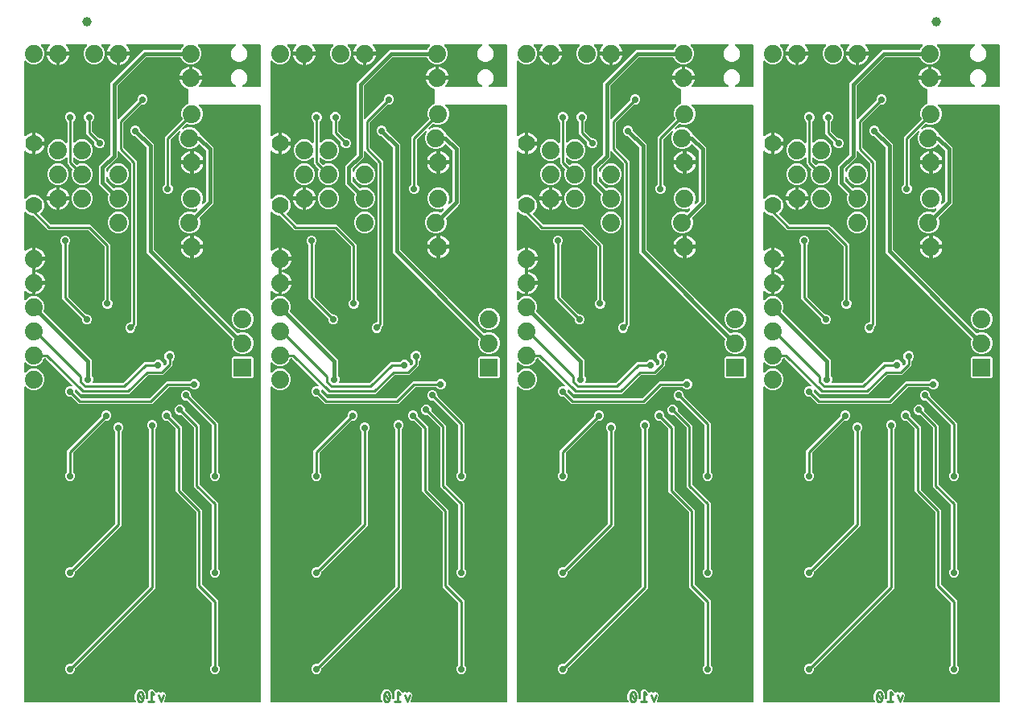
<source format=gbl>
G04 EAGLE Gerber RS-274X export*
G75*
%MOMM*%
%FSLAX34Y34*%
%LPD*%
%INBottom Copper*%
%IPPOS*%
%AMOC8*
5,1,8,0,0,1.08239X$1,22.5*%
G01*
%ADD10C,0.228600*%
%ADD11C,1.879600*%
%ADD12C,1.778000*%
%ADD13R,1.879600X1.879600*%
%ADD14C,1.000000*%
%ADD15C,0.736600*%
%ADD16C,0.254000*%
%ADD17C,0.406400*%

G36*
X637088Y2795D02*
X637088Y2795D01*
X637091Y2795D01*
X637229Y2815D01*
X637366Y2835D01*
X637369Y2836D01*
X637372Y2836D01*
X637499Y2894D01*
X637625Y2951D01*
X637628Y2953D01*
X637631Y2954D01*
X637737Y3045D01*
X637842Y3134D01*
X637844Y3137D01*
X637847Y3139D01*
X637923Y3255D01*
X638000Y3371D01*
X638001Y3374D01*
X638003Y3377D01*
X638043Y3508D01*
X638085Y3642D01*
X638086Y3646D01*
X638087Y3649D01*
X638089Y3787D01*
X638093Y3926D01*
X638092Y3930D01*
X638092Y3933D01*
X638084Y3960D01*
X638021Y4201D01*
X638004Y4229D01*
X637997Y4255D01*
X637031Y6235D01*
X637031Y11545D01*
X637646Y12806D01*
X637648Y12811D01*
X637651Y12816D01*
X637662Y12854D01*
X637734Y13076D01*
X637735Y13111D01*
X637743Y13138D01*
X637761Y13308D01*
X637796Y13336D01*
X637834Y13376D01*
X637879Y13410D01*
X637920Y13467D01*
X637991Y13542D01*
X638035Y13628D01*
X638074Y13683D01*
X638088Y13712D01*
X638106Y13766D01*
X638120Y13795D01*
X638122Y13802D01*
X638136Y13828D01*
X638583Y15133D01*
X641224Y17019D01*
X644468Y17019D01*
X647108Y15133D01*
X647556Y13828D01*
X647588Y13764D01*
X647604Y13712D01*
X648660Y11545D01*
X648660Y7543D01*
X648664Y7514D01*
X648662Y7485D01*
X648684Y7374D01*
X648700Y7262D01*
X648712Y7235D01*
X648718Y7206D01*
X648770Y7106D01*
X648816Y7002D01*
X648835Y6980D01*
X648849Y6954D01*
X648927Y6872D01*
X649000Y6785D01*
X649025Y6769D01*
X649045Y6748D01*
X649143Y6690D01*
X649237Y6628D01*
X649265Y6619D01*
X649290Y6604D01*
X649400Y6576D01*
X649508Y6542D01*
X649537Y6541D01*
X649566Y6534D01*
X649679Y6538D01*
X649792Y6535D01*
X649820Y6542D01*
X649850Y6543D01*
X649958Y6578D01*
X650060Y6605D01*
X650339Y6605D01*
X650397Y6613D01*
X650455Y6611D01*
X650537Y6633D01*
X650620Y6645D01*
X650674Y6668D01*
X650730Y6683D01*
X650803Y6726D01*
X650880Y6761D01*
X650924Y6799D01*
X650975Y6828D01*
X651032Y6890D01*
X651097Y6944D01*
X651129Y6993D01*
X651169Y7036D01*
X651208Y7111D01*
X651254Y7181D01*
X651272Y7237D01*
X651299Y7289D01*
X651310Y7357D01*
X651340Y7452D01*
X651343Y7552D01*
X651354Y7620D01*
X651354Y13879D01*
X651345Y13942D01*
X651348Y13991D01*
X651234Y15017D01*
X651276Y15088D01*
X651284Y15119D01*
X651299Y15147D01*
X651312Y15225D01*
X651326Y15279D01*
X652056Y16009D01*
X652094Y16060D01*
X652131Y16092D01*
X652775Y16898D01*
X652856Y16919D01*
X652883Y16935D01*
X652913Y16945D01*
X652977Y16990D01*
X653025Y17019D01*
X654058Y17019D01*
X654121Y17028D01*
X654170Y17025D01*
X655196Y17139D01*
X655267Y17096D01*
X655298Y17089D01*
X655326Y17074D01*
X655403Y17061D01*
X655458Y17047D01*
X656188Y16317D01*
X656239Y16279D01*
X656271Y16242D01*
X659836Y13390D01*
X659881Y13364D01*
X659921Y13329D01*
X660003Y13291D01*
X660081Y13245D01*
X660131Y13232D01*
X660179Y13210D01*
X660269Y13197D01*
X660356Y13174D01*
X660408Y13176D01*
X660460Y13168D01*
X660532Y13179D01*
X660640Y13182D01*
X660727Y13210D01*
X660792Y13220D01*
X662473Y13780D01*
X664109Y12962D01*
X664125Y12957D01*
X664139Y12948D01*
X664260Y12912D01*
X664378Y12872D01*
X664395Y12871D01*
X664412Y12866D01*
X664538Y12865D01*
X664662Y12860D01*
X664679Y12864D01*
X664696Y12864D01*
X664764Y12885D01*
X664939Y12927D01*
X664980Y12951D01*
X665017Y12962D01*
X666653Y13780D01*
X668949Y13015D01*
X670032Y10850D01*
X667792Y4131D01*
X667778Y4053D01*
X667754Y3978D01*
X667752Y3914D01*
X667741Y3851D01*
X667749Y3773D01*
X667746Y3694D01*
X667763Y3632D01*
X667769Y3569D01*
X667798Y3495D01*
X667818Y3419D01*
X667851Y3364D01*
X667875Y3305D01*
X667923Y3242D01*
X667964Y3174D01*
X668010Y3131D01*
X668049Y3080D01*
X668113Y3034D01*
X668171Y2980D01*
X668228Y2951D01*
X668279Y2913D01*
X668354Y2886D01*
X668424Y2850D01*
X668478Y2841D01*
X668546Y2816D01*
X668678Y2808D01*
X668755Y2795D01*
X768350Y2795D01*
X768408Y2803D01*
X768466Y2801D01*
X768548Y2823D01*
X768632Y2835D01*
X768685Y2858D01*
X768741Y2873D01*
X768814Y2916D01*
X768891Y2951D01*
X768936Y2989D01*
X768986Y3018D01*
X769044Y3080D01*
X769108Y3134D01*
X769140Y3183D01*
X769180Y3226D01*
X769219Y3301D01*
X769266Y3371D01*
X769283Y3427D01*
X769310Y3479D01*
X769321Y3547D01*
X769351Y3642D01*
X769354Y3742D01*
X769365Y3810D01*
X769365Y631190D01*
X769357Y631248D01*
X769359Y631306D01*
X769337Y631388D01*
X769325Y631472D01*
X769302Y631525D01*
X769287Y631581D01*
X769244Y631654D01*
X769209Y631731D01*
X769171Y631776D01*
X769142Y631826D01*
X769080Y631884D01*
X769026Y631948D01*
X768977Y631980D01*
X768934Y632020D01*
X768859Y632059D01*
X768789Y632106D01*
X768733Y632123D01*
X768681Y632150D01*
X768613Y632161D01*
X768518Y632191D01*
X768418Y632194D01*
X768350Y632205D01*
X705582Y632205D01*
X705553Y632201D01*
X705524Y632204D01*
X705413Y632181D01*
X705301Y632165D01*
X705274Y632153D01*
X705245Y632148D01*
X705144Y632095D01*
X705041Y632049D01*
X705019Y632030D01*
X704993Y632017D01*
X704911Y631939D01*
X704824Y631866D01*
X704808Y631841D01*
X704787Y631821D01*
X704729Y631723D01*
X704667Y631629D01*
X704658Y631601D01*
X704643Y631576D01*
X704615Y631466D01*
X704581Y631358D01*
X704580Y631328D01*
X704573Y631300D01*
X704576Y631187D01*
X704573Y631074D01*
X704581Y631045D01*
X704582Y631016D01*
X704617Y630908D01*
X704645Y630799D01*
X704660Y630773D01*
X704669Y630745D01*
X704715Y630682D01*
X704791Y630554D01*
X704836Y630511D01*
X704864Y630472D01*
X706705Y628631D01*
X708407Y624523D01*
X708407Y620077D01*
X706705Y615969D01*
X703561Y612825D01*
X699453Y611123D01*
X695007Y611123D01*
X692351Y612223D01*
X692350Y612224D01*
X692348Y612224D01*
X692214Y612259D01*
X692076Y612294D01*
X692074Y612294D01*
X692073Y612295D01*
X691932Y612290D01*
X691792Y612286D01*
X691790Y612286D01*
X691789Y612286D01*
X691656Y612243D01*
X691521Y612199D01*
X691520Y612199D01*
X691518Y612198D01*
X691506Y612190D01*
X691285Y612041D01*
X691265Y612018D01*
X691245Y612003D01*
X687287Y608045D01*
X687235Y607977D01*
X687176Y607914D01*
X687150Y607863D01*
X687116Y607818D01*
X687085Y607738D01*
X687046Y607661D01*
X687035Y607606D01*
X687015Y607552D01*
X687008Y607467D01*
X686991Y607382D01*
X686996Y607326D01*
X686991Y607269D01*
X687008Y607185D01*
X687015Y607099D01*
X687036Y607046D01*
X687047Y606990D01*
X687087Y606914D01*
X687117Y606834D01*
X687152Y606789D01*
X687178Y606738D01*
X687237Y606676D01*
X687289Y606607D01*
X687335Y606573D01*
X687374Y606532D01*
X687448Y606488D01*
X687517Y606437D01*
X687570Y606417D01*
X687619Y606388D01*
X687702Y606367D01*
X687783Y606337D01*
X687839Y606332D01*
X687895Y606318D01*
X687980Y606321D01*
X688066Y606314D01*
X688114Y606325D01*
X688179Y606327D01*
X688317Y606372D01*
X688393Y606389D01*
X692467Y608077D01*
X696913Y608077D01*
X701021Y606375D01*
X704165Y603231D01*
X704950Y601337D01*
X704950Y601336D01*
X704951Y601335D01*
X705021Y601216D01*
X705094Y601093D01*
X705095Y601092D01*
X705096Y601090D01*
X705200Y600993D01*
X705301Y600897D01*
X705302Y600897D01*
X705303Y600896D01*
X705429Y600831D01*
X705553Y600767D01*
X705555Y600767D01*
X705556Y600766D01*
X705571Y600764D01*
X705832Y600712D01*
X705863Y600715D01*
X705888Y600711D01*
X706428Y600711D01*
X720091Y587048D01*
X720091Y528012D01*
X705302Y513223D01*
X705301Y513222D01*
X705300Y513221D01*
X705215Y513108D01*
X705132Y512996D01*
X705131Y512995D01*
X705130Y512993D01*
X705080Y512861D01*
X705030Y512730D01*
X705030Y512729D01*
X705030Y512727D01*
X705018Y512588D01*
X705007Y512447D01*
X705007Y512446D01*
X705007Y512444D01*
X705010Y512429D01*
X705063Y512168D01*
X705077Y512141D01*
X705082Y512117D01*
X705867Y510223D01*
X705867Y505777D01*
X704165Y501669D01*
X701021Y498525D01*
X696913Y496823D01*
X692467Y496823D01*
X688359Y498525D01*
X685215Y501669D01*
X683513Y505777D01*
X683513Y510223D01*
X685215Y514331D01*
X688359Y517475D01*
X692467Y519177D01*
X696913Y519177D01*
X698807Y518392D01*
X698808Y518392D01*
X698810Y518391D01*
X698943Y518357D01*
X699082Y518321D01*
X699084Y518321D01*
X699085Y518321D01*
X699226Y518326D01*
X699366Y518330D01*
X699368Y518330D01*
X699369Y518330D01*
X699504Y518374D01*
X699637Y518416D01*
X699638Y518417D01*
X699640Y518418D01*
X699652Y518426D01*
X699873Y518574D01*
X699893Y518598D01*
X699913Y518612D01*
X702794Y521493D01*
X702845Y521561D01*
X702904Y521624D01*
X702930Y521675D01*
X702965Y521720D01*
X702995Y521800D01*
X703034Y521877D01*
X703045Y521932D01*
X703066Y521986D01*
X703073Y522071D01*
X703089Y522156D01*
X703085Y522212D01*
X703089Y522269D01*
X703072Y522353D01*
X703065Y522439D01*
X703045Y522492D01*
X703033Y522548D01*
X702994Y522624D01*
X702963Y522704D01*
X702929Y522750D01*
X702902Y522800D01*
X702843Y522862D01*
X702791Y522931D01*
X702746Y522965D01*
X702707Y523006D01*
X702632Y523050D01*
X702564Y523101D01*
X702510Y523121D01*
X702461Y523150D01*
X702378Y523171D01*
X702298Y523201D01*
X702241Y523206D01*
X702186Y523220D01*
X702100Y523217D01*
X702014Y523224D01*
X701966Y523213D01*
X701902Y523211D01*
X701764Y523166D01*
X701687Y523149D01*
X699453Y522223D01*
X695007Y522223D01*
X690899Y523925D01*
X687755Y527069D01*
X686053Y531177D01*
X686053Y535623D01*
X687755Y539731D01*
X690899Y542875D01*
X695007Y544577D01*
X699453Y544577D01*
X703561Y542875D01*
X706705Y539731D01*
X708407Y535623D01*
X708407Y531177D01*
X707481Y528943D01*
X707460Y528860D01*
X707429Y528779D01*
X707425Y528723D01*
X707410Y528667D01*
X707413Y528582D01*
X707406Y528496D01*
X707417Y528440D01*
X707419Y528383D01*
X707445Y528302D01*
X707462Y528217D01*
X707488Y528167D01*
X707505Y528113D01*
X707553Y528041D01*
X707593Y527965D01*
X707632Y527924D01*
X707664Y527876D01*
X707729Y527821D01*
X707788Y527759D01*
X707838Y527730D01*
X707881Y527693D01*
X707960Y527659D01*
X708034Y527615D01*
X708089Y527601D01*
X708141Y527578D01*
X708226Y527566D01*
X708309Y527545D01*
X708366Y527547D01*
X708422Y527539D01*
X708508Y527551D01*
X708593Y527554D01*
X708648Y527572D01*
X708704Y527580D01*
X708782Y527615D01*
X708864Y527642D01*
X708904Y527670D01*
X708963Y527697D01*
X709073Y527791D01*
X709137Y527836D01*
X712172Y530871D01*
X712224Y530941D01*
X712284Y531005D01*
X712310Y531054D01*
X712343Y531098D01*
X712374Y531180D01*
X712414Y531258D01*
X712422Y531305D01*
X712444Y531364D01*
X712456Y531512D01*
X712469Y531589D01*
X712469Y583471D01*
X712457Y583558D01*
X712454Y583645D01*
X712437Y583698D01*
X712429Y583753D01*
X712394Y583832D01*
X712367Y583916D01*
X712339Y583955D01*
X712313Y584012D01*
X712217Y584125D01*
X712207Y584139D01*
X712199Y584154D01*
X712194Y584158D01*
X712172Y584189D01*
X705696Y590664D01*
X705650Y590700D01*
X705609Y590742D01*
X705537Y590785D01*
X705469Y590835D01*
X705415Y590856D01*
X705364Y590886D01*
X705283Y590906D01*
X705204Y590937D01*
X705145Y590941D01*
X705089Y590956D01*
X705004Y590953D01*
X704920Y590960D01*
X704863Y590949D01*
X704805Y590947D01*
X704724Y590921D01*
X704642Y590904D01*
X704590Y590877D01*
X704534Y590859D01*
X704478Y590819D01*
X704389Y590773D01*
X704317Y590704D01*
X704261Y590664D01*
X701021Y587425D01*
X696913Y585723D01*
X692467Y585723D01*
X688359Y587425D01*
X685215Y590569D01*
X683513Y594677D01*
X683513Y599123D01*
X685201Y603197D01*
X685222Y603280D01*
X685253Y603360D01*
X685257Y603417D01*
X685272Y603472D01*
X685269Y603558D01*
X685276Y603644D01*
X685265Y603699D01*
X685263Y603756D01*
X685237Y603838D01*
X685220Y603922D01*
X685194Y603973D01*
X685177Y604027D01*
X685129Y604099D01*
X685089Y604175D01*
X685050Y604216D01*
X685018Y604263D01*
X684953Y604319D01*
X684894Y604381D01*
X684844Y604410D01*
X684801Y604446D01*
X684722Y604481D01*
X684648Y604525D01*
X684593Y604539D01*
X684541Y604562D01*
X684456Y604573D01*
X684373Y604595D01*
X684316Y604593D01*
X684260Y604601D01*
X684174Y604588D01*
X684089Y604586D01*
X684034Y604568D01*
X683978Y604560D01*
X683900Y604525D01*
X683818Y604498D01*
X683778Y604469D01*
X683719Y604443D01*
X683609Y604349D01*
X683545Y604303D01*
X675176Y595935D01*
X675124Y595865D01*
X675064Y595801D01*
X675038Y595751D01*
X675005Y595707D01*
X674974Y595626D01*
X674934Y595548D01*
X674926Y595500D01*
X674904Y595442D01*
X674892Y595294D01*
X674879Y595217D01*
X674879Y548656D01*
X674891Y548569D01*
X674894Y548482D01*
X674911Y548429D01*
X674919Y548374D01*
X674954Y548295D01*
X674981Y548211D01*
X675009Y548172D01*
X675035Y548115D01*
X675131Y548002D01*
X675176Y547938D01*
X676460Y546654D01*
X677292Y544646D01*
X677292Y542474D01*
X676460Y540466D01*
X674924Y538930D01*
X672916Y538098D01*
X670744Y538098D01*
X668736Y538930D01*
X667200Y540466D01*
X666368Y542474D01*
X666368Y544646D01*
X667200Y546654D01*
X668484Y547938D01*
X668536Y548008D01*
X668596Y548072D01*
X668622Y548121D01*
X668655Y548165D01*
X668686Y548247D01*
X668726Y548325D01*
X668734Y548372D01*
X668756Y548431D01*
X668768Y548579D01*
X668781Y548656D01*
X668781Y598163D01*
X686933Y616315D01*
X686934Y616316D01*
X686935Y616317D01*
X686948Y616334D01*
X686962Y616345D01*
X687001Y616405D01*
X687020Y616430D01*
X687104Y616542D01*
X687105Y616543D01*
X687106Y616545D01*
X687155Y616677D01*
X687205Y616808D01*
X687205Y616809D01*
X687206Y616811D01*
X687217Y616948D01*
X687229Y617091D01*
X687229Y617092D01*
X687229Y617094D01*
X687225Y617110D01*
X687173Y617370D01*
X687159Y617397D01*
X687153Y617421D01*
X686053Y620077D01*
X686053Y624523D01*
X687755Y628631D01*
X690899Y631775D01*
X692559Y632463D01*
X692659Y632521D01*
X692761Y632575D01*
X692781Y632594D01*
X692804Y632607D01*
X692883Y632691D01*
X692967Y632771D01*
X692981Y632794D01*
X692999Y632814D01*
X693052Y632917D01*
X693110Y633016D01*
X693117Y633043D01*
X693130Y633067D01*
X693152Y633180D01*
X693180Y633292D01*
X693179Y633319D01*
X693185Y633346D01*
X693175Y633460D01*
X693171Y633576D01*
X693165Y633593D01*
X693165Y648017D01*
X693159Y648059D01*
X693162Y648100D01*
X693140Y648199D01*
X693125Y648299D01*
X693108Y648337D01*
X693099Y648377D01*
X693051Y648466D01*
X693009Y648558D01*
X692982Y648590D01*
X692962Y648626D01*
X692891Y648698D01*
X692826Y648775D01*
X692791Y648798D01*
X692761Y648828D01*
X692693Y648863D01*
X692589Y648933D01*
X692515Y648956D01*
X692464Y648983D01*
X691377Y649336D01*
X689703Y650189D01*
X688182Y651294D01*
X686854Y652622D01*
X685749Y654143D01*
X684896Y655817D01*
X684315Y657604D01*
X684194Y658369D01*
X694944Y658369D01*
X695002Y658377D01*
X695060Y658375D01*
X695142Y658397D01*
X695225Y658409D01*
X695279Y658433D01*
X695335Y658447D01*
X695408Y658490D01*
X695485Y658525D01*
X695529Y658563D01*
X695580Y658593D01*
X695637Y658654D01*
X695702Y658709D01*
X695734Y658757D01*
X695774Y658800D01*
X695813Y658875D01*
X695859Y658945D01*
X695877Y659001D01*
X695904Y659053D01*
X695915Y659121D01*
X695945Y659216D01*
X695948Y659316D01*
X695959Y659384D01*
X695959Y660401D01*
X695961Y660401D01*
X695961Y659384D01*
X695969Y659326D01*
X695968Y659268D01*
X695989Y659186D01*
X696001Y659103D01*
X696025Y659049D01*
X696039Y658993D01*
X696082Y658920D01*
X696117Y658843D01*
X696155Y658798D01*
X696185Y658748D01*
X696246Y658690D01*
X696301Y658626D01*
X696349Y658594D01*
X696392Y658554D01*
X696467Y658515D01*
X696537Y658469D01*
X696593Y658451D01*
X696645Y658424D01*
X696713Y658413D01*
X696808Y658383D01*
X696908Y658380D01*
X696976Y658369D01*
X707726Y658369D01*
X707605Y657604D01*
X707024Y655817D01*
X706171Y654143D01*
X705066Y652622D01*
X704672Y652228D01*
X704663Y652217D01*
X704661Y652215D01*
X704655Y652205D01*
X704654Y652204D01*
X704632Y652185D01*
X704569Y652091D01*
X704501Y652001D01*
X704490Y651973D01*
X704474Y651949D01*
X704440Y651841D01*
X704400Y651735D01*
X704397Y651706D01*
X704388Y651678D01*
X704385Y651565D01*
X704376Y651452D01*
X704382Y651423D01*
X704381Y651394D01*
X704410Y651284D01*
X704432Y651173D01*
X704445Y651147D01*
X704453Y651119D01*
X704511Y651021D01*
X704563Y650921D01*
X704583Y650899D01*
X704598Y650874D01*
X704681Y650797D01*
X704759Y650715D01*
X704784Y650700D01*
X704805Y650680D01*
X704906Y650628D01*
X705004Y650571D01*
X705032Y650564D01*
X705059Y650550D01*
X705136Y650537D01*
X705280Y650501D01*
X705342Y650503D01*
X705390Y650495D01*
X742669Y650495D01*
X742754Y650507D01*
X742840Y650509D01*
X742894Y650527D01*
X742950Y650535D01*
X743029Y650570D01*
X743110Y650596D01*
X743158Y650628D01*
X743210Y650651D01*
X743275Y650706D01*
X743347Y650754D01*
X743383Y650798D01*
X743427Y650834D01*
X743474Y650906D01*
X743530Y650972D01*
X743553Y651024D01*
X743584Y651071D01*
X743610Y651153D01*
X743645Y651232D01*
X743653Y651288D01*
X743670Y651342D01*
X743672Y651428D01*
X743684Y651513D01*
X743676Y651569D01*
X743677Y651626D01*
X743656Y651709D01*
X743643Y651795D01*
X743620Y651846D01*
X743605Y651901D01*
X743562Y651975D01*
X743526Y652054D01*
X743489Y652097D01*
X743460Y652146D01*
X743398Y652205D01*
X743342Y652270D01*
X743300Y652296D01*
X743253Y652340D01*
X743124Y652406D01*
X743057Y652448D01*
X741796Y652970D01*
X739330Y655436D01*
X737996Y658657D01*
X737996Y662143D01*
X739330Y665364D01*
X741796Y667830D01*
X745017Y669164D01*
X748503Y669164D01*
X751724Y667830D01*
X754190Y665364D01*
X755524Y662143D01*
X755524Y658657D01*
X754190Y655436D01*
X751724Y652970D01*
X750463Y652448D01*
X750389Y652404D01*
X750310Y652369D01*
X750267Y652332D01*
X750218Y652303D01*
X750159Y652241D01*
X750093Y652185D01*
X750062Y652138D01*
X750023Y652097D01*
X749983Y652020D01*
X749936Y651949D01*
X749919Y651895D01*
X749893Y651844D01*
X749876Y651760D01*
X749850Y651678D01*
X749849Y651621D01*
X749838Y651565D01*
X749845Y651480D01*
X749843Y651394D01*
X749857Y651339D01*
X749862Y651282D01*
X749893Y651201D01*
X749915Y651119D01*
X749944Y651070D01*
X749964Y651017D01*
X750016Y650948D01*
X750060Y650874D01*
X750101Y650835D01*
X750136Y650790D01*
X750204Y650738D01*
X750267Y650680D01*
X750318Y650654D01*
X750363Y650620D01*
X750444Y650589D01*
X750520Y650550D01*
X750569Y650542D01*
X750629Y650519D01*
X750774Y650508D01*
X750851Y650495D01*
X768350Y650495D01*
X768408Y650503D01*
X768466Y650501D01*
X768548Y650523D01*
X768632Y650535D01*
X768685Y650558D01*
X768741Y650573D01*
X768814Y650616D01*
X768891Y650651D01*
X768936Y650689D01*
X768986Y650718D01*
X769044Y650780D01*
X769108Y650834D01*
X769140Y650883D01*
X769180Y650926D01*
X769219Y651001D01*
X769266Y651071D01*
X769283Y651127D01*
X769310Y651179D01*
X769321Y651247D01*
X769351Y651342D01*
X769354Y651442D01*
X769365Y651510D01*
X769365Y694690D01*
X769357Y694748D01*
X769359Y694806D01*
X769337Y694888D01*
X769325Y694972D01*
X769302Y695025D01*
X769287Y695081D01*
X769244Y695154D01*
X769209Y695231D01*
X769171Y695276D01*
X769142Y695326D01*
X769080Y695384D01*
X769026Y695448D01*
X768977Y695480D01*
X768934Y695520D01*
X768859Y695559D01*
X768789Y695606D01*
X768733Y695623D01*
X768681Y695650D01*
X768613Y695661D01*
X768518Y695691D01*
X768418Y695694D01*
X768350Y695705D01*
X750851Y695705D01*
X750766Y695693D01*
X750680Y695691D01*
X750626Y695673D01*
X750570Y695665D01*
X750491Y695630D01*
X750410Y695604D01*
X750362Y695572D01*
X750310Y695549D01*
X750245Y695494D01*
X750173Y695446D01*
X750137Y695402D01*
X750093Y695366D01*
X750046Y695294D01*
X749990Y695228D01*
X749967Y695176D01*
X749936Y695129D01*
X749910Y695047D01*
X749875Y694968D01*
X749867Y694912D01*
X749850Y694858D01*
X749848Y694772D01*
X749836Y694687D01*
X749844Y694631D01*
X749843Y694574D01*
X749864Y694491D01*
X749877Y694405D01*
X749900Y694354D01*
X749915Y694299D01*
X749958Y694225D01*
X749994Y694146D01*
X750031Y694103D01*
X750060Y694054D01*
X750122Y693995D01*
X750178Y693930D01*
X750220Y693904D01*
X750267Y693860D01*
X750396Y693794D01*
X750463Y693752D01*
X751724Y693230D01*
X754190Y690764D01*
X755524Y687543D01*
X755524Y684057D01*
X754190Y680836D01*
X751724Y678370D01*
X748503Y677036D01*
X745017Y677036D01*
X741796Y678370D01*
X739330Y680836D01*
X737996Y684057D01*
X737996Y687543D01*
X739330Y690764D01*
X741796Y693230D01*
X743057Y693752D01*
X743131Y693796D01*
X743210Y693831D01*
X743253Y693868D01*
X743302Y693897D01*
X743361Y693959D01*
X743427Y694015D01*
X743458Y694062D01*
X743497Y694103D01*
X743537Y694180D01*
X743584Y694251D01*
X743601Y694305D01*
X743627Y694356D01*
X743644Y694440D01*
X743670Y694522D01*
X743671Y694579D01*
X743682Y694635D01*
X743675Y694720D01*
X743677Y694806D01*
X743663Y694861D01*
X743658Y694918D01*
X743627Y694999D01*
X743605Y695081D01*
X743576Y695130D01*
X743556Y695183D01*
X743504Y695252D01*
X743460Y695326D01*
X743419Y695365D01*
X743384Y695410D01*
X743316Y695462D01*
X743253Y695520D01*
X743202Y695546D01*
X743157Y695580D01*
X743076Y695611D01*
X743000Y695650D01*
X742951Y695658D01*
X742891Y695681D01*
X742746Y695692D01*
X742669Y695705D01*
X704312Y695705D01*
X704283Y695701D01*
X704254Y695704D01*
X704143Y695681D01*
X704031Y695665D01*
X704004Y695653D01*
X703975Y695648D01*
X703874Y695595D01*
X703771Y695549D01*
X703749Y695530D01*
X703723Y695517D01*
X703641Y695439D01*
X703554Y695366D01*
X703538Y695341D01*
X703517Y695321D01*
X703459Y695223D01*
X703397Y695129D01*
X703388Y695101D01*
X703373Y695076D01*
X703345Y694966D01*
X703311Y694858D01*
X703310Y694828D01*
X703303Y694800D01*
X703306Y694687D01*
X703303Y694574D01*
X703311Y694545D01*
X703312Y694516D01*
X703347Y694408D01*
X703375Y694299D01*
X703390Y694273D01*
X703399Y694245D01*
X703445Y694182D01*
X703521Y694054D01*
X703566Y694011D01*
X703594Y693972D01*
X705435Y692131D01*
X707137Y688023D01*
X707137Y683577D01*
X705435Y679469D01*
X702291Y676325D01*
X698183Y674623D01*
X693737Y674623D01*
X689629Y676325D01*
X686485Y679469D01*
X685700Y681363D01*
X685700Y681364D01*
X685699Y681365D01*
X685629Y681484D01*
X685556Y681607D01*
X685555Y681608D01*
X685554Y681610D01*
X685450Y681707D01*
X685349Y681803D01*
X685348Y681803D01*
X685347Y681804D01*
X685221Y681869D01*
X685097Y681933D01*
X685095Y681933D01*
X685094Y681934D01*
X685079Y681936D01*
X684818Y681988D01*
X684787Y681985D01*
X684762Y681989D01*
X649445Y681989D01*
X649358Y681977D01*
X649271Y681974D01*
X649218Y681957D01*
X649163Y681949D01*
X649084Y681914D01*
X649000Y681887D01*
X648961Y681859D01*
X648904Y681833D01*
X648791Y681737D01*
X648727Y681692D01*
X619296Y652261D01*
X619271Y652228D01*
X619256Y652215D01*
X619232Y652179D01*
X619184Y652127D01*
X619158Y652078D01*
X619125Y652034D01*
X619112Y651998D01*
X619098Y651978D01*
X619084Y651932D01*
X619054Y651874D01*
X619046Y651827D01*
X619024Y651768D01*
X619021Y651734D01*
X619013Y651707D01*
X619010Y651612D01*
X618999Y651543D01*
X618999Y618141D01*
X619003Y618112D01*
X619000Y618083D01*
X619023Y617972D01*
X619039Y617860D01*
X619051Y617833D01*
X619056Y617804D01*
X619108Y617704D01*
X619155Y617600D01*
X619174Y617578D01*
X619187Y617552D01*
X619265Y617470D01*
X619338Y617383D01*
X619363Y617367D01*
X619383Y617346D01*
X619481Y617289D01*
X619575Y617226D01*
X619603Y617217D01*
X619628Y617202D01*
X619738Y617174D01*
X619846Y617140D01*
X619875Y617139D01*
X619904Y617132D01*
X620017Y617136D01*
X620130Y617133D01*
X620159Y617140D01*
X620188Y617141D01*
X620296Y617176D01*
X620405Y617205D01*
X620431Y617220D01*
X620459Y617229D01*
X620522Y617274D01*
X620650Y617350D01*
X620693Y617395D01*
X620732Y617423D01*
X621081Y617772D01*
X639401Y636092D01*
X639453Y636162D01*
X639513Y636226D01*
X639539Y636276D01*
X639572Y636320D01*
X639603Y636401D01*
X639643Y636479D01*
X639651Y636527D01*
X639673Y636585D01*
X639685Y636733D01*
X639698Y636810D01*
X639698Y638626D01*
X640530Y640634D01*
X642066Y642170D01*
X644074Y643002D01*
X646246Y643002D01*
X648254Y642170D01*
X649790Y640634D01*
X650622Y638626D01*
X650622Y636454D01*
X649790Y634446D01*
X648254Y632910D01*
X646246Y632078D01*
X644430Y632078D01*
X644344Y632066D01*
X644256Y632063D01*
X644204Y632046D01*
X644149Y632038D01*
X644069Y632003D01*
X643986Y631976D01*
X643947Y631948D01*
X643889Y631922D01*
X643776Y631826D01*
X643712Y631781D01*
X625392Y613461D01*
X625340Y613391D01*
X625280Y613327D01*
X625254Y613277D01*
X625221Y613233D01*
X625190Y613152D01*
X625150Y613074D01*
X625142Y613026D01*
X625120Y612968D01*
X625108Y612820D01*
X625095Y612743D01*
X625095Y587407D01*
X625107Y587321D01*
X625110Y587233D01*
X625127Y587181D01*
X625135Y587126D01*
X625170Y587046D01*
X625197Y586963D01*
X625225Y586924D01*
X625251Y586866D01*
X625347Y586753D01*
X625392Y586689D01*
X639319Y572763D01*
X639319Y400057D01*
X638219Y398958D01*
X638167Y398888D01*
X638107Y398824D01*
X638081Y398775D01*
X638048Y398730D01*
X638017Y398649D01*
X637977Y398571D01*
X637969Y398523D01*
X637947Y398465D01*
X637935Y398317D01*
X637922Y398240D01*
X637922Y396424D01*
X637090Y394416D01*
X635554Y392880D01*
X633546Y392048D01*
X631374Y392048D01*
X629366Y392880D01*
X627830Y394416D01*
X626998Y396424D01*
X626998Y398596D01*
X627830Y400604D01*
X629366Y402140D01*
X631374Y402972D01*
X632206Y402972D01*
X632264Y402980D01*
X632322Y402978D01*
X632404Y403000D01*
X632488Y403012D01*
X632541Y403035D01*
X632597Y403050D01*
X632670Y403093D01*
X632747Y403128D01*
X632792Y403166D01*
X632842Y403195D01*
X632900Y403257D01*
X632964Y403311D01*
X632996Y403360D01*
X633036Y403403D01*
X633075Y403478D01*
X633122Y403548D01*
X633139Y403604D01*
X633166Y403656D01*
X633177Y403724D01*
X633207Y403819D01*
X633210Y403919D01*
X633221Y403987D01*
X633221Y569817D01*
X633209Y569903D01*
X633206Y569991D01*
X633189Y570043D01*
X633181Y570098D01*
X633146Y570178D01*
X633119Y570261D01*
X633091Y570300D01*
X633065Y570358D01*
X632969Y570471D01*
X632924Y570535D01*
X620732Y582727D01*
X620708Y582744D01*
X620689Y582767D01*
X620595Y582829D01*
X620505Y582897D01*
X620477Y582908D01*
X620453Y582924D01*
X620345Y582958D01*
X620239Y582999D01*
X620210Y583001D01*
X620182Y583010D01*
X620068Y583013D01*
X619956Y583022D01*
X619927Y583017D01*
X619898Y583017D01*
X619788Y582989D01*
X619677Y582966D01*
X619651Y582953D01*
X619623Y582945D01*
X619525Y582888D01*
X619425Y582835D01*
X619403Y582815D01*
X619378Y582800D01*
X619301Y582718D01*
X619219Y582640D01*
X619204Y582614D01*
X619184Y582593D01*
X619132Y582492D01*
X619075Y582394D01*
X619068Y582366D01*
X619054Y582340D01*
X619041Y582262D01*
X619005Y582119D01*
X619007Y582056D01*
X618999Y582009D01*
X618999Y576780D01*
X607358Y565139D01*
X607306Y565069D01*
X607246Y565005D01*
X607220Y564956D01*
X607187Y564912D01*
X607156Y564830D01*
X607116Y564752D01*
X607108Y564705D01*
X607086Y564646D01*
X607074Y564498D01*
X607061Y564421D01*
X607061Y562451D01*
X607073Y562366D01*
X607075Y562280D01*
X607093Y562226D01*
X607101Y562170D01*
X607136Y562092D01*
X607162Y562010D01*
X607194Y561962D01*
X607217Y561911D01*
X607272Y561845D01*
X607320Y561774D01*
X607364Y561737D01*
X607400Y561694D01*
X607472Y561646D01*
X607538Y561591D01*
X607590Y561567D01*
X607637Y561536D01*
X607719Y561510D01*
X607798Y561475D01*
X607854Y561467D01*
X607908Y561450D01*
X607994Y561448D01*
X608079Y561436D01*
X608135Y561444D01*
X608192Y561443D01*
X608275Y561465D01*
X608360Y561477D01*
X608412Y561500D01*
X608467Y561515D01*
X608541Y561559D01*
X608620Y561594D01*
X608663Y561631D01*
X608712Y561660D01*
X608771Y561723D01*
X608836Y561778D01*
X608862Y561820D01*
X608906Y561867D01*
X608972Y561996D01*
X609014Y562063D01*
X610285Y565131D01*
X613429Y568275D01*
X617537Y569977D01*
X621983Y569977D01*
X626091Y568275D01*
X629235Y565131D01*
X630937Y561023D01*
X630937Y556577D01*
X629235Y552469D01*
X626091Y549325D01*
X621983Y547623D01*
X617537Y547623D01*
X613429Y549325D01*
X610285Y552469D01*
X609014Y555537D01*
X608970Y555611D01*
X608935Y555689D01*
X608898Y555733D01*
X608869Y555782D01*
X608807Y555841D01*
X608751Y555906D01*
X608704Y555938D01*
X608663Y555977D01*
X608586Y556016D01*
X608515Y556064D01*
X608461Y556081D01*
X608410Y556107D01*
X608326Y556124D01*
X608244Y556150D01*
X608187Y556151D01*
X608131Y556162D01*
X608046Y556155D01*
X607960Y556157D01*
X607905Y556143D01*
X607848Y556138D01*
X607768Y556107D01*
X607685Y556085D01*
X607636Y556056D01*
X607583Y556036D01*
X607514Y555984D01*
X607440Y555940D01*
X607401Y555899D01*
X607356Y555864D01*
X607304Y555795D01*
X607246Y555733D01*
X607220Y555682D01*
X607186Y555637D01*
X607155Y555556D01*
X607116Y555480D01*
X607108Y555431D01*
X607085Y555371D01*
X607077Y555265D01*
X607075Y555259D01*
X607074Y555229D01*
X607074Y555226D01*
X607061Y555149D01*
X607061Y551909D01*
X607073Y551822D01*
X607076Y551735D01*
X607093Y551682D01*
X607101Y551627D01*
X607136Y551548D01*
X607163Y551464D01*
X607191Y551425D01*
X607217Y551368D01*
X607313Y551255D01*
X607358Y551191D01*
X614537Y544012D01*
X614538Y544011D01*
X614539Y544010D01*
X614652Y543925D01*
X614764Y543842D01*
X614765Y543841D01*
X614767Y543840D01*
X614899Y543790D01*
X615030Y543740D01*
X615031Y543740D01*
X615033Y543740D01*
X615172Y543728D01*
X615313Y543717D01*
X615314Y543717D01*
X615316Y543717D01*
X615331Y543720D01*
X615592Y543773D01*
X615619Y543787D01*
X615643Y543792D01*
X617537Y544577D01*
X621983Y544577D01*
X626091Y542875D01*
X629235Y539731D01*
X630937Y535623D01*
X630937Y531177D01*
X629235Y527069D01*
X626091Y523925D01*
X621983Y522223D01*
X617537Y522223D01*
X613429Y523925D01*
X610285Y527069D01*
X608583Y531177D01*
X608583Y535623D01*
X609368Y537517D01*
X609368Y537518D01*
X609369Y537520D01*
X609402Y537650D01*
X609439Y537792D01*
X609439Y537794D01*
X609439Y537795D01*
X609434Y537936D01*
X609430Y538076D01*
X609430Y538078D01*
X609430Y538079D01*
X609387Y538211D01*
X609344Y538347D01*
X609343Y538348D01*
X609342Y538350D01*
X609334Y538362D01*
X609186Y538583D01*
X609162Y538603D01*
X609148Y538623D01*
X599439Y548332D01*
X599439Y567998D01*
X611080Y579639D01*
X611132Y579709D01*
X611192Y579773D01*
X611218Y579822D01*
X611251Y579866D01*
X611282Y579948D01*
X611322Y580026D01*
X611330Y580073D01*
X611352Y580132D01*
X611364Y580280D01*
X611377Y580357D01*
X611377Y655120D01*
X645868Y689611D01*
X684762Y689611D01*
X684764Y689611D01*
X684766Y689611D01*
X684905Y689631D01*
X685044Y689651D01*
X685045Y689651D01*
X685047Y689651D01*
X685173Y689708D01*
X685303Y689767D01*
X685305Y689768D01*
X685306Y689769D01*
X685413Y689860D01*
X685520Y689950D01*
X685521Y689952D01*
X685522Y689953D01*
X685531Y689966D01*
X685678Y690187D01*
X685687Y690216D01*
X685700Y690237D01*
X686485Y692131D01*
X688326Y693972D01*
X688344Y693996D01*
X688366Y694015D01*
X688429Y694109D01*
X688497Y694199D01*
X688507Y694227D01*
X688523Y694251D01*
X688558Y694359D01*
X688598Y694465D01*
X688600Y694494D01*
X688609Y694522D01*
X688612Y694636D01*
X688622Y694748D01*
X688616Y694777D01*
X688617Y694806D01*
X688588Y694916D01*
X688566Y695027D01*
X688552Y695053D01*
X688545Y695081D01*
X688487Y695179D01*
X688435Y695279D01*
X688414Y695301D01*
X688399Y695326D01*
X688317Y695403D01*
X688239Y695485D01*
X688214Y695500D01*
X688192Y695520D01*
X688091Y695572D01*
X687994Y695629D01*
X687965Y695636D01*
X687939Y695650D01*
X687862Y695663D01*
X687718Y695699D01*
X687656Y695697D01*
X687608Y695705D01*
X629190Y695705D01*
X629161Y695701D01*
X629131Y695704D01*
X629020Y695681D01*
X628908Y695665D01*
X628881Y695653D01*
X628853Y695648D01*
X628752Y695596D01*
X628649Y695549D01*
X628626Y695530D01*
X628600Y695517D01*
X628518Y695439D01*
X628432Y695366D01*
X628415Y695341D01*
X628394Y695321D01*
X628337Y695223D01*
X628274Y695129D01*
X628265Y695101D01*
X628250Y695076D01*
X628223Y694966D01*
X628188Y694858D01*
X628188Y694829D01*
X628180Y694800D01*
X628184Y694687D01*
X628181Y694574D01*
X628188Y694545D01*
X628189Y694516D01*
X628224Y694408D01*
X628253Y694299D01*
X628268Y694273D01*
X628277Y694245D01*
X628323Y694181D01*
X628398Y694054D01*
X628444Y694011D01*
X628472Y693972D01*
X628866Y693578D01*
X629971Y692057D01*
X630824Y690383D01*
X631405Y688596D01*
X631526Y687831D01*
X620776Y687831D01*
X620718Y687823D01*
X620660Y687825D01*
X620578Y687803D01*
X620495Y687791D01*
X620441Y687767D01*
X620385Y687753D01*
X620312Y687710D01*
X620235Y687675D01*
X620191Y687637D01*
X620140Y687607D01*
X620083Y687546D01*
X620018Y687491D01*
X619986Y687443D01*
X619946Y687400D01*
X619907Y687325D01*
X619861Y687255D01*
X619843Y687199D01*
X619816Y687147D01*
X619805Y687079D01*
X619775Y686984D01*
X619772Y686884D01*
X619761Y686816D01*
X619761Y685799D01*
X619759Y685799D01*
X619759Y686816D01*
X619751Y686874D01*
X619752Y686932D01*
X619731Y687014D01*
X619719Y687097D01*
X619695Y687151D01*
X619681Y687207D01*
X619638Y687280D01*
X619603Y687357D01*
X619565Y687402D01*
X619535Y687452D01*
X619474Y687510D01*
X619419Y687574D01*
X619371Y687606D01*
X619328Y687646D01*
X619253Y687685D01*
X619183Y687731D01*
X619127Y687749D01*
X619075Y687776D01*
X619007Y687787D01*
X618912Y687817D01*
X618812Y687820D01*
X618744Y687831D01*
X607994Y687831D01*
X608115Y688596D01*
X608696Y690383D01*
X609549Y692057D01*
X610654Y693578D01*
X611048Y693972D01*
X611066Y693996D01*
X611088Y694015D01*
X611151Y694109D01*
X611219Y694199D01*
X611230Y694227D01*
X611246Y694251D01*
X611280Y694359D01*
X611320Y694465D01*
X611323Y694494D01*
X611332Y694522D01*
X611335Y694635D01*
X611344Y694748D01*
X611338Y694777D01*
X611339Y694806D01*
X611310Y694916D01*
X611288Y695027D01*
X611275Y695053D01*
X611267Y695081D01*
X611209Y695179D01*
X611157Y695279D01*
X611137Y695301D01*
X611122Y695326D01*
X611039Y695403D01*
X610961Y695485D01*
X610936Y695500D01*
X610915Y695520D01*
X610814Y695572D01*
X610716Y695629D01*
X610688Y695636D01*
X610661Y695650D01*
X610584Y695663D01*
X610440Y695699D01*
X610378Y695697D01*
X610330Y695705D01*
X602712Y695705D01*
X602683Y695701D01*
X602654Y695704D01*
X602543Y695681D01*
X602431Y695665D01*
X602404Y695653D01*
X602375Y695648D01*
X602274Y695595D01*
X602171Y695549D01*
X602149Y695530D01*
X602123Y695517D01*
X602041Y695439D01*
X601954Y695366D01*
X601938Y695341D01*
X601917Y695321D01*
X601859Y695223D01*
X601797Y695129D01*
X601788Y695101D01*
X601773Y695076D01*
X601745Y694966D01*
X601711Y694858D01*
X601710Y694828D01*
X601703Y694800D01*
X601706Y694687D01*
X601703Y694574D01*
X601711Y694545D01*
X601712Y694516D01*
X601747Y694408D01*
X601775Y694299D01*
X601790Y694273D01*
X601799Y694245D01*
X601845Y694182D01*
X601921Y694054D01*
X601966Y694011D01*
X601994Y693972D01*
X603835Y692131D01*
X605537Y688023D01*
X605537Y683577D01*
X603835Y679469D01*
X600691Y676325D01*
X596583Y674623D01*
X592137Y674623D01*
X588029Y676325D01*
X584885Y679469D01*
X583183Y683577D01*
X583183Y688023D01*
X584885Y692131D01*
X586726Y693972D01*
X586744Y693996D01*
X586766Y694015D01*
X586829Y694109D01*
X586897Y694199D01*
X586907Y694227D01*
X586923Y694251D01*
X586958Y694359D01*
X586998Y694465D01*
X587000Y694494D01*
X587009Y694522D01*
X587012Y694636D01*
X587022Y694748D01*
X587016Y694777D01*
X587017Y694806D01*
X586988Y694916D01*
X586966Y695027D01*
X586952Y695053D01*
X586945Y695081D01*
X586887Y695179D01*
X586835Y695279D01*
X586814Y695301D01*
X586799Y695326D01*
X586717Y695403D01*
X586639Y695485D01*
X586614Y695500D01*
X586592Y695520D01*
X586491Y695572D01*
X586394Y695629D01*
X586365Y695636D01*
X586339Y695650D01*
X586262Y695663D01*
X586118Y695699D01*
X586056Y695697D01*
X586008Y695705D01*
X565690Y695705D01*
X565661Y695701D01*
X565631Y695704D01*
X565520Y695681D01*
X565408Y695665D01*
X565381Y695653D01*
X565353Y695648D01*
X565252Y695596D01*
X565149Y695549D01*
X565126Y695530D01*
X565100Y695517D01*
X565018Y695439D01*
X564932Y695366D01*
X564915Y695341D01*
X564894Y695321D01*
X564837Y695223D01*
X564774Y695129D01*
X564765Y695101D01*
X564750Y695076D01*
X564723Y694966D01*
X564688Y694858D01*
X564688Y694829D01*
X564680Y694800D01*
X564684Y694687D01*
X564681Y694574D01*
X564688Y694545D01*
X564689Y694516D01*
X564724Y694408D01*
X564753Y694299D01*
X564768Y694273D01*
X564777Y694245D01*
X564823Y694181D01*
X564898Y694054D01*
X564944Y694011D01*
X564972Y693972D01*
X565366Y693578D01*
X566471Y692057D01*
X567324Y690383D01*
X567905Y688596D01*
X568026Y687831D01*
X557276Y687831D01*
X557218Y687823D01*
X557160Y687825D01*
X557078Y687803D01*
X556995Y687791D01*
X556941Y687767D01*
X556885Y687753D01*
X556812Y687710D01*
X556735Y687675D01*
X556691Y687637D01*
X556640Y687607D01*
X556583Y687546D01*
X556518Y687491D01*
X556486Y687443D01*
X556446Y687400D01*
X556407Y687325D01*
X556361Y687255D01*
X556343Y687199D01*
X556316Y687147D01*
X556305Y687079D01*
X556275Y686984D01*
X556272Y686884D01*
X556261Y686816D01*
X556261Y685799D01*
X556259Y685799D01*
X556259Y686816D01*
X556251Y686874D01*
X556252Y686932D01*
X556231Y687014D01*
X556219Y687097D01*
X556195Y687151D01*
X556181Y687207D01*
X556138Y687280D01*
X556103Y687357D01*
X556065Y687402D01*
X556035Y687452D01*
X555974Y687510D01*
X555919Y687574D01*
X555871Y687606D01*
X555828Y687646D01*
X555753Y687685D01*
X555683Y687731D01*
X555627Y687749D01*
X555575Y687776D01*
X555507Y687787D01*
X555412Y687817D01*
X555312Y687820D01*
X555244Y687831D01*
X544494Y687831D01*
X544615Y688596D01*
X545196Y690383D01*
X546049Y692057D01*
X547154Y693578D01*
X547548Y693972D01*
X547566Y693996D01*
X547588Y694015D01*
X547651Y694109D01*
X547719Y694199D01*
X547730Y694227D01*
X547746Y694251D01*
X547780Y694359D01*
X547820Y694465D01*
X547823Y694494D01*
X547832Y694522D01*
X547835Y694635D01*
X547844Y694748D01*
X547838Y694777D01*
X547839Y694806D01*
X547810Y694916D01*
X547788Y695027D01*
X547775Y695053D01*
X547767Y695081D01*
X547709Y695179D01*
X547657Y695279D01*
X547637Y695301D01*
X547622Y695326D01*
X547539Y695403D01*
X547461Y695485D01*
X547436Y695500D01*
X547415Y695520D01*
X547314Y695572D01*
X547216Y695629D01*
X547188Y695636D01*
X547161Y695650D01*
X547084Y695663D01*
X546940Y695699D01*
X546878Y695697D01*
X546830Y695705D01*
X539212Y695705D01*
X539183Y695701D01*
X539154Y695704D01*
X539043Y695681D01*
X538931Y695665D01*
X538904Y695653D01*
X538875Y695648D01*
X538774Y695595D01*
X538671Y695549D01*
X538649Y695530D01*
X538623Y695517D01*
X538541Y695439D01*
X538454Y695366D01*
X538438Y695341D01*
X538417Y695321D01*
X538359Y695223D01*
X538297Y695129D01*
X538288Y695101D01*
X538273Y695076D01*
X538245Y694966D01*
X538211Y694858D01*
X538210Y694828D01*
X538203Y694800D01*
X538206Y694687D01*
X538203Y694574D01*
X538211Y694545D01*
X538212Y694516D01*
X538247Y694408D01*
X538275Y694299D01*
X538290Y694273D01*
X538299Y694245D01*
X538345Y694182D01*
X538421Y694054D01*
X538466Y694011D01*
X538494Y693972D01*
X540335Y692131D01*
X542037Y688023D01*
X542037Y683577D01*
X540335Y679469D01*
X537191Y676325D01*
X533083Y674623D01*
X528637Y674623D01*
X524529Y676325D01*
X522688Y678166D01*
X522664Y678184D01*
X522645Y678206D01*
X522551Y678269D01*
X522461Y678337D01*
X522433Y678347D01*
X522409Y678363D01*
X522301Y678398D01*
X522195Y678438D01*
X522166Y678440D01*
X522138Y678449D01*
X522024Y678452D01*
X521912Y678462D01*
X521883Y678456D01*
X521854Y678457D01*
X521744Y678428D01*
X521633Y678406D01*
X521607Y678392D01*
X521579Y678385D01*
X521481Y678327D01*
X521381Y678275D01*
X521359Y678254D01*
X521334Y678239D01*
X521257Y678157D01*
X521175Y678079D01*
X521160Y678054D01*
X521140Y678032D01*
X521088Y677931D01*
X521031Y677834D01*
X521024Y677805D01*
X521010Y677779D01*
X520997Y677702D01*
X520961Y677558D01*
X520963Y677496D01*
X520955Y677448D01*
X520955Y600011D01*
X520959Y599982D01*
X520956Y599953D01*
X520979Y599842D01*
X520995Y599730D01*
X521007Y599703D01*
X521012Y599674D01*
X521065Y599574D01*
X521111Y599470D01*
X521130Y599448D01*
X521143Y599422D01*
X521221Y599340D01*
X521294Y599253D01*
X521319Y599237D01*
X521339Y599216D01*
X521437Y599159D01*
X521531Y599096D01*
X521559Y599087D01*
X521584Y599072D01*
X521694Y599044D01*
X521802Y599010D01*
X521832Y599009D01*
X521860Y599002D01*
X521973Y599006D01*
X522086Y599003D01*
X522115Y599010D01*
X522144Y599011D01*
X522252Y599046D01*
X522361Y599074D01*
X522387Y599089D01*
X522415Y599098D01*
X522479Y599144D01*
X522606Y599220D01*
X522649Y599265D01*
X522688Y599293D01*
X523413Y600019D01*
X524869Y601076D01*
X526472Y601893D01*
X528183Y602449D01*
X528829Y602552D01*
X528829Y592316D01*
X528837Y592258D01*
X528835Y592200D01*
X528857Y592118D01*
X528869Y592035D01*
X528893Y591981D01*
X528907Y591925D01*
X528950Y591852D01*
X528985Y591775D01*
X529023Y591731D01*
X529053Y591680D01*
X529114Y591623D01*
X529169Y591558D01*
X529217Y591526D01*
X529260Y591486D01*
X529335Y591447D01*
X529405Y591401D01*
X529461Y591383D01*
X529513Y591356D01*
X529581Y591345D01*
X529676Y591315D01*
X529776Y591312D01*
X529844Y591301D01*
X530861Y591301D01*
X530861Y591299D01*
X529844Y591299D01*
X529786Y591291D01*
X529728Y591292D01*
X529646Y591271D01*
X529563Y591259D01*
X529509Y591235D01*
X529453Y591221D01*
X529380Y591178D01*
X529303Y591143D01*
X529258Y591105D01*
X529208Y591075D01*
X529150Y591014D01*
X529086Y590959D01*
X529054Y590911D01*
X529014Y590868D01*
X528975Y590793D01*
X528929Y590723D01*
X528911Y590667D01*
X528884Y590615D01*
X528873Y590547D01*
X528843Y590452D01*
X528840Y590352D01*
X528829Y590284D01*
X528829Y580048D01*
X528183Y580151D01*
X526472Y580707D01*
X524869Y581524D01*
X523413Y582581D01*
X522688Y583307D01*
X522664Y583324D01*
X522645Y583347D01*
X522551Y583409D01*
X522461Y583478D01*
X522433Y583488D01*
X522409Y583504D01*
X522301Y583538D01*
X522195Y583579D01*
X522166Y583581D01*
X522138Y583590D01*
X522024Y583593D01*
X521912Y583602D01*
X521883Y583597D01*
X521854Y583597D01*
X521744Y583569D01*
X521633Y583546D01*
X521607Y583533D01*
X521579Y583526D01*
X521481Y583468D01*
X521381Y583415D01*
X521359Y583395D01*
X521334Y583380D01*
X521257Y583298D01*
X521175Y583220D01*
X521160Y583194D01*
X521140Y583173D01*
X521088Y583072D01*
X521031Y582974D01*
X521024Y582946D01*
X521010Y582920D01*
X520997Y582842D01*
X520961Y582699D01*
X520963Y582636D01*
X520955Y582589D01*
X520955Y533934D01*
X520959Y533905D01*
X520956Y533875D01*
X520979Y533764D01*
X520995Y533652D01*
X521007Y533625D01*
X521012Y533597D01*
X521065Y533496D01*
X521111Y533393D01*
X521130Y533370D01*
X521143Y533344D01*
X521221Y533262D01*
X521294Y533176D01*
X521319Y533159D01*
X521339Y533138D01*
X521437Y533081D01*
X521531Y533018D01*
X521559Y533009D01*
X521584Y532994D01*
X521694Y532967D01*
X521802Y532932D01*
X521832Y532932D01*
X521860Y532924D01*
X521973Y532928D01*
X522086Y532925D01*
X522115Y532932D01*
X522144Y532933D01*
X522252Y532968D01*
X522361Y532997D01*
X522387Y533012D01*
X522415Y533021D01*
X522478Y533066D01*
X522606Y533142D01*
X522649Y533188D01*
X522688Y533216D01*
X524817Y535345D01*
X528738Y536969D01*
X532982Y536969D01*
X536903Y535344D01*
X539904Y532343D01*
X541529Y528422D01*
X541529Y524178D01*
X539904Y520257D01*
X537843Y518195D01*
X537808Y518148D01*
X537765Y518108D01*
X537722Y518035D01*
X537672Y517968D01*
X537651Y517913D01*
X537621Y517862D01*
X537601Y517781D01*
X537570Y517702D01*
X537566Y517644D01*
X537551Y517587D01*
X537554Y517503D01*
X537547Y517419D01*
X537558Y517361D01*
X537560Y517303D01*
X537586Y517223D01*
X537603Y517140D01*
X537630Y517088D01*
X537648Y517032D01*
X537688Y516976D01*
X537734Y516888D01*
X537803Y516815D01*
X537843Y516759D01*
X548335Y506266D01*
X548405Y506214D01*
X548469Y506154D01*
X548519Y506128D01*
X548563Y506095D01*
X548644Y506064D01*
X548722Y506024D01*
X548770Y506016D01*
X548828Y505994D01*
X548976Y505982D01*
X549053Y505969D01*
X590543Y505969D01*
X611379Y485133D01*
X611379Y428006D01*
X611391Y427919D01*
X611394Y427832D01*
X611411Y427779D01*
X611419Y427724D01*
X611454Y427645D01*
X611481Y427561D01*
X611509Y427522D01*
X611535Y427465D01*
X611631Y427352D01*
X611676Y427288D01*
X612960Y426004D01*
X613792Y423996D01*
X613792Y421824D01*
X612960Y419816D01*
X611424Y418280D01*
X609416Y417448D01*
X607244Y417448D01*
X605236Y418280D01*
X603700Y419816D01*
X602868Y421824D01*
X602868Y423996D01*
X603700Y426004D01*
X604984Y427288D01*
X605036Y427358D01*
X605096Y427422D01*
X605122Y427471D01*
X605155Y427515D01*
X605186Y427597D01*
X605226Y427675D01*
X605234Y427722D01*
X605256Y427781D01*
X605268Y427929D01*
X605281Y428006D01*
X605281Y482187D01*
X605269Y482273D01*
X605266Y482361D01*
X605249Y482413D01*
X605241Y482468D01*
X605206Y482548D01*
X605179Y482631D01*
X605151Y482670D01*
X605125Y482728D01*
X605029Y482841D01*
X604984Y482905D01*
X588315Y499574D01*
X588245Y499626D01*
X588181Y499686D01*
X588131Y499712D01*
X588087Y499745D01*
X588006Y499776D01*
X587928Y499816D01*
X587880Y499824D01*
X587822Y499846D01*
X587674Y499858D01*
X587597Y499871D01*
X546107Y499871D01*
X530645Y515334D01*
X530575Y515386D01*
X530511Y515446D01*
X530462Y515472D01*
X530417Y515505D01*
X530336Y515536D01*
X530258Y515576D01*
X530210Y515584D01*
X530152Y515606D01*
X530004Y515618D01*
X529927Y515631D01*
X528738Y515631D01*
X524817Y517255D01*
X522688Y519384D01*
X522664Y519402D01*
X522645Y519424D01*
X522551Y519487D01*
X522461Y519555D01*
X522433Y519566D01*
X522409Y519582D01*
X522301Y519616D01*
X522195Y519656D01*
X522166Y519659D01*
X522138Y519668D01*
X522024Y519671D01*
X521912Y519680D01*
X521883Y519674D01*
X521854Y519675D01*
X521744Y519646D01*
X521633Y519624D01*
X521607Y519611D01*
X521579Y519603D01*
X521481Y519545D01*
X521381Y519493D01*
X521359Y519473D01*
X521334Y519458D01*
X521257Y519375D01*
X521175Y519297D01*
X521160Y519272D01*
X521140Y519251D01*
X521088Y519150D01*
X521031Y519052D01*
X521024Y519024D01*
X521010Y518997D01*
X520997Y518920D01*
X520961Y518777D01*
X520963Y518714D01*
X520955Y518666D01*
X520955Y479330D01*
X520959Y479301D01*
X520956Y479271D01*
X520979Y479160D01*
X520995Y479048D01*
X521007Y479021D01*
X521012Y478993D01*
X521064Y478892D01*
X521111Y478789D01*
X521130Y478766D01*
X521143Y478740D01*
X521221Y478658D01*
X521294Y478572D01*
X521319Y478555D01*
X521339Y478534D01*
X521437Y478477D01*
X521531Y478414D01*
X521559Y478405D01*
X521584Y478390D01*
X521694Y478363D01*
X521802Y478328D01*
X521831Y478328D01*
X521860Y478320D01*
X521973Y478324D01*
X522086Y478321D01*
X522115Y478328D01*
X522144Y478329D01*
X522252Y478364D01*
X522361Y478393D01*
X522387Y478408D01*
X522415Y478417D01*
X522479Y478463D01*
X522606Y478538D01*
X522649Y478584D01*
X522688Y478612D01*
X523082Y479006D01*
X524603Y480111D01*
X526277Y480964D01*
X528064Y481545D01*
X528829Y481666D01*
X528829Y470916D01*
X528837Y470858D01*
X528835Y470800D01*
X528857Y470718D01*
X528869Y470635D01*
X528893Y470581D01*
X528907Y470525D01*
X528950Y470452D01*
X528985Y470375D01*
X529023Y470331D01*
X529053Y470280D01*
X529114Y470223D01*
X529169Y470158D01*
X529217Y470126D01*
X529260Y470086D01*
X529335Y470047D01*
X529405Y470001D01*
X529461Y469983D01*
X529513Y469956D01*
X529581Y469945D01*
X529676Y469915D01*
X529776Y469912D01*
X529844Y469901D01*
X530861Y469901D01*
X530861Y469899D01*
X529844Y469899D01*
X529786Y469891D01*
X529728Y469892D01*
X529646Y469871D01*
X529563Y469859D01*
X529509Y469835D01*
X529453Y469821D01*
X529380Y469778D01*
X529303Y469743D01*
X529258Y469705D01*
X529208Y469675D01*
X529150Y469614D01*
X529086Y469559D01*
X529054Y469511D01*
X529014Y469468D01*
X528975Y469393D01*
X528929Y469323D01*
X528911Y469267D01*
X528884Y469215D01*
X528873Y469147D01*
X528843Y469052D01*
X528840Y468952D01*
X528829Y468884D01*
X528829Y445516D01*
X528837Y445458D01*
X528835Y445400D01*
X528857Y445318D01*
X528869Y445235D01*
X528893Y445181D01*
X528907Y445125D01*
X528950Y445052D01*
X528985Y444975D01*
X529023Y444931D01*
X529053Y444880D01*
X529114Y444823D01*
X529169Y444758D01*
X529217Y444726D01*
X529260Y444686D01*
X529335Y444647D01*
X529405Y444601D01*
X529461Y444583D01*
X529513Y444556D01*
X529581Y444545D01*
X529676Y444515D01*
X529776Y444512D01*
X529844Y444501D01*
X530861Y444501D01*
X530861Y444499D01*
X529844Y444499D01*
X529786Y444491D01*
X529728Y444492D01*
X529646Y444471D01*
X529563Y444459D01*
X529509Y444435D01*
X529453Y444421D01*
X529380Y444378D01*
X529303Y444343D01*
X529258Y444305D01*
X529208Y444275D01*
X529150Y444214D01*
X529086Y444159D01*
X529054Y444111D01*
X529014Y444068D01*
X528975Y443993D01*
X528929Y443923D01*
X528911Y443867D01*
X528884Y443815D01*
X528873Y443747D01*
X528843Y443652D01*
X528840Y443552D01*
X528829Y443484D01*
X528829Y432734D01*
X528064Y432855D01*
X526277Y433436D01*
X524603Y434289D01*
X523082Y435394D01*
X522688Y435788D01*
X522664Y435806D01*
X522645Y435828D01*
X522551Y435891D01*
X522461Y435959D01*
X522433Y435970D01*
X522409Y435986D01*
X522301Y436020D01*
X522195Y436060D01*
X522166Y436063D01*
X522138Y436072D01*
X522025Y436075D01*
X521912Y436084D01*
X521883Y436078D01*
X521854Y436079D01*
X521744Y436050D01*
X521633Y436028D01*
X521607Y436015D01*
X521579Y436007D01*
X521481Y435949D01*
X521381Y435897D01*
X521359Y435877D01*
X521334Y435862D01*
X521257Y435779D01*
X521175Y435701D01*
X521160Y435676D01*
X521140Y435655D01*
X521088Y435554D01*
X521031Y435456D01*
X521024Y435428D01*
X521010Y435401D01*
X520997Y435324D01*
X520961Y435180D01*
X520963Y435118D01*
X520955Y435070D01*
X520955Y427452D01*
X520959Y427423D01*
X520956Y427394D01*
X520979Y427283D01*
X520995Y427171D01*
X521007Y427144D01*
X521012Y427115D01*
X521065Y427014D01*
X521111Y426911D01*
X521130Y426889D01*
X521143Y426863D01*
X521221Y426781D01*
X521294Y426694D01*
X521319Y426678D01*
X521339Y426657D01*
X521437Y426599D01*
X521531Y426537D01*
X521559Y426528D01*
X521584Y426513D01*
X521694Y426485D01*
X521802Y426451D01*
X521832Y426450D01*
X521860Y426443D01*
X521973Y426446D01*
X522086Y426443D01*
X522115Y426451D01*
X522144Y426452D01*
X522252Y426487D01*
X522361Y426515D01*
X522387Y426530D01*
X522415Y426539D01*
X522478Y426585D01*
X522606Y426661D01*
X522649Y426706D01*
X522688Y426734D01*
X524529Y428575D01*
X528637Y430277D01*
X533083Y430277D01*
X537191Y428575D01*
X540335Y425431D01*
X542037Y421323D01*
X542037Y416877D01*
X541252Y414983D01*
X541252Y414982D01*
X541251Y414980D01*
X541217Y414847D01*
X541181Y414708D01*
X541181Y414706D01*
X541181Y414705D01*
X541186Y414564D01*
X541190Y414424D01*
X541190Y414422D01*
X541190Y414421D01*
X541235Y414283D01*
X541276Y414153D01*
X541277Y414152D01*
X541278Y414150D01*
X541286Y414138D01*
X541434Y413917D01*
X541458Y413897D01*
X541472Y413877D01*
X589291Y366058D01*
X591821Y363528D01*
X591821Y347234D01*
X591833Y347147D01*
X591836Y347060D01*
X591853Y347007D01*
X591861Y346952D01*
X591896Y346873D01*
X591923Y346789D01*
X591951Y346750D01*
X591977Y346693D01*
X592073Y346580D01*
X592118Y346516D01*
X592640Y345994D01*
X593472Y343986D01*
X593472Y341814D01*
X592820Y340241D01*
X592791Y340129D01*
X592757Y340020D01*
X592756Y339992D01*
X592749Y339965D01*
X592752Y339851D01*
X592750Y339736D01*
X592757Y339709D01*
X592757Y339681D01*
X592792Y339572D01*
X592821Y339461D01*
X592835Y339437D01*
X592844Y339410D01*
X592908Y339315D01*
X592967Y339216D01*
X592987Y339197D01*
X593002Y339174D01*
X593090Y339100D01*
X593174Y339022D01*
X593199Y339009D01*
X593220Y338991D01*
X593325Y338945D01*
X593427Y338892D01*
X593452Y338888D01*
X593480Y338876D01*
X593743Y338839D01*
X593758Y338837D01*
X624427Y338837D01*
X624513Y338849D01*
X624601Y338852D01*
X624653Y338869D01*
X624708Y338877D01*
X624788Y338912D01*
X624871Y338939D01*
X624910Y338967D01*
X624968Y338993D01*
X625081Y339089D01*
X625145Y339134D01*
X647199Y361189D01*
X656574Y361189D01*
X656661Y361201D01*
X656748Y361204D01*
X656801Y361221D01*
X656856Y361229D01*
X656935Y361264D01*
X657019Y361291D01*
X657058Y361319D01*
X657115Y361345D01*
X657228Y361441D01*
X657292Y361486D01*
X658576Y362770D01*
X660584Y363602D01*
X662756Y363602D01*
X664764Y362770D01*
X666300Y361234D01*
X667132Y359226D01*
X667132Y358934D01*
X667136Y358905D01*
X667133Y358876D01*
X667156Y358765D01*
X667172Y358653D01*
X667184Y358626D01*
X667189Y358597D01*
X667242Y358497D01*
X667288Y358393D01*
X667307Y358371D01*
X667320Y358345D01*
X667398Y358263D01*
X667471Y358176D01*
X667496Y358160D01*
X667516Y358139D01*
X667614Y358082D01*
X667708Y358019D01*
X667736Y358010D01*
X667761Y357995D01*
X667871Y357967D01*
X667979Y357933D01*
X668009Y357932D01*
X668037Y357925D01*
X668150Y357929D01*
X668263Y357926D01*
X668292Y357933D01*
X668321Y357934D01*
X668429Y357969D01*
X668538Y357998D01*
X668564Y358012D01*
X668592Y358022D01*
X668656Y358067D01*
X668783Y358143D01*
X668826Y358188D01*
X668865Y358216D01*
X670516Y359867D01*
X670568Y359937D01*
X670628Y360001D01*
X670654Y360051D01*
X670687Y360095D01*
X670718Y360176D01*
X670758Y360254D01*
X670766Y360302D01*
X670788Y360360D01*
X670800Y360508D01*
X670813Y360585D01*
X670813Y362188D01*
X670801Y362275D01*
X670801Y362282D01*
X670801Y362310D01*
X670800Y362316D01*
X670798Y362362D01*
X670781Y362415D01*
X670773Y362470D01*
X670741Y362543D01*
X670730Y362585D01*
X670722Y362597D01*
X670711Y362633D01*
X670683Y362672D01*
X670657Y362729D01*
X670612Y362782D01*
X670584Y362829D01*
X670543Y362868D01*
X670516Y362906D01*
X669232Y364190D01*
X668400Y366198D01*
X668400Y368370D01*
X669232Y370378D01*
X670768Y371914D01*
X672776Y372746D01*
X674948Y372746D01*
X676956Y371914D01*
X678492Y370378D01*
X679324Y368370D01*
X679324Y366198D01*
X678492Y364190D01*
X677208Y362906D01*
X677192Y362885D01*
X677173Y362869D01*
X677142Y362821D01*
X677096Y362772D01*
X677070Y362723D01*
X677037Y362679D01*
X677025Y362646D01*
X677016Y362632D01*
X677002Y362589D01*
X676966Y362519D01*
X676958Y362472D01*
X676936Y362413D01*
X676932Y362369D01*
X676930Y362361D01*
X676929Y362329D01*
X676924Y362265D01*
X676911Y362188D01*
X676911Y357639D01*
X666743Y347471D01*
X651669Y347471D01*
X651583Y347459D01*
X651495Y347456D01*
X651443Y347439D01*
X651388Y347431D01*
X651308Y347396D01*
X651225Y347369D01*
X651186Y347341D01*
X651128Y347315D01*
X651015Y347219D01*
X650951Y347174D01*
X631183Y327405D01*
X580905Y327405D01*
X576155Y332156D01*
X576131Y332173D01*
X576112Y332196D01*
X576018Y332258D01*
X575928Y332326D01*
X575900Y332337D01*
X575876Y332353D01*
X575768Y332387D01*
X575662Y332428D01*
X575633Y332430D01*
X575605Y332439D01*
X575491Y332442D01*
X575379Y332451D01*
X575350Y332446D01*
X575321Y332446D01*
X575211Y332418D01*
X575100Y332395D01*
X575074Y332382D01*
X575046Y332374D01*
X574948Y332317D01*
X574848Y332264D01*
X574826Y332244D01*
X574801Y332229D01*
X574724Y332147D01*
X574642Y332069D01*
X574627Y332043D01*
X574607Y332022D01*
X574555Y331921D01*
X574498Y331823D01*
X574491Y331795D01*
X574477Y331769D01*
X574464Y331691D01*
X574428Y331548D01*
X574430Y331485D01*
X574422Y331438D01*
X574422Y329470D01*
X574434Y329384D01*
X574437Y329296D01*
X574454Y329244D01*
X574462Y329189D01*
X574497Y329109D01*
X574524Y329026D01*
X574552Y328987D01*
X574578Y328929D01*
X574674Y328816D01*
X574719Y328752D01*
X580085Y323386D01*
X580155Y323334D01*
X580219Y323274D01*
X580269Y323248D01*
X580313Y323215D01*
X580394Y323184D01*
X580472Y323144D01*
X580520Y323136D01*
X580578Y323114D01*
X580726Y323102D01*
X580803Y323089D01*
X652367Y323089D01*
X652453Y323101D01*
X652541Y323104D01*
X652593Y323121D01*
X652648Y323129D01*
X652728Y323164D01*
X652811Y323191D01*
X652850Y323219D01*
X652908Y323245D01*
X653021Y323341D01*
X653085Y323386D01*
X668484Y338785D01*
X668484Y338786D01*
X670567Y340869D01*
X694674Y340869D01*
X694761Y340881D01*
X694848Y340884D01*
X694901Y340901D01*
X694956Y340909D01*
X695035Y340944D01*
X695119Y340971D01*
X695158Y340999D01*
X695215Y341025D01*
X695328Y341121D01*
X695392Y341166D01*
X696676Y342450D01*
X698684Y343282D01*
X700856Y343282D01*
X702864Y342450D01*
X704400Y340914D01*
X705232Y338906D01*
X705232Y336734D01*
X704400Y334726D01*
X702864Y333190D01*
X700856Y332358D01*
X698684Y332358D01*
X696676Y333190D01*
X695392Y334474D01*
X695322Y334526D01*
X695258Y334586D01*
X695209Y334612D01*
X695165Y334645D01*
X695083Y334676D01*
X695005Y334716D01*
X694958Y334724D01*
X694899Y334746D01*
X694751Y334758D01*
X694674Y334771D01*
X673513Y334771D01*
X673427Y334759D01*
X673339Y334756D01*
X673287Y334739D01*
X673232Y334731D01*
X673152Y334696D01*
X673069Y334669D01*
X673030Y334641D01*
X672972Y334615D01*
X672859Y334519D01*
X672795Y334474D01*
X657396Y319075D01*
X657396Y319074D01*
X655313Y316991D01*
X577857Y316991D01*
X570408Y324441D01*
X570338Y324493D01*
X570274Y324553D01*
X570225Y324579D01*
X570180Y324612D01*
X570099Y324643D01*
X570021Y324683D01*
X569973Y324691D01*
X569915Y324713D01*
X569767Y324725D01*
X569690Y324738D01*
X567874Y324738D01*
X565866Y325570D01*
X564330Y327106D01*
X563498Y329114D01*
X563498Y331286D01*
X564330Y333294D01*
X565866Y334830D01*
X567874Y335662D01*
X570198Y335662D01*
X570227Y335666D01*
X570256Y335663D01*
X570367Y335686D01*
X570479Y335702D01*
X570506Y335714D01*
X570535Y335719D01*
X570635Y335771D01*
X570739Y335818D01*
X570761Y335837D01*
X570787Y335850D01*
X570869Y335928D01*
X570956Y336001D01*
X570972Y336026D01*
X570993Y336046D01*
X571050Y336144D01*
X571113Y336238D01*
X571122Y336266D01*
X571137Y336291D01*
X571165Y336401D01*
X571199Y336509D01*
X571200Y336539D01*
X571207Y336567D01*
X571203Y336680D01*
X571206Y336793D01*
X571199Y336822D01*
X571198Y336851D01*
X571163Y336959D01*
X571134Y337068D01*
X571119Y337094D01*
X571110Y337122D01*
X571065Y337185D01*
X570989Y337313D01*
X570944Y337356D01*
X570916Y337395D01*
X543357Y364954D01*
X543287Y365006D01*
X543223Y365066D01*
X543173Y365092D01*
X543129Y365125D01*
X543048Y365156D01*
X542970Y365196D01*
X542922Y365204D01*
X542864Y365226D01*
X542716Y365238D01*
X542639Y365251D01*
X542373Y365251D01*
X542372Y365251D01*
X542370Y365251D01*
X542230Y365231D01*
X542092Y365211D01*
X542090Y365211D01*
X542089Y365211D01*
X541963Y365154D01*
X541832Y365095D01*
X541831Y365094D01*
X541830Y365093D01*
X541722Y365002D01*
X541615Y364912D01*
X541614Y364910D01*
X541613Y364909D01*
X541605Y364896D01*
X541458Y364675D01*
X541455Y364666D01*
X541453Y364663D01*
X541446Y364642D01*
X541435Y364625D01*
X540335Y361969D01*
X537191Y358825D01*
X533083Y357123D01*
X528637Y357123D01*
X524529Y358825D01*
X522688Y360666D01*
X522664Y360684D01*
X522645Y360706D01*
X522551Y360769D01*
X522461Y360837D01*
X522433Y360847D01*
X522409Y360863D01*
X522301Y360898D01*
X522195Y360938D01*
X522166Y360940D01*
X522138Y360949D01*
X522024Y360952D01*
X521912Y360962D01*
X521883Y360956D01*
X521854Y360957D01*
X521744Y360928D01*
X521633Y360906D01*
X521607Y360892D01*
X521579Y360885D01*
X521481Y360827D01*
X521381Y360775D01*
X521359Y360754D01*
X521334Y360739D01*
X521257Y360657D01*
X521175Y360579D01*
X521160Y360554D01*
X521140Y360532D01*
X521088Y360431D01*
X521031Y360334D01*
X521024Y360305D01*
X521010Y360279D01*
X520997Y360202D01*
X520961Y360058D01*
X520963Y359996D01*
X520955Y359948D01*
X520955Y351252D01*
X520959Y351223D01*
X520956Y351194D01*
X520979Y351083D01*
X520995Y350971D01*
X521007Y350944D01*
X521012Y350915D01*
X521065Y350814D01*
X521111Y350711D01*
X521130Y350689D01*
X521143Y350663D01*
X521221Y350581D01*
X521294Y350494D01*
X521319Y350478D01*
X521339Y350457D01*
X521437Y350399D01*
X521531Y350337D01*
X521559Y350328D01*
X521584Y350313D01*
X521694Y350285D01*
X521802Y350251D01*
X521832Y350250D01*
X521860Y350243D01*
X521973Y350246D01*
X522086Y350243D01*
X522115Y350251D01*
X522144Y350252D01*
X522252Y350287D01*
X522361Y350315D01*
X522387Y350330D01*
X522415Y350339D01*
X522478Y350385D01*
X522606Y350461D01*
X522649Y350506D01*
X522688Y350534D01*
X524529Y352375D01*
X528637Y354077D01*
X533083Y354077D01*
X537191Y352375D01*
X540335Y349231D01*
X542037Y345123D01*
X542037Y340677D01*
X540335Y336569D01*
X537191Y333425D01*
X533083Y331723D01*
X528637Y331723D01*
X524529Y333425D01*
X522688Y335266D01*
X522664Y335284D01*
X522645Y335306D01*
X522551Y335369D01*
X522461Y335437D01*
X522433Y335447D01*
X522409Y335463D01*
X522301Y335498D01*
X522195Y335538D01*
X522166Y335540D01*
X522138Y335549D01*
X522024Y335552D01*
X521912Y335562D01*
X521883Y335556D01*
X521854Y335557D01*
X521744Y335528D01*
X521633Y335506D01*
X521607Y335492D01*
X521579Y335485D01*
X521481Y335427D01*
X521381Y335375D01*
X521359Y335354D01*
X521334Y335339D01*
X521257Y335257D01*
X521175Y335179D01*
X521160Y335154D01*
X521140Y335132D01*
X521088Y335031D01*
X521031Y334934D01*
X521024Y334905D01*
X521010Y334879D01*
X520997Y334802D01*
X520961Y334658D01*
X520963Y334596D01*
X520955Y334548D01*
X520955Y3810D01*
X520963Y3752D01*
X520961Y3694D01*
X520983Y3612D01*
X520995Y3528D01*
X521018Y3475D01*
X521033Y3419D01*
X521076Y3346D01*
X521111Y3269D01*
X521149Y3224D01*
X521178Y3174D01*
X521240Y3116D01*
X521294Y3052D01*
X521343Y3020D01*
X521386Y2980D01*
X521461Y2941D01*
X521531Y2894D01*
X521587Y2877D01*
X521639Y2850D01*
X521707Y2839D01*
X521802Y2809D01*
X521902Y2806D01*
X521970Y2795D01*
X637084Y2795D01*
X637088Y2795D01*
G37*
G36*
X896168Y2795D02*
X896168Y2795D01*
X896171Y2795D01*
X896309Y2815D01*
X896446Y2835D01*
X896449Y2836D01*
X896452Y2836D01*
X896579Y2894D01*
X896705Y2951D01*
X896708Y2953D01*
X896711Y2954D01*
X896817Y3045D01*
X896922Y3134D01*
X896924Y3137D01*
X896927Y3139D01*
X897003Y3255D01*
X897080Y3371D01*
X897081Y3374D01*
X897083Y3377D01*
X897123Y3508D01*
X897165Y3642D01*
X897166Y3646D01*
X897167Y3649D01*
X897169Y3786D01*
X897173Y3926D01*
X897172Y3930D01*
X897172Y3933D01*
X897164Y3960D01*
X897101Y4201D01*
X897084Y4229D01*
X897077Y4255D01*
X896111Y6235D01*
X896111Y11545D01*
X896726Y12806D01*
X896728Y12811D01*
X896731Y12816D01*
X896742Y12854D01*
X896814Y13076D01*
X896815Y13111D01*
X896823Y13138D01*
X896841Y13308D01*
X896876Y13336D01*
X896914Y13376D01*
X896959Y13410D01*
X897000Y13467D01*
X897071Y13542D01*
X897115Y13628D01*
X897154Y13683D01*
X897168Y13712D01*
X897185Y13766D01*
X897200Y13795D01*
X897202Y13802D01*
X897216Y13828D01*
X897663Y15133D01*
X900304Y17019D01*
X903548Y17019D01*
X906188Y15133D01*
X906636Y13828D01*
X906668Y13764D01*
X906684Y13712D01*
X907740Y11545D01*
X907740Y7543D01*
X907744Y7514D01*
X907742Y7485D01*
X907764Y7374D01*
X907780Y7262D01*
X907792Y7235D01*
X907798Y7206D01*
X907850Y7106D01*
X907896Y7002D01*
X907915Y6980D01*
X907929Y6954D01*
X908007Y6872D01*
X908080Y6785D01*
X908105Y6769D01*
X908125Y6748D01*
X908223Y6690D01*
X908317Y6628D01*
X908345Y6619D01*
X908370Y6604D01*
X908480Y6576D01*
X908588Y6542D01*
X908617Y6541D01*
X908646Y6534D01*
X908759Y6538D01*
X908872Y6535D01*
X908900Y6542D01*
X908930Y6543D01*
X909038Y6578D01*
X909140Y6605D01*
X909419Y6605D01*
X909477Y6613D01*
X909535Y6611D01*
X909617Y6633D01*
X909700Y6645D01*
X909754Y6668D01*
X909810Y6683D01*
X909883Y6726D01*
X909960Y6761D01*
X910004Y6799D01*
X910055Y6828D01*
X910112Y6890D01*
X910177Y6944D01*
X910209Y6993D01*
X910249Y7036D01*
X910288Y7111D01*
X910334Y7181D01*
X910352Y7237D01*
X910379Y7289D01*
X910390Y7357D01*
X910420Y7452D01*
X910423Y7552D01*
X910434Y7620D01*
X910434Y13879D01*
X910425Y13942D01*
X910428Y13991D01*
X910314Y15017D01*
X910356Y15088D01*
X910364Y15119D01*
X910379Y15147D01*
X910392Y15225D01*
X910406Y15279D01*
X911136Y16009D01*
X911174Y16060D01*
X911211Y16092D01*
X911855Y16898D01*
X911936Y16919D01*
X911963Y16935D01*
X911993Y16945D01*
X912057Y16990D01*
X912105Y17019D01*
X913138Y17019D01*
X913201Y17028D01*
X913250Y17025D01*
X914276Y17139D01*
X914347Y17096D01*
X914378Y17089D01*
X914406Y17074D01*
X914483Y17061D01*
X914538Y17047D01*
X915268Y16317D01*
X915318Y16279D01*
X915351Y16242D01*
X918916Y13390D01*
X918961Y13364D01*
X919001Y13329D01*
X919083Y13291D01*
X919161Y13245D01*
X919211Y13232D01*
X919259Y13210D01*
X919349Y13197D01*
X919436Y13174D01*
X919488Y13176D01*
X919540Y13168D01*
X919612Y13179D01*
X919720Y13182D01*
X919807Y13210D01*
X919872Y13220D01*
X921553Y13780D01*
X923189Y12962D01*
X923205Y12957D01*
X923219Y12948D01*
X923340Y12912D01*
X923458Y12872D01*
X923475Y12871D01*
X923492Y12866D01*
X923618Y12865D01*
X923742Y12860D01*
X923759Y12864D01*
X923776Y12864D01*
X923844Y12885D01*
X924019Y12927D01*
X924060Y12951D01*
X924097Y12962D01*
X925733Y13780D01*
X928029Y13015D01*
X929112Y10850D01*
X926872Y4131D01*
X926858Y4053D01*
X926834Y3978D01*
X926832Y3914D01*
X926821Y3851D01*
X926829Y3773D01*
X926826Y3694D01*
X926843Y3632D01*
X926849Y3569D01*
X926878Y3495D01*
X926898Y3419D01*
X926931Y3364D01*
X926955Y3305D01*
X927003Y3242D01*
X927044Y3174D01*
X927090Y3131D01*
X927129Y3080D01*
X927193Y3034D01*
X927251Y2980D01*
X927308Y2951D01*
X927359Y2913D01*
X927434Y2886D01*
X927504Y2850D01*
X927558Y2841D01*
X927626Y2816D01*
X927758Y2808D01*
X927835Y2795D01*
X1027430Y2795D01*
X1027488Y2803D01*
X1027546Y2801D01*
X1027628Y2823D01*
X1027712Y2835D01*
X1027765Y2858D01*
X1027821Y2873D01*
X1027894Y2916D01*
X1027971Y2951D01*
X1028016Y2989D01*
X1028066Y3018D01*
X1028124Y3080D01*
X1028188Y3134D01*
X1028220Y3183D01*
X1028260Y3226D01*
X1028299Y3301D01*
X1028346Y3371D01*
X1028363Y3427D01*
X1028390Y3479D01*
X1028401Y3547D01*
X1028431Y3642D01*
X1028434Y3742D01*
X1028445Y3810D01*
X1028445Y631190D01*
X1028437Y631248D01*
X1028439Y631306D01*
X1028417Y631388D01*
X1028405Y631472D01*
X1028382Y631525D01*
X1028367Y631581D01*
X1028324Y631654D01*
X1028289Y631731D01*
X1028251Y631776D01*
X1028222Y631826D01*
X1028160Y631884D01*
X1028106Y631948D01*
X1028057Y631980D01*
X1028014Y632020D01*
X1027939Y632059D01*
X1027869Y632106D01*
X1027813Y632123D01*
X1027761Y632150D01*
X1027693Y632161D01*
X1027598Y632191D01*
X1027498Y632194D01*
X1027430Y632205D01*
X964662Y632205D01*
X964633Y632201D01*
X964604Y632204D01*
X964493Y632181D01*
X964381Y632165D01*
X964354Y632153D01*
X964325Y632148D01*
X964224Y632095D01*
X964121Y632049D01*
X964099Y632030D01*
X964073Y632017D01*
X963991Y631939D01*
X963904Y631866D01*
X963888Y631841D01*
X963867Y631821D01*
X963809Y631723D01*
X963747Y631629D01*
X963738Y631601D01*
X963723Y631576D01*
X963695Y631466D01*
X963661Y631358D01*
X963660Y631328D01*
X963653Y631300D01*
X963656Y631187D01*
X963653Y631074D01*
X963661Y631045D01*
X963662Y631016D01*
X963697Y630908D01*
X963725Y630799D01*
X963740Y630773D01*
X963749Y630745D01*
X963795Y630682D01*
X963871Y630554D01*
X963916Y630511D01*
X963944Y630472D01*
X965785Y628631D01*
X967487Y624523D01*
X967487Y620077D01*
X965785Y615969D01*
X962641Y612825D01*
X958533Y611123D01*
X954087Y611123D01*
X951431Y612223D01*
X951430Y612224D01*
X951428Y612224D01*
X951294Y612259D01*
X951156Y612294D01*
X951154Y612294D01*
X951153Y612295D01*
X951012Y612290D01*
X950872Y612286D01*
X950870Y612286D01*
X950869Y612286D01*
X950736Y612243D01*
X950601Y612199D01*
X950600Y612199D01*
X950598Y612198D01*
X950586Y612189D01*
X950365Y612041D01*
X950345Y612018D01*
X950325Y612003D01*
X946367Y608045D01*
X946315Y607977D01*
X946256Y607914D01*
X946230Y607863D01*
X946196Y607818D01*
X946165Y607738D01*
X946126Y607661D01*
X946115Y607606D01*
X946095Y607552D01*
X946088Y607467D01*
X946071Y607382D01*
X946076Y607326D01*
X946071Y607269D01*
X946088Y607185D01*
X946095Y607099D01*
X946116Y607046D01*
X946127Y606990D01*
X946167Y606914D01*
X946197Y606834D01*
X946232Y606788D01*
X946258Y606738D01*
X946317Y606676D01*
X946369Y606607D01*
X946415Y606573D01*
X946454Y606532D01*
X946528Y606488D01*
X946597Y606437D01*
X946650Y606417D01*
X946699Y606388D01*
X946782Y606367D01*
X946863Y606337D01*
X946919Y606332D01*
X946975Y606318D01*
X947060Y606321D01*
X947146Y606314D01*
X947194Y606325D01*
X947259Y606327D01*
X947397Y606372D01*
X947473Y606389D01*
X951547Y608077D01*
X955993Y608077D01*
X960101Y606375D01*
X963245Y603231D01*
X964030Y601337D01*
X964030Y601336D01*
X964031Y601335D01*
X964101Y601216D01*
X964174Y601093D01*
X964175Y601092D01*
X964176Y601090D01*
X964280Y600993D01*
X964381Y600897D01*
X964382Y600897D01*
X964383Y600896D01*
X964509Y600831D01*
X964633Y600767D01*
X964635Y600767D01*
X964636Y600766D01*
X964651Y600764D01*
X964912Y600712D01*
X964943Y600715D01*
X964968Y600711D01*
X965508Y600711D01*
X979171Y587048D01*
X979171Y528012D01*
X964382Y513223D01*
X964381Y513222D01*
X964380Y513221D01*
X964295Y513108D01*
X964212Y512996D01*
X964211Y512995D01*
X964210Y512993D01*
X964160Y512861D01*
X964110Y512730D01*
X964110Y512729D01*
X964110Y512727D01*
X964098Y512588D01*
X964087Y512447D01*
X964087Y512446D01*
X964087Y512444D01*
X964090Y512429D01*
X964143Y512168D01*
X964157Y512141D01*
X964162Y512117D01*
X964947Y510223D01*
X964947Y505777D01*
X963245Y501669D01*
X960101Y498525D01*
X955993Y496823D01*
X951547Y496823D01*
X947439Y498525D01*
X944295Y501669D01*
X942593Y505777D01*
X942593Y510223D01*
X944295Y514331D01*
X947439Y517475D01*
X951547Y519177D01*
X955993Y519177D01*
X957887Y518392D01*
X957888Y518392D01*
X957890Y518391D01*
X958023Y518357D01*
X958162Y518321D01*
X958164Y518321D01*
X958165Y518321D01*
X958306Y518326D01*
X958446Y518330D01*
X958448Y518330D01*
X958449Y518330D01*
X958584Y518374D01*
X958717Y518416D01*
X958718Y518417D01*
X958720Y518418D01*
X958732Y518426D01*
X958953Y518574D01*
X958973Y518598D01*
X958993Y518612D01*
X961874Y521493D01*
X961925Y521561D01*
X961984Y521624D01*
X962010Y521675D01*
X962045Y521720D01*
X962075Y521800D01*
X962114Y521877D01*
X962125Y521932D01*
X962146Y521986D01*
X962153Y522071D01*
X962169Y522156D01*
X962165Y522212D01*
X962169Y522269D01*
X962152Y522353D01*
X962145Y522439D01*
X962125Y522492D01*
X962113Y522548D01*
X962074Y522624D01*
X962043Y522704D01*
X962009Y522750D01*
X961982Y522800D01*
X961923Y522862D01*
X961871Y522931D01*
X961826Y522965D01*
X961787Y523006D01*
X961712Y523050D01*
X961644Y523101D01*
X961590Y523121D01*
X961541Y523150D01*
X961458Y523171D01*
X961378Y523201D01*
X961321Y523206D01*
X961266Y523220D01*
X961180Y523217D01*
X961094Y523224D01*
X961046Y523213D01*
X960982Y523211D01*
X960844Y523166D01*
X960767Y523149D01*
X958533Y522223D01*
X954087Y522223D01*
X949979Y523925D01*
X946835Y527069D01*
X945133Y531177D01*
X945133Y535623D01*
X946835Y539731D01*
X949979Y542875D01*
X954087Y544577D01*
X958533Y544577D01*
X962641Y542875D01*
X965785Y539731D01*
X967487Y535623D01*
X967487Y531177D01*
X966561Y528943D01*
X966540Y528860D01*
X966509Y528779D01*
X966505Y528723D01*
X966490Y528667D01*
X966493Y528582D01*
X966486Y528496D01*
X966497Y528440D01*
X966499Y528383D01*
X966525Y528302D01*
X966542Y528217D01*
X966568Y528167D01*
X966585Y528113D01*
X966633Y528041D01*
X966673Y527965D01*
X966712Y527924D01*
X966744Y527876D01*
X966809Y527821D01*
X966868Y527759D01*
X966918Y527730D01*
X966961Y527693D01*
X967040Y527659D01*
X967114Y527615D01*
X967169Y527601D01*
X967221Y527578D01*
X967306Y527566D01*
X967389Y527545D01*
X967446Y527547D01*
X967502Y527539D01*
X967588Y527551D01*
X967673Y527554D01*
X967728Y527572D01*
X967784Y527580D01*
X967862Y527615D01*
X967944Y527642D01*
X967984Y527670D01*
X968043Y527697D01*
X968153Y527791D01*
X968217Y527836D01*
X971252Y530871D01*
X971304Y530941D01*
X971364Y531005D01*
X971390Y531054D01*
X971423Y531098D01*
X971454Y531180D01*
X971494Y531258D01*
X971502Y531305D01*
X971524Y531364D01*
X971536Y531512D01*
X971549Y531589D01*
X971549Y583471D01*
X971537Y583558D01*
X971534Y583645D01*
X971517Y583698D01*
X971509Y583753D01*
X971474Y583832D01*
X971447Y583916D01*
X971419Y583955D01*
X971393Y584012D01*
X971297Y584125D01*
X971287Y584139D01*
X971279Y584154D01*
X971274Y584158D01*
X971252Y584189D01*
X964776Y590664D01*
X964730Y590700D01*
X964689Y590742D01*
X964617Y590785D01*
X964549Y590835D01*
X964495Y590856D01*
X964444Y590886D01*
X964363Y590906D01*
X964284Y590937D01*
X964225Y590941D01*
X964169Y590956D01*
X964084Y590953D01*
X964000Y590960D01*
X963943Y590949D01*
X963885Y590947D01*
X963804Y590921D01*
X963722Y590904D01*
X963670Y590877D01*
X963614Y590859D01*
X963558Y590819D01*
X963469Y590773D01*
X963397Y590704D01*
X963341Y590664D01*
X960101Y587425D01*
X955993Y585723D01*
X951547Y585723D01*
X947439Y587425D01*
X944295Y590569D01*
X942593Y594677D01*
X942593Y599123D01*
X944281Y603197D01*
X944302Y603280D01*
X944333Y603360D01*
X944337Y603417D01*
X944352Y603472D01*
X944349Y603558D01*
X944356Y603644D01*
X944345Y603699D01*
X944343Y603756D01*
X944317Y603838D01*
X944300Y603922D01*
X944274Y603973D01*
X944257Y604027D01*
X944209Y604099D01*
X944169Y604175D01*
X944130Y604216D01*
X944099Y604263D01*
X944033Y604318D01*
X943974Y604381D01*
X943924Y604410D01*
X943881Y604446D01*
X943803Y604481D01*
X943728Y604525D01*
X943673Y604539D01*
X943621Y604562D01*
X943536Y604573D01*
X943453Y604595D01*
X943396Y604593D01*
X943340Y604601D01*
X943254Y604588D01*
X943169Y604586D01*
X943115Y604568D01*
X943058Y604560D01*
X942980Y604525D01*
X942898Y604498D01*
X942858Y604469D01*
X942799Y604443D01*
X942689Y604349D01*
X942625Y604303D01*
X934256Y595935D01*
X934204Y595865D01*
X934144Y595801D01*
X934118Y595751D01*
X934085Y595707D01*
X934054Y595626D01*
X934014Y595548D01*
X934006Y595500D01*
X933984Y595442D01*
X933972Y595294D01*
X933959Y595217D01*
X933959Y548656D01*
X933971Y548569D01*
X933974Y548482D01*
X933991Y548429D01*
X933999Y548374D01*
X934034Y548295D01*
X934061Y548211D01*
X934089Y548172D01*
X934115Y548115D01*
X934211Y548002D01*
X934256Y547938D01*
X935540Y546654D01*
X936372Y544646D01*
X936372Y542474D01*
X935540Y540466D01*
X934004Y538930D01*
X931996Y538098D01*
X929824Y538098D01*
X927816Y538930D01*
X926280Y540466D01*
X925448Y542474D01*
X925448Y544646D01*
X926280Y546654D01*
X927564Y547938D01*
X927616Y548008D01*
X927676Y548072D01*
X927702Y548121D01*
X927735Y548165D01*
X927766Y548247D01*
X927806Y548325D01*
X927814Y548372D01*
X927836Y548431D01*
X927848Y548579D01*
X927861Y548656D01*
X927861Y598163D01*
X946013Y616315D01*
X946014Y616316D01*
X946015Y616317D01*
X946028Y616334D01*
X946042Y616345D01*
X946081Y616405D01*
X946100Y616430D01*
X946184Y616542D01*
X946185Y616543D01*
X946186Y616545D01*
X946235Y616677D01*
X946285Y616808D01*
X946285Y616809D01*
X946286Y616811D01*
X946297Y616948D01*
X946309Y617091D01*
X946309Y617092D01*
X946309Y617094D01*
X946305Y617110D01*
X946253Y617370D01*
X946239Y617397D01*
X946233Y617421D01*
X945133Y620077D01*
X945133Y624523D01*
X946835Y628631D01*
X949979Y631775D01*
X951639Y632463D01*
X951739Y632521D01*
X951841Y632575D01*
X951861Y632594D01*
X951884Y632607D01*
X951963Y632691D01*
X952047Y632771D01*
X952061Y632794D01*
X952079Y632814D01*
X952132Y632917D01*
X952190Y633016D01*
X952197Y633043D01*
X952210Y633067D01*
X952232Y633180D01*
X952260Y633292D01*
X952259Y633319D01*
X952265Y633346D01*
X952255Y633460D01*
X952251Y633576D01*
X952245Y633593D01*
X952245Y648017D01*
X952239Y648059D01*
X952242Y648100D01*
X952220Y648199D01*
X952205Y648299D01*
X952188Y648337D01*
X952179Y648377D01*
X952131Y648466D01*
X952089Y648558D01*
X952062Y648590D01*
X952042Y648626D01*
X951971Y648698D01*
X951906Y648775D01*
X951871Y648798D01*
X951841Y648828D01*
X951773Y648863D01*
X951669Y648933D01*
X951595Y648956D01*
X951544Y648983D01*
X950457Y649336D01*
X948783Y650189D01*
X947262Y651294D01*
X945934Y652622D01*
X944829Y654143D01*
X943976Y655817D01*
X943395Y657604D01*
X943274Y658369D01*
X954024Y658369D01*
X954082Y658377D01*
X954140Y658375D01*
X954222Y658397D01*
X954305Y658409D01*
X954359Y658433D01*
X954415Y658447D01*
X954488Y658490D01*
X954565Y658525D01*
X954609Y658563D01*
X954660Y658593D01*
X954717Y658654D01*
X954782Y658709D01*
X954814Y658757D01*
X954854Y658800D01*
X954893Y658875D01*
X954939Y658945D01*
X954957Y659001D01*
X954984Y659053D01*
X954995Y659121D01*
X955025Y659216D01*
X955028Y659316D01*
X955039Y659384D01*
X955039Y660401D01*
X955041Y660401D01*
X955041Y659384D01*
X955049Y659326D01*
X955048Y659268D01*
X955069Y659186D01*
X955081Y659103D01*
X955105Y659049D01*
X955119Y658993D01*
X955162Y658920D01*
X955197Y658843D01*
X955235Y658798D01*
X955265Y658748D01*
X955326Y658690D01*
X955381Y658626D01*
X955429Y658594D01*
X955472Y658554D01*
X955547Y658515D01*
X955617Y658469D01*
X955673Y658451D01*
X955725Y658424D01*
X955793Y658413D01*
X955888Y658383D01*
X955988Y658380D01*
X956056Y658369D01*
X966806Y658369D01*
X966685Y657604D01*
X966104Y655817D01*
X965251Y654143D01*
X964146Y652622D01*
X963752Y652228D01*
X963743Y652217D01*
X963741Y652215D01*
X963735Y652205D01*
X963734Y652204D01*
X963712Y652185D01*
X963649Y652091D01*
X963581Y652001D01*
X963570Y651973D01*
X963554Y651949D01*
X963520Y651841D01*
X963480Y651735D01*
X963477Y651706D01*
X963468Y651678D01*
X963465Y651565D01*
X963456Y651452D01*
X963462Y651423D01*
X963461Y651394D01*
X963490Y651284D01*
X963512Y651173D01*
X963525Y651147D01*
X963533Y651119D01*
X963591Y651021D01*
X963643Y650921D01*
X963663Y650899D01*
X963678Y650874D01*
X963761Y650797D01*
X963839Y650715D01*
X963864Y650700D01*
X963885Y650680D01*
X963986Y650628D01*
X964084Y650571D01*
X964112Y650564D01*
X964139Y650550D01*
X964216Y650537D01*
X964360Y650501D01*
X964422Y650503D01*
X964470Y650495D01*
X1001749Y650495D01*
X1001834Y650507D01*
X1001920Y650509D01*
X1001974Y650527D01*
X1002030Y650535D01*
X1002109Y650570D01*
X1002190Y650596D01*
X1002238Y650628D01*
X1002290Y650651D01*
X1002355Y650706D01*
X1002427Y650754D01*
X1002463Y650798D01*
X1002507Y650834D01*
X1002554Y650906D01*
X1002610Y650972D01*
X1002633Y651024D01*
X1002664Y651071D01*
X1002690Y651153D01*
X1002725Y651232D01*
X1002733Y651288D01*
X1002750Y651342D01*
X1002752Y651428D01*
X1002764Y651513D01*
X1002756Y651569D01*
X1002757Y651626D01*
X1002736Y651709D01*
X1002723Y651795D01*
X1002700Y651846D01*
X1002685Y651901D01*
X1002642Y651975D01*
X1002606Y652054D01*
X1002569Y652097D01*
X1002540Y652146D01*
X1002478Y652205D01*
X1002422Y652270D01*
X1002380Y652296D01*
X1002333Y652340D01*
X1002204Y652406D01*
X1002137Y652448D01*
X1000876Y652970D01*
X998410Y655436D01*
X997076Y658657D01*
X997076Y662143D01*
X998410Y665364D01*
X1000876Y667830D01*
X1004097Y669164D01*
X1007583Y669164D01*
X1010804Y667830D01*
X1013270Y665364D01*
X1014604Y662143D01*
X1014604Y658657D01*
X1013270Y655436D01*
X1010804Y652970D01*
X1009543Y652448D01*
X1009469Y652404D01*
X1009390Y652369D01*
X1009347Y652332D01*
X1009298Y652303D01*
X1009239Y652241D01*
X1009173Y652185D01*
X1009142Y652138D01*
X1009103Y652097D01*
X1009063Y652020D01*
X1009016Y651949D01*
X1008999Y651895D01*
X1008973Y651844D01*
X1008956Y651760D01*
X1008930Y651678D01*
X1008929Y651621D01*
X1008918Y651565D01*
X1008925Y651480D01*
X1008923Y651394D01*
X1008937Y651339D01*
X1008942Y651282D01*
X1008973Y651201D01*
X1008995Y651119D01*
X1009024Y651070D01*
X1009044Y651017D01*
X1009096Y650948D01*
X1009140Y650874D01*
X1009181Y650835D01*
X1009216Y650790D01*
X1009284Y650738D01*
X1009347Y650680D01*
X1009398Y650654D01*
X1009443Y650620D01*
X1009524Y650589D01*
X1009600Y650550D01*
X1009649Y650542D01*
X1009709Y650519D01*
X1009854Y650508D01*
X1009931Y650495D01*
X1027430Y650495D01*
X1027488Y650503D01*
X1027546Y650501D01*
X1027628Y650523D01*
X1027712Y650535D01*
X1027765Y650558D01*
X1027821Y650573D01*
X1027894Y650616D01*
X1027971Y650651D01*
X1028016Y650689D01*
X1028066Y650718D01*
X1028124Y650780D01*
X1028188Y650834D01*
X1028220Y650883D01*
X1028260Y650926D01*
X1028299Y651001D01*
X1028346Y651071D01*
X1028363Y651127D01*
X1028390Y651179D01*
X1028401Y651247D01*
X1028431Y651342D01*
X1028434Y651442D01*
X1028445Y651510D01*
X1028445Y694690D01*
X1028437Y694748D01*
X1028439Y694806D01*
X1028417Y694888D01*
X1028405Y694972D01*
X1028382Y695025D01*
X1028367Y695081D01*
X1028324Y695154D01*
X1028289Y695231D01*
X1028251Y695276D01*
X1028222Y695326D01*
X1028160Y695384D01*
X1028106Y695448D01*
X1028057Y695480D01*
X1028014Y695520D01*
X1027939Y695559D01*
X1027869Y695606D01*
X1027813Y695623D01*
X1027761Y695650D01*
X1027693Y695661D01*
X1027598Y695691D01*
X1027498Y695694D01*
X1027430Y695705D01*
X1009931Y695705D01*
X1009846Y695693D01*
X1009760Y695691D01*
X1009706Y695673D01*
X1009650Y695665D01*
X1009571Y695630D01*
X1009490Y695604D01*
X1009442Y695572D01*
X1009390Y695549D01*
X1009325Y695494D01*
X1009253Y695446D01*
X1009217Y695402D01*
X1009173Y695366D01*
X1009126Y695294D01*
X1009070Y695228D01*
X1009047Y695176D01*
X1009016Y695129D01*
X1008990Y695047D01*
X1008955Y694968D01*
X1008947Y694912D01*
X1008930Y694858D01*
X1008928Y694772D01*
X1008916Y694687D01*
X1008924Y694631D01*
X1008923Y694574D01*
X1008944Y694491D01*
X1008957Y694405D01*
X1008980Y694354D01*
X1008995Y694299D01*
X1009038Y694225D01*
X1009074Y694146D01*
X1009111Y694103D01*
X1009140Y694054D01*
X1009202Y693995D01*
X1009258Y693930D01*
X1009300Y693904D01*
X1009347Y693860D01*
X1009476Y693794D01*
X1009543Y693752D01*
X1010804Y693230D01*
X1013270Y690764D01*
X1014604Y687543D01*
X1014604Y684057D01*
X1013270Y680836D01*
X1010804Y678370D01*
X1007583Y677036D01*
X1004097Y677036D01*
X1000876Y678370D01*
X998410Y680836D01*
X997076Y684057D01*
X997076Y687543D01*
X998410Y690764D01*
X1000876Y693230D01*
X1002137Y693752D01*
X1002211Y693796D01*
X1002290Y693831D01*
X1002333Y693868D01*
X1002382Y693897D01*
X1002441Y693959D01*
X1002507Y694015D01*
X1002538Y694062D01*
X1002577Y694103D01*
X1002617Y694180D01*
X1002664Y694251D01*
X1002681Y694305D01*
X1002707Y694356D01*
X1002724Y694440D01*
X1002750Y694522D01*
X1002751Y694579D01*
X1002762Y694635D01*
X1002755Y694720D01*
X1002757Y694806D01*
X1002743Y694861D01*
X1002738Y694918D01*
X1002707Y694999D01*
X1002685Y695081D01*
X1002656Y695130D01*
X1002636Y695183D01*
X1002584Y695252D01*
X1002540Y695326D01*
X1002499Y695365D01*
X1002464Y695410D01*
X1002396Y695462D01*
X1002333Y695520D01*
X1002282Y695546D01*
X1002237Y695580D01*
X1002156Y695611D01*
X1002080Y695650D01*
X1002031Y695658D01*
X1001971Y695681D01*
X1001826Y695692D01*
X1001749Y695705D01*
X963392Y695705D01*
X963363Y695701D01*
X963334Y695704D01*
X963223Y695681D01*
X963111Y695665D01*
X963084Y695653D01*
X963055Y695648D01*
X962954Y695595D01*
X962851Y695549D01*
X962829Y695530D01*
X962803Y695517D01*
X962721Y695439D01*
X962634Y695366D01*
X962618Y695341D01*
X962597Y695321D01*
X962539Y695223D01*
X962477Y695129D01*
X962468Y695101D01*
X962453Y695076D01*
X962425Y694966D01*
X962391Y694858D01*
X962390Y694828D01*
X962383Y694800D01*
X962386Y694687D01*
X962383Y694574D01*
X962391Y694545D01*
X962392Y694516D01*
X962427Y694408D01*
X962455Y694299D01*
X962470Y694273D01*
X962479Y694245D01*
X962525Y694182D01*
X962601Y694054D01*
X962646Y694011D01*
X962674Y693972D01*
X964515Y692131D01*
X966217Y688023D01*
X966217Y683577D01*
X964515Y679469D01*
X961371Y676325D01*
X957263Y674623D01*
X952817Y674623D01*
X948709Y676325D01*
X945565Y679469D01*
X944780Y681363D01*
X944780Y681364D01*
X944779Y681365D01*
X944709Y681484D01*
X944636Y681607D01*
X944635Y681608D01*
X944634Y681610D01*
X944530Y681707D01*
X944429Y681803D01*
X944428Y681803D01*
X944427Y681804D01*
X944301Y681869D01*
X944177Y681933D01*
X944175Y681933D01*
X944174Y681934D01*
X944159Y681936D01*
X943898Y681988D01*
X943867Y681985D01*
X943842Y681989D01*
X908525Y681989D01*
X908438Y681977D01*
X908351Y681974D01*
X908298Y681957D01*
X908243Y681949D01*
X908164Y681914D01*
X908080Y681887D01*
X908041Y681859D01*
X907984Y681833D01*
X907871Y681737D01*
X907807Y681692D01*
X878376Y652261D01*
X878351Y652228D01*
X878336Y652215D01*
X878312Y652179D01*
X878264Y652127D01*
X878238Y652078D01*
X878205Y652034D01*
X878192Y651998D01*
X878178Y651978D01*
X878164Y651932D01*
X878134Y651874D01*
X878126Y651827D01*
X878104Y651768D01*
X878101Y651734D01*
X878093Y651707D01*
X878090Y651612D01*
X878079Y651543D01*
X878079Y618141D01*
X878083Y618112D01*
X878080Y618083D01*
X878103Y617972D01*
X878119Y617860D01*
X878131Y617833D01*
X878136Y617804D01*
X878188Y617704D01*
X878235Y617600D01*
X878254Y617578D01*
X878267Y617552D01*
X878345Y617470D01*
X878418Y617383D01*
X878443Y617367D01*
X878463Y617346D01*
X878561Y617289D01*
X878655Y617226D01*
X878683Y617217D01*
X878708Y617202D01*
X878818Y617174D01*
X878926Y617140D01*
X878955Y617139D01*
X878984Y617132D01*
X879097Y617136D01*
X879210Y617133D01*
X879239Y617140D01*
X879268Y617141D01*
X879376Y617176D01*
X879485Y617205D01*
X879511Y617220D01*
X879539Y617229D01*
X879602Y617274D01*
X879730Y617350D01*
X879773Y617395D01*
X879812Y617423D01*
X880161Y617772D01*
X898481Y636092D01*
X898533Y636162D01*
X898593Y636226D01*
X898619Y636276D01*
X898652Y636320D01*
X898683Y636401D01*
X898723Y636479D01*
X898731Y636527D01*
X898753Y636585D01*
X898765Y636733D01*
X898778Y636810D01*
X898778Y638626D01*
X899610Y640634D01*
X901146Y642170D01*
X903154Y643002D01*
X905326Y643002D01*
X907334Y642170D01*
X908870Y640634D01*
X909702Y638626D01*
X909702Y636454D01*
X908870Y634446D01*
X907334Y632910D01*
X905326Y632078D01*
X903510Y632078D01*
X903424Y632066D01*
X903336Y632063D01*
X903284Y632046D01*
X903229Y632038D01*
X903149Y632003D01*
X903066Y631976D01*
X903027Y631948D01*
X902969Y631922D01*
X902856Y631826D01*
X902792Y631781D01*
X884472Y613461D01*
X884420Y613391D01*
X884360Y613327D01*
X884334Y613277D01*
X884301Y613233D01*
X884270Y613152D01*
X884230Y613074D01*
X884222Y613026D01*
X884200Y612968D01*
X884188Y612820D01*
X884175Y612743D01*
X884175Y587407D01*
X884187Y587321D01*
X884190Y587233D01*
X884207Y587181D01*
X884215Y587126D01*
X884250Y587046D01*
X884277Y586963D01*
X884305Y586924D01*
X884331Y586866D01*
X884427Y586753D01*
X884472Y586689D01*
X898399Y572763D01*
X898399Y400057D01*
X897299Y398958D01*
X897247Y398888D01*
X897187Y398824D01*
X897161Y398774D01*
X897128Y398730D01*
X897097Y398649D01*
X897057Y398571D01*
X897049Y398523D01*
X897027Y398465D01*
X897015Y398317D01*
X897002Y398240D01*
X897002Y396424D01*
X896170Y394416D01*
X894634Y392880D01*
X892626Y392048D01*
X890454Y392048D01*
X888446Y392880D01*
X886910Y394416D01*
X886078Y396424D01*
X886078Y398596D01*
X886910Y400604D01*
X888446Y402140D01*
X890454Y402972D01*
X891286Y402972D01*
X891344Y402980D01*
X891402Y402978D01*
X891484Y403000D01*
X891568Y403012D01*
X891621Y403035D01*
X891677Y403050D01*
X891750Y403093D01*
X891827Y403128D01*
X891872Y403166D01*
X891922Y403195D01*
X891980Y403257D01*
X892044Y403311D01*
X892076Y403360D01*
X892116Y403403D01*
X892155Y403478D01*
X892202Y403548D01*
X892219Y403604D01*
X892246Y403656D01*
X892257Y403724D01*
X892287Y403819D01*
X892290Y403919D01*
X892301Y403987D01*
X892301Y569817D01*
X892289Y569903D01*
X892286Y569991D01*
X892269Y570043D01*
X892261Y570098D01*
X892226Y570178D01*
X892199Y570261D01*
X892171Y570300D01*
X892145Y570358D01*
X892049Y570471D01*
X892004Y570535D01*
X879812Y582727D01*
X879788Y582744D01*
X879769Y582767D01*
X879675Y582829D01*
X879585Y582897D01*
X879557Y582908D01*
X879533Y582924D01*
X879425Y582958D01*
X879319Y582999D01*
X879290Y583001D01*
X879262Y583010D01*
X879148Y583013D01*
X879036Y583022D01*
X879007Y583017D01*
X878978Y583017D01*
X878868Y582989D01*
X878757Y582966D01*
X878731Y582953D01*
X878703Y582945D01*
X878605Y582888D01*
X878505Y582835D01*
X878483Y582815D01*
X878458Y582800D01*
X878381Y582718D01*
X878299Y582640D01*
X878284Y582614D01*
X878264Y582593D01*
X878212Y582492D01*
X878155Y582394D01*
X878148Y582366D01*
X878134Y582340D01*
X878121Y582262D01*
X878085Y582119D01*
X878087Y582056D01*
X878079Y582009D01*
X878079Y576780D01*
X866438Y565139D01*
X866386Y565069D01*
X866326Y565005D01*
X866300Y564956D01*
X866267Y564912D01*
X866236Y564830D01*
X866196Y564752D01*
X866188Y564705D01*
X866166Y564646D01*
X866154Y564498D01*
X866141Y564421D01*
X866141Y562451D01*
X866153Y562366D01*
X866155Y562280D01*
X866173Y562226D01*
X866181Y562170D01*
X866216Y562092D01*
X866242Y562010D01*
X866274Y561962D01*
X866297Y561911D01*
X866352Y561845D01*
X866400Y561774D01*
X866444Y561737D01*
X866480Y561694D01*
X866552Y561646D01*
X866618Y561591D01*
X866670Y561567D01*
X866717Y561536D01*
X866799Y561510D01*
X866878Y561475D01*
X866934Y561467D01*
X866988Y561450D01*
X867074Y561448D01*
X867159Y561436D01*
X867215Y561444D01*
X867272Y561443D01*
X867355Y561465D01*
X867440Y561477D01*
X867492Y561500D01*
X867547Y561515D01*
X867621Y561559D01*
X867700Y561594D01*
X867743Y561631D01*
X867792Y561660D01*
X867851Y561723D01*
X867916Y561778D01*
X867942Y561820D01*
X867986Y561867D01*
X868052Y561996D01*
X868094Y562063D01*
X869365Y565131D01*
X872509Y568275D01*
X876617Y569977D01*
X881063Y569977D01*
X885171Y568275D01*
X888315Y565131D01*
X890017Y561023D01*
X890017Y556577D01*
X888315Y552469D01*
X885171Y549325D01*
X881063Y547623D01*
X876617Y547623D01*
X872509Y549325D01*
X869365Y552469D01*
X868094Y555537D01*
X868050Y555611D01*
X868015Y555689D01*
X867978Y555733D01*
X867949Y555782D01*
X867887Y555841D01*
X867831Y555906D01*
X867784Y555938D01*
X867743Y555977D01*
X867666Y556016D01*
X867595Y556064D01*
X867541Y556081D01*
X867490Y556107D01*
X867406Y556124D01*
X867324Y556150D01*
X867267Y556151D01*
X867211Y556162D01*
X867126Y556155D01*
X867040Y556157D01*
X866985Y556143D01*
X866928Y556138D01*
X866848Y556107D01*
X866765Y556085D01*
X866716Y556056D01*
X866663Y556036D01*
X866594Y555984D01*
X866520Y555940D01*
X866481Y555899D01*
X866436Y555864D01*
X866384Y555795D01*
X866326Y555733D01*
X866300Y555682D01*
X866266Y555637D01*
X866235Y555556D01*
X866196Y555480D01*
X866188Y555431D01*
X866165Y555371D01*
X866157Y555265D01*
X866155Y555259D01*
X866154Y555229D01*
X866154Y555226D01*
X866141Y555149D01*
X866141Y551909D01*
X866153Y551822D01*
X866156Y551735D01*
X866173Y551682D01*
X866181Y551627D01*
X866216Y551548D01*
X866243Y551464D01*
X866271Y551425D01*
X866297Y551368D01*
X866393Y551255D01*
X866438Y551191D01*
X873617Y544012D01*
X873618Y544011D01*
X873619Y544010D01*
X873732Y543925D01*
X873844Y543842D01*
X873845Y543841D01*
X873847Y543840D01*
X873979Y543790D01*
X874110Y543740D01*
X874111Y543740D01*
X874113Y543740D01*
X874252Y543728D01*
X874393Y543717D01*
X874394Y543717D01*
X874396Y543717D01*
X874411Y543720D01*
X874672Y543773D01*
X874699Y543787D01*
X874723Y543792D01*
X876617Y544577D01*
X881063Y544577D01*
X885171Y542875D01*
X888315Y539731D01*
X890017Y535623D01*
X890017Y531177D01*
X888315Y527069D01*
X885171Y523925D01*
X881063Y522223D01*
X876617Y522223D01*
X872509Y523925D01*
X869365Y527069D01*
X867663Y531177D01*
X867663Y535623D01*
X868448Y537517D01*
X868448Y537518D01*
X868449Y537520D01*
X868482Y537650D01*
X868519Y537792D01*
X868519Y537794D01*
X868519Y537795D01*
X868514Y537936D01*
X868510Y538076D01*
X868510Y538078D01*
X868510Y538079D01*
X868467Y538211D01*
X868424Y538347D01*
X868423Y538348D01*
X868422Y538350D01*
X868414Y538362D01*
X868266Y538583D01*
X868242Y538603D01*
X868228Y538623D01*
X858519Y548332D01*
X858519Y567998D01*
X870160Y579639D01*
X870212Y579709D01*
X870272Y579773D01*
X870298Y579822D01*
X870331Y579866D01*
X870362Y579948D01*
X870402Y580026D01*
X870410Y580073D01*
X870432Y580132D01*
X870444Y580280D01*
X870457Y580357D01*
X870457Y655120D01*
X904948Y689611D01*
X943842Y689611D01*
X943844Y689611D01*
X943846Y689611D01*
X943985Y689631D01*
X944124Y689651D01*
X944125Y689651D01*
X944127Y689651D01*
X944253Y689708D01*
X944383Y689767D01*
X944385Y689768D01*
X944386Y689769D01*
X944493Y689860D01*
X944600Y689950D01*
X944601Y689952D01*
X944602Y689953D01*
X944611Y689966D01*
X944758Y690187D01*
X944767Y690216D01*
X944780Y690237D01*
X945565Y692131D01*
X947406Y693972D01*
X947424Y693996D01*
X947446Y694015D01*
X947509Y694109D01*
X947577Y694199D01*
X947587Y694227D01*
X947603Y694251D01*
X947638Y694359D01*
X947678Y694465D01*
X947680Y694494D01*
X947689Y694522D01*
X947692Y694636D01*
X947702Y694748D01*
X947696Y694777D01*
X947697Y694806D01*
X947668Y694916D01*
X947646Y695027D01*
X947632Y695053D01*
X947625Y695081D01*
X947567Y695179D01*
X947515Y695279D01*
X947494Y695301D01*
X947479Y695326D01*
X947397Y695403D01*
X947319Y695485D01*
X947294Y695500D01*
X947272Y695520D01*
X947171Y695572D01*
X947074Y695629D01*
X947045Y695636D01*
X947019Y695650D01*
X946942Y695663D01*
X946798Y695699D01*
X946736Y695697D01*
X946688Y695705D01*
X888270Y695705D01*
X888241Y695701D01*
X888211Y695704D01*
X888100Y695681D01*
X887988Y695665D01*
X887961Y695653D01*
X887933Y695648D01*
X887832Y695596D01*
X887729Y695549D01*
X887706Y695530D01*
X887680Y695517D01*
X887598Y695439D01*
X887512Y695366D01*
X887495Y695341D01*
X887474Y695321D01*
X887417Y695223D01*
X887354Y695129D01*
X887345Y695101D01*
X887330Y695076D01*
X887303Y694966D01*
X887268Y694858D01*
X887268Y694829D01*
X887260Y694800D01*
X887264Y694687D01*
X887261Y694574D01*
X887268Y694545D01*
X887269Y694516D01*
X887304Y694408D01*
X887333Y694299D01*
X887348Y694273D01*
X887357Y694245D01*
X887403Y694181D01*
X887478Y694054D01*
X887524Y694011D01*
X887552Y693972D01*
X887946Y693578D01*
X889051Y692057D01*
X889904Y690383D01*
X890485Y688596D01*
X890606Y687831D01*
X879856Y687831D01*
X879798Y687823D01*
X879740Y687825D01*
X879658Y687803D01*
X879575Y687791D01*
X879521Y687767D01*
X879465Y687753D01*
X879392Y687710D01*
X879315Y687675D01*
X879271Y687637D01*
X879220Y687607D01*
X879163Y687546D01*
X879098Y687491D01*
X879066Y687443D01*
X879026Y687400D01*
X878987Y687325D01*
X878941Y687255D01*
X878923Y687199D01*
X878896Y687147D01*
X878885Y687079D01*
X878855Y686984D01*
X878852Y686884D01*
X878841Y686816D01*
X878841Y685799D01*
X878839Y685799D01*
X878839Y686816D01*
X878831Y686874D01*
X878832Y686932D01*
X878811Y687014D01*
X878799Y687097D01*
X878775Y687151D01*
X878761Y687207D01*
X878718Y687280D01*
X878683Y687357D01*
X878645Y687402D01*
X878615Y687452D01*
X878554Y687510D01*
X878499Y687574D01*
X878451Y687606D01*
X878408Y687646D01*
X878333Y687685D01*
X878263Y687731D01*
X878207Y687749D01*
X878155Y687776D01*
X878087Y687787D01*
X877992Y687817D01*
X877892Y687820D01*
X877824Y687831D01*
X867074Y687831D01*
X867195Y688596D01*
X867776Y690383D01*
X868629Y692057D01*
X869734Y693578D01*
X870128Y693972D01*
X870146Y693996D01*
X870168Y694015D01*
X870231Y694109D01*
X870299Y694199D01*
X870310Y694227D01*
X870326Y694251D01*
X870360Y694359D01*
X870400Y694465D01*
X870403Y694494D01*
X870412Y694522D01*
X870415Y694635D01*
X870424Y694748D01*
X870418Y694777D01*
X870419Y694806D01*
X870390Y694916D01*
X870368Y695027D01*
X870355Y695053D01*
X870347Y695081D01*
X870289Y695179D01*
X870237Y695279D01*
X870217Y695301D01*
X870202Y695326D01*
X870119Y695403D01*
X870041Y695485D01*
X870016Y695500D01*
X869995Y695520D01*
X869894Y695572D01*
X869796Y695629D01*
X869768Y695636D01*
X869741Y695650D01*
X869664Y695663D01*
X869520Y695699D01*
X869458Y695697D01*
X869410Y695705D01*
X861792Y695705D01*
X861763Y695701D01*
X861734Y695704D01*
X861623Y695681D01*
X861511Y695665D01*
X861484Y695653D01*
X861455Y695648D01*
X861354Y695595D01*
X861251Y695549D01*
X861229Y695530D01*
X861203Y695517D01*
X861121Y695439D01*
X861034Y695366D01*
X861018Y695341D01*
X860997Y695321D01*
X860939Y695223D01*
X860877Y695129D01*
X860868Y695101D01*
X860853Y695076D01*
X860825Y694966D01*
X860791Y694858D01*
X860790Y694828D01*
X860783Y694800D01*
X860786Y694687D01*
X860783Y694574D01*
X860791Y694545D01*
X860792Y694516D01*
X860827Y694408D01*
X860855Y694299D01*
X860870Y694273D01*
X860879Y694245D01*
X860925Y694182D01*
X861001Y694054D01*
X861046Y694011D01*
X861074Y693972D01*
X862915Y692131D01*
X864617Y688023D01*
X864617Y683577D01*
X862915Y679469D01*
X859771Y676325D01*
X855663Y674623D01*
X851217Y674623D01*
X847109Y676325D01*
X843965Y679469D01*
X842263Y683577D01*
X842263Y688023D01*
X843965Y692131D01*
X845806Y693972D01*
X845824Y693996D01*
X845846Y694015D01*
X845909Y694109D01*
X845977Y694199D01*
X845987Y694227D01*
X846003Y694251D01*
X846038Y694359D01*
X846078Y694465D01*
X846080Y694494D01*
X846089Y694522D01*
X846092Y694636D01*
X846102Y694748D01*
X846096Y694777D01*
X846097Y694806D01*
X846068Y694916D01*
X846046Y695027D01*
X846032Y695053D01*
X846025Y695081D01*
X845967Y695179D01*
X845915Y695279D01*
X845894Y695301D01*
X845879Y695326D01*
X845797Y695403D01*
X845719Y695485D01*
X845694Y695500D01*
X845672Y695520D01*
X845571Y695572D01*
X845474Y695629D01*
X845445Y695636D01*
X845419Y695650D01*
X845342Y695663D01*
X845198Y695699D01*
X845136Y695697D01*
X845088Y695705D01*
X824770Y695705D01*
X824741Y695701D01*
X824711Y695704D01*
X824600Y695681D01*
X824488Y695665D01*
X824461Y695653D01*
X824433Y695648D01*
X824332Y695596D01*
X824229Y695549D01*
X824206Y695530D01*
X824180Y695517D01*
X824098Y695439D01*
X824012Y695366D01*
X823995Y695341D01*
X823974Y695321D01*
X823917Y695223D01*
X823854Y695129D01*
X823845Y695101D01*
X823830Y695076D01*
X823803Y694966D01*
X823768Y694858D01*
X823768Y694829D01*
X823760Y694800D01*
X823764Y694687D01*
X823761Y694574D01*
X823768Y694545D01*
X823769Y694516D01*
X823804Y694408D01*
X823833Y694299D01*
X823848Y694273D01*
X823857Y694245D01*
X823903Y694181D01*
X823978Y694054D01*
X824024Y694011D01*
X824052Y693972D01*
X824446Y693578D01*
X825551Y692057D01*
X826404Y690383D01*
X826985Y688596D01*
X827106Y687831D01*
X816356Y687831D01*
X816298Y687823D01*
X816240Y687825D01*
X816158Y687803D01*
X816075Y687791D01*
X816021Y687767D01*
X815965Y687753D01*
X815892Y687710D01*
X815815Y687675D01*
X815771Y687637D01*
X815720Y687607D01*
X815663Y687546D01*
X815598Y687491D01*
X815566Y687443D01*
X815526Y687400D01*
X815487Y687325D01*
X815441Y687255D01*
X815423Y687199D01*
X815396Y687147D01*
X815385Y687079D01*
X815355Y686984D01*
X815352Y686884D01*
X815341Y686816D01*
X815341Y685799D01*
X815339Y685799D01*
X815339Y686816D01*
X815331Y686874D01*
X815332Y686932D01*
X815311Y687014D01*
X815299Y687097D01*
X815275Y687151D01*
X815261Y687207D01*
X815218Y687280D01*
X815183Y687357D01*
X815145Y687402D01*
X815115Y687452D01*
X815054Y687510D01*
X814999Y687574D01*
X814951Y687606D01*
X814908Y687646D01*
X814833Y687685D01*
X814763Y687731D01*
X814707Y687749D01*
X814655Y687776D01*
X814587Y687787D01*
X814492Y687817D01*
X814392Y687820D01*
X814324Y687831D01*
X803574Y687831D01*
X803695Y688596D01*
X804276Y690383D01*
X805129Y692057D01*
X806234Y693578D01*
X806628Y693972D01*
X806646Y693996D01*
X806668Y694015D01*
X806731Y694109D01*
X806799Y694199D01*
X806810Y694227D01*
X806826Y694251D01*
X806860Y694359D01*
X806900Y694465D01*
X806903Y694494D01*
X806912Y694522D01*
X806915Y694635D01*
X806924Y694748D01*
X806918Y694777D01*
X806919Y694806D01*
X806890Y694916D01*
X806868Y695027D01*
X806855Y695053D01*
X806847Y695081D01*
X806789Y695179D01*
X806737Y695279D01*
X806717Y695301D01*
X806702Y695326D01*
X806619Y695403D01*
X806541Y695485D01*
X806516Y695500D01*
X806495Y695520D01*
X806394Y695572D01*
X806296Y695629D01*
X806268Y695636D01*
X806241Y695650D01*
X806164Y695663D01*
X806020Y695699D01*
X805958Y695697D01*
X805910Y695705D01*
X798292Y695705D01*
X798263Y695701D01*
X798234Y695704D01*
X798123Y695681D01*
X798011Y695665D01*
X797984Y695653D01*
X797955Y695648D01*
X797854Y695595D01*
X797751Y695549D01*
X797729Y695530D01*
X797703Y695517D01*
X797621Y695439D01*
X797534Y695366D01*
X797518Y695341D01*
X797497Y695321D01*
X797439Y695223D01*
X797377Y695129D01*
X797368Y695101D01*
X797353Y695076D01*
X797325Y694966D01*
X797291Y694858D01*
X797290Y694828D01*
X797283Y694800D01*
X797286Y694687D01*
X797283Y694574D01*
X797291Y694545D01*
X797292Y694516D01*
X797327Y694408D01*
X797355Y694299D01*
X797370Y694273D01*
X797379Y694245D01*
X797425Y694182D01*
X797501Y694054D01*
X797546Y694011D01*
X797574Y693972D01*
X799415Y692131D01*
X801117Y688023D01*
X801117Y683577D01*
X799415Y679469D01*
X796271Y676325D01*
X792163Y674623D01*
X787717Y674623D01*
X783609Y676325D01*
X781768Y678166D01*
X781744Y678184D01*
X781725Y678206D01*
X781631Y678269D01*
X781541Y678337D01*
X781513Y678347D01*
X781489Y678363D01*
X781381Y678398D01*
X781275Y678438D01*
X781246Y678440D01*
X781218Y678449D01*
X781104Y678452D01*
X780992Y678462D01*
X780963Y678456D01*
X780934Y678457D01*
X780824Y678428D01*
X780713Y678406D01*
X780687Y678392D01*
X780659Y678385D01*
X780561Y678327D01*
X780461Y678275D01*
X780439Y678254D01*
X780414Y678239D01*
X780337Y678157D01*
X780255Y678079D01*
X780240Y678054D01*
X780220Y678032D01*
X780168Y677931D01*
X780111Y677834D01*
X780104Y677805D01*
X780090Y677779D01*
X780077Y677702D01*
X780041Y677558D01*
X780043Y677496D01*
X780035Y677448D01*
X780035Y600011D01*
X780039Y599982D01*
X780036Y599953D01*
X780059Y599842D01*
X780075Y599730D01*
X780087Y599703D01*
X780092Y599674D01*
X780145Y599574D01*
X780191Y599470D01*
X780210Y599448D01*
X780223Y599422D01*
X780301Y599340D01*
X780374Y599253D01*
X780399Y599237D01*
X780419Y599216D01*
X780517Y599159D01*
X780611Y599096D01*
X780639Y599087D01*
X780664Y599072D01*
X780774Y599044D01*
X780882Y599010D01*
X780912Y599009D01*
X780940Y599002D01*
X781053Y599006D01*
X781166Y599003D01*
X781195Y599010D01*
X781224Y599011D01*
X781332Y599046D01*
X781441Y599074D01*
X781467Y599089D01*
X781495Y599098D01*
X781559Y599144D01*
X781686Y599220D01*
X781729Y599265D01*
X781768Y599293D01*
X782493Y600019D01*
X783949Y601076D01*
X785552Y601893D01*
X787263Y602449D01*
X787909Y602552D01*
X787909Y592316D01*
X787917Y592258D01*
X787915Y592200D01*
X787937Y592118D01*
X787949Y592035D01*
X787973Y591981D01*
X787987Y591925D01*
X788030Y591852D01*
X788065Y591775D01*
X788103Y591731D01*
X788133Y591680D01*
X788194Y591623D01*
X788249Y591558D01*
X788297Y591526D01*
X788340Y591486D01*
X788415Y591447D01*
X788485Y591401D01*
X788541Y591383D01*
X788593Y591356D01*
X788661Y591345D01*
X788756Y591315D01*
X788856Y591312D01*
X788924Y591301D01*
X789941Y591301D01*
X789941Y591299D01*
X788924Y591299D01*
X788866Y591291D01*
X788808Y591292D01*
X788726Y591271D01*
X788643Y591259D01*
X788589Y591235D01*
X788533Y591221D01*
X788460Y591178D01*
X788383Y591143D01*
X788338Y591105D01*
X788288Y591075D01*
X788230Y591014D01*
X788166Y590959D01*
X788134Y590911D01*
X788094Y590868D01*
X788055Y590793D01*
X788009Y590723D01*
X787991Y590667D01*
X787964Y590615D01*
X787953Y590547D01*
X787923Y590452D01*
X787920Y590352D01*
X787909Y590284D01*
X787909Y580048D01*
X787263Y580151D01*
X785552Y580707D01*
X783949Y581524D01*
X782493Y582581D01*
X781768Y583307D01*
X781744Y583324D01*
X781725Y583347D01*
X781631Y583409D01*
X781541Y583478D01*
X781513Y583488D01*
X781489Y583504D01*
X781381Y583538D01*
X781275Y583579D01*
X781246Y583581D01*
X781218Y583590D01*
X781104Y583593D01*
X780992Y583602D01*
X780963Y583597D01*
X780934Y583597D01*
X780824Y583569D01*
X780713Y583546D01*
X780687Y583533D01*
X780659Y583526D01*
X780561Y583468D01*
X780461Y583415D01*
X780439Y583395D01*
X780414Y583380D01*
X780337Y583298D01*
X780255Y583220D01*
X780240Y583194D01*
X780220Y583173D01*
X780168Y583072D01*
X780111Y582974D01*
X780104Y582946D01*
X780090Y582920D01*
X780077Y582842D01*
X780041Y582699D01*
X780043Y582636D01*
X780035Y582589D01*
X780035Y533934D01*
X780039Y533905D01*
X780036Y533875D01*
X780059Y533764D01*
X780075Y533652D01*
X780087Y533625D01*
X780092Y533597D01*
X780145Y533496D01*
X780191Y533393D01*
X780210Y533370D01*
X780223Y533344D01*
X780301Y533262D01*
X780374Y533176D01*
X780399Y533159D01*
X780419Y533138D01*
X780517Y533081D01*
X780611Y533018D01*
X780639Y533009D01*
X780664Y532994D01*
X780774Y532967D01*
X780882Y532932D01*
X780912Y532932D01*
X780940Y532924D01*
X781053Y532928D01*
X781166Y532925D01*
X781195Y532932D01*
X781224Y532933D01*
X781332Y532968D01*
X781441Y532997D01*
X781467Y533012D01*
X781495Y533021D01*
X781558Y533066D01*
X781686Y533142D01*
X781729Y533188D01*
X781768Y533216D01*
X783897Y535345D01*
X787818Y536969D01*
X792062Y536969D01*
X795983Y535344D01*
X798984Y532343D01*
X800609Y528422D01*
X800609Y524178D01*
X798984Y520257D01*
X796923Y518195D01*
X796888Y518148D01*
X796845Y518108D01*
X796802Y518035D01*
X796752Y517968D01*
X796731Y517913D01*
X796701Y517862D01*
X796681Y517781D01*
X796650Y517702D01*
X796646Y517644D01*
X796631Y517587D01*
X796634Y517503D01*
X796627Y517419D01*
X796638Y517361D01*
X796640Y517303D01*
X796666Y517223D01*
X796683Y517140D01*
X796710Y517088D01*
X796728Y517032D01*
X796768Y516976D01*
X796814Y516888D01*
X796883Y516815D01*
X796923Y516759D01*
X807415Y506266D01*
X807485Y506214D01*
X807549Y506154D01*
X807599Y506128D01*
X807643Y506095D01*
X807724Y506064D01*
X807802Y506024D01*
X807850Y506016D01*
X807908Y505994D01*
X808056Y505982D01*
X808133Y505969D01*
X849623Y505969D01*
X851706Y503886D01*
X851706Y503885D01*
X868375Y487216D01*
X868376Y487216D01*
X870459Y485133D01*
X870459Y428006D01*
X870471Y427919D01*
X870474Y427832D01*
X870491Y427779D01*
X870499Y427724D01*
X870534Y427645D01*
X870561Y427561D01*
X870589Y427522D01*
X870615Y427465D01*
X870711Y427352D01*
X870756Y427288D01*
X872040Y426004D01*
X872872Y423996D01*
X872872Y421824D01*
X872040Y419816D01*
X870504Y418280D01*
X868496Y417448D01*
X866324Y417448D01*
X864316Y418280D01*
X862780Y419816D01*
X861948Y421824D01*
X861948Y423996D01*
X862780Y426004D01*
X864064Y427288D01*
X864116Y427358D01*
X864176Y427422D01*
X864202Y427471D01*
X864235Y427515D01*
X864266Y427597D01*
X864306Y427675D01*
X864314Y427722D01*
X864336Y427781D01*
X864348Y427929D01*
X864361Y428006D01*
X864361Y482187D01*
X864349Y482273D01*
X864346Y482361D01*
X864329Y482413D01*
X864321Y482468D01*
X864286Y482548D01*
X864259Y482631D01*
X864231Y482670D01*
X864205Y482728D01*
X864109Y482841D01*
X864064Y482905D01*
X847395Y499574D01*
X847325Y499626D01*
X847261Y499686D01*
X847211Y499712D01*
X847167Y499745D01*
X847086Y499776D01*
X847008Y499816D01*
X846960Y499824D01*
X846902Y499846D01*
X846754Y499858D01*
X846677Y499871D01*
X805187Y499871D01*
X789725Y515334D01*
X789655Y515386D01*
X789591Y515446D01*
X789542Y515472D01*
X789497Y515505D01*
X789416Y515536D01*
X789338Y515576D01*
X789290Y515584D01*
X789232Y515606D01*
X789084Y515618D01*
X789007Y515631D01*
X787818Y515631D01*
X783897Y517255D01*
X781768Y519384D01*
X781744Y519402D01*
X781725Y519424D01*
X781631Y519487D01*
X781541Y519555D01*
X781513Y519566D01*
X781489Y519582D01*
X781381Y519616D01*
X781275Y519656D01*
X781246Y519659D01*
X781218Y519668D01*
X781104Y519671D01*
X780992Y519680D01*
X780963Y519674D01*
X780934Y519675D01*
X780824Y519646D01*
X780713Y519624D01*
X780687Y519611D01*
X780659Y519603D01*
X780561Y519545D01*
X780461Y519493D01*
X780439Y519473D01*
X780414Y519458D01*
X780337Y519375D01*
X780255Y519297D01*
X780240Y519272D01*
X780220Y519251D01*
X780168Y519150D01*
X780111Y519052D01*
X780104Y519024D01*
X780090Y518997D01*
X780077Y518920D01*
X780041Y518777D01*
X780043Y518714D01*
X780035Y518666D01*
X780035Y479330D01*
X780039Y479301D01*
X780036Y479271D01*
X780059Y479160D01*
X780075Y479048D01*
X780087Y479021D01*
X780092Y478993D01*
X780144Y478892D01*
X780191Y478789D01*
X780210Y478766D01*
X780223Y478740D01*
X780301Y478658D01*
X780374Y478572D01*
X780399Y478555D01*
X780419Y478534D01*
X780517Y478477D01*
X780611Y478414D01*
X780639Y478405D01*
X780664Y478390D01*
X780774Y478363D01*
X780882Y478328D01*
X780911Y478328D01*
X780940Y478320D01*
X781053Y478324D01*
X781166Y478321D01*
X781195Y478328D01*
X781224Y478329D01*
X781332Y478364D01*
X781441Y478393D01*
X781467Y478408D01*
X781495Y478417D01*
X781559Y478463D01*
X781686Y478538D01*
X781729Y478584D01*
X781768Y478612D01*
X782162Y479006D01*
X783683Y480111D01*
X785357Y480964D01*
X787144Y481545D01*
X787909Y481666D01*
X787909Y470916D01*
X787917Y470858D01*
X787915Y470800D01*
X787937Y470718D01*
X787949Y470635D01*
X787973Y470581D01*
X787987Y470525D01*
X788030Y470452D01*
X788065Y470375D01*
X788103Y470331D01*
X788133Y470280D01*
X788194Y470223D01*
X788249Y470158D01*
X788297Y470126D01*
X788340Y470086D01*
X788415Y470047D01*
X788485Y470001D01*
X788541Y469983D01*
X788593Y469956D01*
X788661Y469945D01*
X788756Y469915D01*
X788856Y469912D01*
X788924Y469901D01*
X789941Y469901D01*
X789941Y469899D01*
X788924Y469899D01*
X788866Y469891D01*
X788808Y469892D01*
X788726Y469871D01*
X788643Y469859D01*
X788589Y469835D01*
X788533Y469821D01*
X788460Y469778D01*
X788383Y469743D01*
X788338Y469705D01*
X788288Y469675D01*
X788230Y469614D01*
X788166Y469559D01*
X788134Y469511D01*
X788094Y469468D01*
X788055Y469393D01*
X788009Y469323D01*
X787991Y469267D01*
X787964Y469215D01*
X787953Y469147D01*
X787923Y469052D01*
X787920Y468952D01*
X787909Y468884D01*
X787909Y445516D01*
X787917Y445458D01*
X787915Y445400D01*
X787937Y445318D01*
X787949Y445235D01*
X787973Y445181D01*
X787987Y445125D01*
X788030Y445052D01*
X788065Y444975D01*
X788103Y444931D01*
X788133Y444880D01*
X788194Y444823D01*
X788249Y444758D01*
X788297Y444726D01*
X788340Y444686D01*
X788415Y444647D01*
X788485Y444601D01*
X788541Y444583D01*
X788593Y444556D01*
X788661Y444545D01*
X788756Y444515D01*
X788856Y444512D01*
X788924Y444501D01*
X789941Y444501D01*
X789941Y444499D01*
X788924Y444499D01*
X788866Y444491D01*
X788808Y444492D01*
X788726Y444471D01*
X788643Y444459D01*
X788589Y444435D01*
X788533Y444421D01*
X788460Y444378D01*
X788383Y444343D01*
X788338Y444305D01*
X788288Y444275D01*
X788230Y444214D01*
X788166Y444159D01*
X788134Y444111D01*
X788094Y444068D01*
X788055Y443993D01*
X788009Y443923D01*
X787991Y443867D01*
X787964Y443815D01*
X787953Y443747D01*
X787923Y443652D01*
X787920Y443552D01*
X787909Y443484D01*
X787909Y432734D01*
X787144Y432855D01*
X785357Y433436D01*
X783683Y434289D01*
X782162Y435394D01*
X781768Y435788D01*
X781744Y435806D01*
X781725Y435828D01*
X781631Y435891D01*
X781541Y435959D01*
X781513Y435970D01*
X781489Y435986D01*
X781381Y436020D01*
X781275Y436060D01*
X781246Y436063D01*
X781218Y436072D01*
X781105Y436075D01*
X780992Y436084D01*
X780963Y436078D01*
X780934Y436079D01*
X780824Y436050D01*
X780713Y436028D01*
X780687Y436015D01*
X780659Y436007D01*
X780561Y435949D01*
X780461Y435897D01*
X780439Y435877D01*
X780414Y435862D01*
X780337Y435779D01*
X780255Y435701D01*
X780240Y435676D01*
X780220Y435655D01*
X780168Y435554D01*
X780111Y435456D01*
X780104Y435428D01*
X780090Y435401D01*
X780077Y435324D01*
X780041Y435180D01*
X780043Y435118D01*
X780035Y435070D01*
X780035Y427452D01*
X780039Y427423D01*
X780036Y427394D01*
X780059Y427283D01*
X780075Y427171D01*
X780087Y427144D01*
X780092Y427115D01*
X780145Y427014D01*
X780191Y426911D01*
X780210Y426889D01*
X780223Y426863D01*
X780301Y426781D01*
X780374Y426694D01*
X780399Y426678D01*
X780419Y426657D01*
X780517Y426599D01*
X780611Y426537D01*
X780639Y426528D01*
X780664Y426513D01*
X780774Y426485D01*
X780882Y426451D01*
X780912Y426450D01*
X780940Y426443D01*
X781053Y426446D01*
X781166Y426443D01*
X781195Y426451D01*
X781224Y426452D01*
X781332Y426487D01*
X781441Y426515D01*
X781467Y426530D01*
X781495Y426539D01*
X781558Y426585D01*
X781686Y426661D01*
X781729Y426706D01*
X781768Y426734D01*
X783609Y428575D01*
X787717Y430277D01*
X792163Y430277D01*
X796271Y428575D01*
X799415Y425431D01*
X801117Y421323D01*
X801117Y416877D01*
X800332Y414983D01*
X800332Y414982D01*
X800331Y414980D01*
X800297Y414847D01*
X800261Y414708D01*
X800261Y414706D01*
X800261Y414705D01*
X800266Y414564D01*
X800270Y414424D01*
X800270Y414422D01*
X800270Y414421D01*
X800315Y414283D01*
X800356Y414153D01*
X800357Y414152D01*
X800358Y414150D01*
X800366Y414138D01*
X800514Y413917D01*
X800538Y413897D01*
X800552Y413877D01*
X848371Y366058D01*
X850901Y363528D01*
X850901Y347234D01*
X850913Y347147D01*
X850916Y347060D01*
X850933Y347007D01*
X850941Y346952D01*
X850976Y346873D01*
X851003Y346789D01*
X851031Y346750D01*
X851057Y346693D01*
X851153Y346580D01*
X851198Y346516D01*
X851720Y345994D01*
X852552Y343986D01*
X852552Y341814D01*
X851900Y340241D01*
X851871Y340129D01*
X851837Y340020D01*
X851836Y339992D01*
X851829Y339965D01*
X851832Y339851D01*
X851830Y339736D01*
X851837Y339709D01*
X851837Y339681D01*
X851872Y339572D01*
X851901Y339461D01*
X851915Y339437D01*
X851924Y339410D01*
X851988Y339315D01*
X852047Y339216D01*
X852067Y339197D01*
X852082Y339174D01*
X852170Y339100D01*
X852254Y339022D01*
X852279Y339009D01*
X852300Y338991D01*
X852405Y338945D01*
X852507Y338892D01*
X852532Y338888D01*
X852560Y338876D01*
X852823Y338839D01*
X852838Y338837D01*
X883507Y338837D01*
X883593Y338849D01*
X883681Y338852D01*
X883733Y338869D01*
X883788Y338877D01*
X883868Y338912D01*
X883951Y338939D01*
X883990Y338967D01*
X884048Y338993D01*
X884161Y339089D01*
X884225Y339134D01*
X906279Y361189D01*
X915654Y361189D01*
X915741Y361201D01*
X915828Y361204D01*
X915881Y361221D01*
X915936Y361229D01*
X916015Y361264D01*
X916099Y361291D01*
X916138Y361319D01*
X916195Y361345D01*
X916308Y361441D01*
X916372Y361486D01*
X917656Y362770D01*
X919664Y363602D01*
X921836Y363602D01*
X923844Y362770D01*
X925380Y361234D01*
X926212Y359226D01*
X926212Y358934D01*
X926216Y358905D01*
X926213Y358876D01*
X926236Y358765D01*
X926252Y358653D01*
X926264Y358626D01*
X926269Y358597D01*
X926322Y358497D01*
X926368Y358393D01*
X926387Y358371D01*
X926400Y358345D01*
X926478Y358263D01*
X926551Y358176D01*
X926576Y358160D01*
X926596Y358139D01*
X926694Y358082D01*
X926788Y358019D01*
X926816Y358010D01*
X926841Y357995D01*
X926951Y357967D01*
X927059Y357933D01*
X927089Y357932D01*
X927117Y357925D01*
X927230Y357929D01*
X927343Y357926D01*
X927372Y357933D01*
X927401Y357934D01*
X927509Y357969D01*
X927618Y357998D01*
X927644Y358012D01*
X927672Y358022D01*
X927736Y358067D01*
X927863Y358143D01*
X927906Y358188D01*
X927945Y358216D01*
X929596Y359867D01*
X929648Y359937D01*
X929708Y360001D01*
X929734Y360051D01*
X929767Y360095D01*
X929798Y360176D01*
X929838Y360254D01*
X929846Y360302D01*
X929868Y360360D01*
X929880Y360508D01*
X929893Y360585D01*
X929893Y362188D01*
X929881Y362275D01*
X929881Y362282D01*
X929881Y362310D01*
X929880Y362316D01*
X929878Y362362D01*
X929861Y362415D01*
X929853Y362470D01*
X929821Y362543D01*
X929810Y362585D01*
X929802Y362597D01*
X929791Y362633D01*
X929763Y362672D01*
X929737Y362729D01*
X929692Y362782D01*
X929664Y362829D01*
X929623Y362868D01*
X929596Y362906D01*
X928312Y364190D01*
X927480Y366198D01*
X927480Y368370D01*
X928312Y370378D01*
X929848Y371914D01*
X931856Y372746D01*
X934028Y372746D01*
X936036Y371914D01*
X937572Y370378D01*
X938404Y368370D01*
X938404Y366198D01*
X937572Y364190D01*
X936288Y362906D01*
X936272Y362885D01*
X936253Y362869D01*
X936222Y362821D01*
X936176Y362772D01*
X936150Y362723D01*
X936117Y362679D01*
X936105Y362646D01*
X936096Y362632D01*
X936082Y362589D01*
X936046Y362519D01*
X936038Y362472D01*
X936016Y362413D01*
X936012Y362369D01*
X936010Y362361D01*
X936009Y362329D01*
X936004Y362265D01*
X935991Y362188D01*
X935991Y357639D01*
X925823Y347471D01*
X910749Y347471D01*
X910663Y347459D01*
X910575Y347456D01*
X910523Y347439D01*
X910468Y347431D01*
X910388Y347396D01*
X910305Y347369D01*
X910266Y347341D01*
X910208Y347315D01*
X910095Y347219D01*
X910031Y347174D01*
X890263Y327405D01*
X839985Y327405D01*
X835235Y332156D01*
X835211Y332173D01*
X835192Y332196D01*
X835098Y332258D01*
X835008Y332326D01*
X834980Y332337D01*
X834956Y332353D01*
X834848Y332387D01*
X834742Y332428D01*
X834713Y332430D01*
X834685Y332439D01*
X834571Y332442D01*
X834459Y332451D01*
X834430Y332446D01*
X834401Y332446D01*
X834291Y332418D01*
X834180Y332395D01*
X834154Y332382D01*
X834126Y332374D01*
X834028Y332317D01*
X833928Y332264D01*
X833906Y332244D01*
X833881Y332229D01*
X833804Y332147D01*
X833722Y332069D01*
X833707Y332043D01*
X833687Y332022D01*
X833635Y331921D01*
X833578Y331823D01*
X833571Y331795D01*
X833557Y331769D01*
X833544Y331691D01*
X833508Y331548D01*
X833510Y331485D01*
X833502Y331438D01*
X833502Y329470D01*
X833514Y329384D01*
X833517Y329296D01*
X833534Y329244D01*
X833542Y329189D01*
X833577Y329109D01*
X833604Y329026D01*
X833632Y328987D01*
X833658Y328929D01*
X833754Y328816D01*
X833799Y328752D01*
X839165Y323386D01*
X839235Y323334D01*
X839299Y323274D01*
X839349Y323248D01*
X839393Y323215D01*
X839474Y323184D01*
X839552Y323144D01*
X839600Y323136D01*
X839658Y323114D01*
X839806Y323102D01*
X839883Y323089D01*
X911447Y323089D01*
X911533Y323101D01*
X911621Y323104D01*
X911673Y323121D01*
X911728Y323129D01*
X911808Y323164D01*
X911891Y323191D01*
X911930Y323219D01*
X911988Y323245D01*
X912101Y323341D01*
X912165Y323386D01*
X929647Y340869D01*
X953754Y340869D01*
X953841Y340881D01*
X953928Y340884D01*
X953981Y340901D01*
X954036Y340909D01*
X954115Y340944D01*
X954199Y340971D01*
X954238Y340999D01*
X954295Y341025D01*
X954408Y341121D01*
X954472Y341166D01*
X955756Y342450D01*
X957764Y343282D01*
X959936Y343282D01*
X961944Y342450D01*
X963480Y340914D01*
X964312Y338906D01*
X964312Y336734D01*
X963480Y334726D01*
X961944Y333190D01*
X959936Y332358D01*
X957764Y332358D01*
X955756Y333190D01*
X954472Y334474D01*
X954402Y334526D01*
X954338Y334586D01*
X954289Y334612D01*
X954245Y334645D01*
X954163Y334676D01*
X954085Y334716D01*
X954038Y334724D01*
X953979Y334746D01*
X953831Y334758D01*
X953754Y334771D01*
X932593Y334771D01*
X932507Y334759D01*
X932419Y334756D01*
X932367Y334739D01*
X932312Y334731D01*
X932232Y334696D01*
X932149Y334669D01*
X932110Y334641D01*
X932052Y334615D01*
X931939Y334519D01*
X931875Y334474D01*
X914393Y316991D01*
X836937Y316991D01*
X829488Y324441D01*
X829418Y324493D01*
X829354Y324553D01*
X829304Y324579D01*
X829260Y324612D01*
X829179Y324643D01*
X829101Y324683D01*
X829053Y324691D01*
X828995Y324713D01*
X828847Y324725D01*
X828770Y324738D01*
X826954Y324738D01*
X824946Y325570D01*
X823410Y327106D01*
X822578Y329114D01*
X822578Y331286D01*
X823410Y333294D01*
X824946Y334830D01*
X826954Y335662D01*
X829278Y335662D01*
X829307Y335666D01*
X829336Y335663D01*
X829447Y335686D01*
X829559Y335702D01*
X829586Y335714D01*
X829615Y335719D01*
X829715Y335771D01*
X829819Y335818D01*
X829841Y335837D01*
X829867Y335850D01*
X829949Y335928D01*
X830036Y336001D01*
X830052Y336026D01*
X830073Y336046D01*
X830130Y336144D01*
X830193Y336238D01*
X830202Y336266D01*
X830217Y336291D01*
X830245Y336401D01*
X830279Y336509D01*
X830280Y336539D01*
X830287Y336567D01*
X830283Y336680D01*
X830286Y336793D01*
X830279Y336822D01*
X830278Y336851D01*
X830243Y336959D01*
X830214Y337068D01*
X830199Y337094D01*
X830190Y337122D01*
X830145Y337185D01*
X830069Y337313D01*
X830024Y337356D01*
X829996Y337395D01*
X802437Y364954D01*
X802367Y365006D01*
X802303Y365066D01*
X802253Y365092D01*
X802209Y365125D01*
X802128Y365156D01*
X802050Y365196D01*
X802002Y365204D01*
X801944Y365226D01*
X801796Y365238D01*
X801719Y365251D01*
X801453Y365251D01*
X801452Y365251D01*
X801450Y365251D01*
X801310Y365231D01*
X801172Y365211D01*
X801170Y365211D01*
X801169Y365211D01*
X801043Y365154D01*
X800912Y365095D01*
X800911Y365094D01*
X800910Y365093D01*
X800802Y365002D01*
X800695Y364912D01*
X800694Y364910D01*
X800693Y364909D01*
X800685Y364896D01*
X800538Y364675D01*
X800535Y364666D01*
X800533Y364663D01*
X800526Y364642D01*
X800515Y364625D01*
X799415Y361969D01*
X796271Y358825D01*
X792163Y357123D01*
X787717Y357123D01*
X783609Y358825D01*
X781768Y360666D01*
X781744Y360684D01*
X781725Y360706D01*
X781631Y360769D01*
X781541Y360837D01*
X781513Y360847D01*
X781489Y360863D01*
X781381Y360898D01*
X781275Y360938D01*
X781246Y360940D01*
X781218Y360949D01*
X781104Y360952D01*
X780992Y360962D01*
X780963Y360956D01*
X780934Y360957D01*
X780824Y360928D01*
X780713Y360906D01*
X780687Y360892D01*
X780659Y360885D01*
X780561Y360827D01*
X780461Y360775D01*
X780439Y360754D01*
X780414Y360739D01*
X780337Y360657D01*
X780255Y360579D01*
X780240Y360554D01*
X780220Y360532D01*
X780168Y360431D01*
X780111Y360334D01*
X780104Y360305D01*
X780090Y360279D01*
X780077Y360202D01*
X780041Y360058D01*
X780043Y359996D01*
X780035Y359948D01*
X780035Y351252D01*
X780039Y351223D01*
X780036Y351194D01*
X780059Y351083D01*
X780075Y350971D01*
X780087Y350944D01*
X780092Y350915D01*
X780145Y350814D01*
X780191Y350711D01*
X780210Y350689D01*
X780223Y350663D01*
X780301Y350581D01*
X780374Y350494D01*
X780399Y350478D01*
X780419Y350457D01*
X780517Y350399D01*
X780611Y350337D01*
X780639Y350328D01*
X780664Y350313D01*
X780774Y350285D01*
X780882Y350251D01*
X780912Y350250D01*
X780940Y350243D01*
X781053Y350246D01*
X781166Y350243D01*
X781195Y350251D01*
X781224Y350252D01*
X781332Y350287D01*
X781441Y350315D01*
X781467Y350330D01*
X781495Y350339D01*
X781558Y350385D01*
X781686Y350461D01*
X781729Y350506D01*
X781768Y350534D01*
X783609Y352375D01*
X787717Y354077D01*
X792163Y354077D01*
X796271Y352375D01*
X799415Y349231D01*
X801117Y345123D01*
X801117Y340677D01*
X799415Y336569D01*
X796271Y333425D01*
X792163Y331723D01*
X787717Y331723D01*
X783609Y333425D01*
X781768Y335266D01*
X781744Y335284D01*
X781725Y335306D01*
X781631Y335369D01*
X781541Y335437D01*
X781513Y335447D01*
X781489Y335463D01*
X781381Y335498D01*
X781275Y335538D01*
X781246Y335540D01*
X781218Y335549D01*
X781104Y335552D01*
X780992Y335562D01*
X780963Y335556D01*
X780934Y335557D01*
X780824Y335528D01*
X780713Y335506D01*
X780687Y335492D01*
X780659Y335485D01*
X780561Y335427D01*
X780461Y335375D01*
X780439Y335354D01*
X780414Y335339D01*
X780337Y335257D01*
X780255Y335179D01*
X780240Y335154D01*
X780220Y335132D01*
X780168Y335031D01*
X780111Y334934D01*
X780104Y334905D01*
X780090Y334879D01*
X780077Y334802D01*
X780041Y334658D01*
X780043Y334596D01*
X780035Y334548D01*
X780035Y3810D01*
X780043Y3752D01*
X780041Y3694D01*
X780063Y3612D01*
X780075Y3528D01*
X780098Y3475D01*
X780113Y3419D01*
X780156Y3346D01*
X780191Y3269D01*
X780229Y3224D01*
X780258Y3174D01*
X780320Y3116D01*
X780374Y3052D01*
X780423Y3020D01*
X780466Y2980D01*
X780541Y2941D01*
X780611Y2894D01*
X780667Y2877D01*
X780719Y2850D01*
X780787Y2839D01*
X780882Y2809D01*
X780982Y2806D01*
X781050Y2795D01*
X896164Y2795D01*
X896168Y2795D01*
G37*
G36*
X378008Y2795D02*
X378008Y2795D01*
X378011Y2795D01*
X378149Y2815D01*
X378286Y2835D01*
X378289Y2836D01*
X378292Y2836D01*
X378419Y2894D01*
X378545Y2951D01*
X378548Y2953D01*
X378551Y2954D01*
X378657Y3045D01*
X378762Y3134D01*
X378764Y3137D01*
X378767Y3139D01*
X378843Y3255D01*
X378920Y3371D01*
X378921Y3374D01*
X378923Y3377D01*
X378963Y3508D01*
X379005Y3642D01*
X379006Y3646D01*
X379007Y3649D01*
X379009Y3786D01*
X379013Y3926D01*
X379012Y3930D01*
X379012Y3933D01*
X379004Y3960D01*
X378941Y4201D01*
X378924Y4229D01*
X378917Y4255D01*
X377951Y6235D01*
X377951Y11545D01*
X378566Y12806D01*
X378568Y12811D01*
X378571Y12816D01*
X378582Y12854D01*
X378654Y13076D01*
X378655Y13111D01*
X378663Y13138D01*
X378681Y13308D01*
X378716Y13336D01*
X378754Y13376D01*
X378799Y13410D01*
X378840Y13467D01*
X378911Y13543D01*
X378955Y13628D01*
X378994Y13683D01*
X379008Y13712D01*
X379025Y13766D01*
X379041Y13795D01*
X379042Y13802D01*
X379056Y13828D01*
X379503Y15133D01*
X382144Y17019D01*
X385388Y17019D01*
X388028Y15133D01*
X388476Y13828D01*
X388508Y13764D01*
X388524Y13712D01*
X389580Y11545D01*
X389580Y7543D01*
X389584Y7514D01*
X389582Y7485D01*
X389604Y7374D01*
X389620Y7262D01*
X389632Y7235D01*
X389638Y7206D01*
X389690Y7106D01*
X389736Y7002D01*
X389755Y6980D01*
X389769Y6954D01*
X389847Y6872D01*
X389920Y6785D01*
X389945Y6769D01*
X389965Y6748D01*
X390063Y6690D01*
X390157Y6628D01*
X390185Y6619D01*
X390210Y6604D01*
X390320Y6576D01*
X390428Y6542D01*
X390457Y6541D01*
X390486Y6534D01*
X390599Y6538D01*
X390712Y6535D01*
X390740Y6542D01*
X390770Y6543D01*
X390878Y6578D01*
X390980Y6605D01*
X391259Y6605D01*
X391317Y6613D01*
X391375Y6611D01*
X391457Y6633D01*
X391540Y6645D01*
X391594Y6668D01*
X391650Y6683D01*
X391723Y6726D01*
X391800Y6761D01*
X391844Y6799D01*
X391895Y6828D01*
X391952Y6890D01*
X392017Y6944D01*
X392049Y6993D01*
X392089Y7036D01*
X392128Y7111D01*
X392174Y7181D01*
X392192Y7237D01*
X392219Y7289D01*
X392230Y7357D01*
X392260Y7452D01*
X392263Y7552D01*
X392274Y7620D01*
X392274Y13879D01*
X392265Y13942D01*
X392268Y13991D01*
X392154Y15017D01*
X392196Y15088D01*
X392204Y15119D01*
X392219Y15147D01*
X392232Y15225D01*
X392246Y15279D01*
X392976Y16009D01*
X393014Y16060D01*
X393051Y16092D01*
X393695Y16898D01*
X393776Y16919D01*
X393803Y16935D01*
X393833Y16945D01*
X393897Y16990D01*
X393945Y17019D01*
X394978Y17019D01*
X395041Y17028D01*
X395090Y17025D01*
X396116Y17139D01*
X396187Y17096D01*
X396218Y17089D01*
X396246Y17074D01*
X396323Y17061D01*
X396378Y17047D01*
X397108Y16317D01*
X397158Y16279D01*
X397191Y16242D01*
X400756Y13390D01*
X400801Y13364D01*
X400841Y13329D01*
X400923Y13291D01*
X401001Y13245D01*
X401051Y13232D01*
X401099Y13210D01*
X401189Y13197D01*
X401276Y13174D01*
X401328Y13176D01*
X401380Y13168D01*
X401452Y13179D01*
X401560Y13182D01*
X401647Y13210D01*
X401712Y13220D01*
X403393Y13780D01*
X405029Y12962D01*
X405045Y12957D01*
X405059Y12948D01*
X405180Y12912D01*
X405298Y12872D01*
X405315Y12871D01*
X405332Y12866D01*
X405458Y12865D01*
X405582Y12860D01*
X405599Y12864D01*
X405616Y12864D01*
X405684Y12885D01*
X405859Y12927D01*
X405900Y12951D01*
X405937Y12962D01*
X407573Y13780D01*
X409869Y13015D01*
X410952Y10850D01*
X408712Y4131D01*
X408698Y4053D01*
X408674Y3978D01*
X408672Y3914D01*
X408661Y3851D01*
X408669Y3773D01*
X408666Y3694D01*
X408683Y3632D01*
X408689Y3569D01*
X408718Y3495D01*
X408738Y3419D01*
X408771Y3364D01*
X408795Y3305D01*
X408843Y3242D01*
X408884Y3174D01*
X408930Y3131D01*
X408969Y3080D01*
X409033Y3034D01*
X409091Y2980D01*
X409148Y2951D01*
X409199Y2913D01*
X409274Y2886D01*
X409344Y2850D01*
X409398Y2841D01*
X409466Y2816D01*
X409598Y2808D01*
X409675Y2795D01*
X509270Y2795D01*
X509328Y2803D01*
X509386Y2801D01*
X509468Y2823D01*
X509552Y2835D01*
X509605Y2858D01*
X509661Y2873D01*
X509734Y2916D01*
X509811Y2951D01*
X509856Y2989D01*
X509906Y3018D01*
X509964Y3080D01*
X510028Y3134D01*
X510060Y3183D01*
X510100Y3226D01*
X510139Y3301D01*
X510186Y3371D01*
X510203Y3427D01*
X510230Y3479D01*
X510241Y3547D01*
X510271Y3642D01*
X510274Y3742D01*
X510285Y3810D01*
X510285Y631190D01*
X510277Y631248D01*
X510279Y631306D01*
X510257Y631388D01*
X510245Y631472D01*
X510222Y631525D01*
X510207Y631581D01*
X510164Y631654D01*
X510129Y631731D01*
X510091Y631776D01*
X510062Y631826D01*
X510000Y631884D01*
X509946Y631948D01*
X509897Y631980D01*
X509854Y632020D01*
X509779Y632059D01*
X509709Y632106D01*
X509653Y632123D01*
X509601Y632150D01*
X509533Y632161D01*
X509438Y632191D01*
X509338Y632194D01*
X509270Y632205D01*
X446502Y632205D01*
X446473Y632201D01*
X446444Y632204D01*
X446333Y632181D01*
X446221Y632165D01*
X446194Y632153D01*
X446165Y632148D01*
X446064Y632095D01*
X445961Y632049D01*
X445939Y632030D01*
X445913Y632017D01*
X445831Y631939D01*
X445744Y631866D01*
X445728Y631841D01*
X445707Y631821D01*
X445649Y631723D01*
X445587Y631629D01*
X445578Y631601D01*
X445563Y631576D01*
X445535Y631466D01*
X445501Y631358D01*
X445500Y631328D01*
X445493Y631300D01*
X445496Y631187D01*
X445493Y631074D01*
X445501Y631045D01*
X445502Y631016D01*
X445537Y630908D01*
X445565Y630799D01*
X445580Y630773D01*
X445589Y630745D01*
X445635Y630682D01*
X445711Y630554D01*
X445756Y630511D01*
X445784Y630472D01*
X447625Y628631D01*
X449327Y624523D01*
X449327Y620077D01*
X447625Y615969D01*
X444481Y612825D01*
X440373Y611123D01*
X435927Y611123D01*
X433271Y612223D01*
X433270Y612224D01*
X433268Y612224D01*
X433134Y612259D01*
X432996Y612294D01*
X432994Y612294D01*
X432993Y612295D01*
X432852Y612290D01*
X432712Y612286D01*
X432710Y612286D01*
X432709Y612286D01*
X432576Y612243D01*
X432441Y612199D01*
X432440Y612199D01*
X432438Y612198D01*
X432426Y612190D01*
X432205Y612041D01*
X432185Y612018D01*
X432165Y612003D01*
X428207Y608045D01*
X428155Y607977D01*
X428096Y607914D01*
X428070Y607863D01*
X428036Y607818D01*
X428005Y607738D01*
X427966Y607661D01*
X427955Y607606D01*
X427935Y607552D01*
X427928Y607467D01*
X427911Y607382D01*
X427916Y607326D01*
X427911Y607269D01*
X427928Y607185D01*
X427935Y607099D01*
X427956Y607046D01*
X427967Y606990D01*
X428007Y606914D01*
X428037Y606834D01*
X428072Y606789D01*
X428098Y606738D01*
X428157Y606676D01*
X428209Y606607D01*
X428255Y606573D01*
X428294Y606532D01*
X428368Y606488D01*
X428437Y606437D01*
X428490Y606417D01*
X428539Y606388D01*
X428622Y606367D01*
X428703Y606337D01*
X428759Y606332D01*
X428815Y606318D01*
X428900Y606321D01*
X428986Y606314D01*
X429034Y606325D01*
X429099Y606327D01*
X429237Y606372D01*
X429313Y606389D01*
X433387Y608077D01*
X437833Y608077D01*
X441941Y606375D01*
X445085Y603231D01*
X445870Y601337D01*
X445870Y601336D01*
X445871Y601335D01*
X445941Y601216D01*
X446014Y601093D01*
X446015Y601092D01*
X446016Y601090D01*
X446120Y600993D01*
X446221Y600897D01*
X446222Y600897D01*
X446223Y600896D01*
X446349Y600831D01*
X446473Y600767D01*
X446475Y600767D01*
X446476Y600766D01*
X446491Y600764D01*
X446752Y600712D01*
X446783Y600715D01*
X446808Y600711D01*
X447348Y600711D01*
X461011Y587048D01*
X461011Y528012D01*
X458481Y525482D01*
X446222Y513223D01*
X446222Y513222D01*
X446220Y513221D01*
X446132Y513103D01*
X446052Y512996D01*
X446051Y512995D01*
X446050Y512993D01*
X446000Y512860D01*
X445950Y512730D01*
X445950Y512729D01*
X445950Y512727D01*
X445938Y512588D01*
X445927Y512447D01*
X445927Y512446D01*
X445927Y512444D01*
X445930Y512429D01*
X445983Y512168D01*
X445997Y512141D01*
X446002Y512117D01*
X446787Y510223D01*
X446787Y505777D01*
X445085Y501669D01*
X441941Y498525D01*
X437833Y496823D01*
X433387Y496823D01*
X429279Y498525D01*
X426135Y501669D01*
X424433Y505777D01*
X424433Y510223D01*
X426135Y514331D01*
X429279Y517475D01*
X433387Y519177D01*
X437833Y519177D01*
X439727Y518392D01*
X439728Y518392D01*
X439730Y518391D01*
X439863Y518357D01*
X440002Y518321D01*
X440004Y518321D01*
X440005Y518321D01*
X440146Y518326D01*
X440286Y518330D01*
X440288Y518330D01*
X440289Y518330D01*
X440424Y518374D01*
X440557Y518416D01*
X440558Y518417D01*
X440560Y518418D01*
X440572Y518426D01*
X440793Y518574D01*
X440813Y518598D01*
X440833Y518612D01*
X443714Y521493D01*
X443765Y521561D01*
X443824Y521624D01*
X443850Y521675D01*
X443885Y521720D01*
X443915Y521800D01*
X443954Y521877D01*
X443965Y521932D01*
X443986Y521986D01*
X443993Y522071D01*
X444009Y522156D01*
X444005Y522212D01*
X444009Y522269D01*
X443992Y522353D01*
X443985Y522439D01*
X443965Y522492D01*
X443953Y522548D01*
X443914Y522624D01*
X443883Y522704D01*
X443849Y522750D01*
X443822Y522800D01*
X443763Y522862D01*
X443711Y522931D01*
X443666Y522965D01*
X443627Y523006D01*
X443552Y523050D01*
X443484Y523101D01*
X443430Y523121D01*
X443381Y523150D01*
X443298Y523171D01*
X443218Y523201D01*
X443161Y523206D01*
X443106Y523220D01*
X443020Y523217D01*
X442934Y523224D01*
X442886Y523213D01*
X442822Y523211D01*
X442684Y523166D01*
X442607Y523149D01*
X440373Y522223D01*
X435927Y522223D01*
X431819Y523925D01*
X428675Y527069D01*
X426973Y531177D01*
X426973Y535623D01*
X428675Y539731D01*
X431819Y542875D01*
X435927Y544577D01*
X440373Y544577D01*
X444481Y542875D01*
X447625Y539731D01*
X449327Y535623D01*
X449327Y531177D01*
X448401Y528943D01*
X448380Y528860D01*
X448349Y528779D01*
X448345Y528723D01*
X448330Y528667D01*
X448333Y528582D01*
X448326Y528496D01*
X448337Y528440D01*
X448339Y528383D01*
X448365Y528302D01*
X448382Y528217D01*
X448408Y528167D01*
X448425Y528113D01*
X448473Y528041D01*
X448513Y527965D01*
X448552Y527924D01*
X448584Y527876D01*
X448649Y527821D01*
X448708Y527759D01*
X448758Y527730D01*
X448801Y527693D01*
X448880Y527659D01*
X448954Y527615D01*
X449009Y527601D01*
X449061Y527578D01*
X449146Y527566D01*
X449229Y527545D01*
X449286Y527547D01*
X449342Y527539D01*
X449428Y527551D01*
X449513Y527554D01*
X449568Y527572D01*
X449624Y527580D01*
X449702Y527615D01*
X449784Y527642D01*
X449824Y527670D01*
X449883Y527697D01*
X449993Y527791D01*
X450057Y527836D01*
X453092Y530871D01*
X453144Y530941D01*
X453204Y531005D01*
X453230Y531054D01*
X453263Y531098D01*
X453294Y531180D01*
X453334Y531258D01*
X453342Y531305D01*
X453364Y531364D01*
X453376Y531512D01*
X453389Y531589D01*
X453389Y583471D01*
X453377Y583558D01*
X453374Y583645D01*
X453357Y583698D01*
X453349Y583753D01*
X453314Y583832D01*
X453287Y583916D01*
X453259Y583955D01*
X453233Y584012D01*
X453137Y584125D01*
X453127Y584139D01*
X453119Y584154D01*
X453114Y584158D01*
X453092Y584189D01*
X446616Y590664D01*
X446570Y590700D01*
X446529Y590742D01*
X446457Y590785D01*
X446389Y590835D01*
X446335Y590856D01*
X446284Y590886D01*
X446203Y590906D01*
X446124Y590937D01*
X446065Y590941D01*
X446009Y590956D01*
X445924Y590953D01*
X445840Y590960D01*
X445783Y590949D01*
X445725Y590947D01*
X445644Y590921D01*
X445562Y590904D01*
X445510Y590877D01*
X445454Y590859D01*
X445398Y590819D01*
X445309Y590773D01*
X445237Y590704D01*
X445181Y590664D01*
X441941Y587425D01*
X437833Y585723D01*
X433387Y585723D01*
X429279Y587425D01*
X426135Y590569D01*
X424433Y594677D01*
X424433Y599123D01*
X426121Y603197D01*
X426142Y603280D01*
X426173Y603360D01*
X426177Y603417D01*
X426192Y603472D01*
X426189Y603558D01*
X426196Y603644D01*
X426185Y603699D01*
X426183Y603756D01*
X426157Y603838D01*
X426140Y603922D01*
X426114Y603973D01*
X426097Y604027D01*
X426049Y604099D01*
X426009Y604175D01*
X425970Y604216D01*
X425938Y604263D01*
X425873Y604319D01*
X425814Y604381D01*
X425764Y604410D01*
X425721Y604446D01*
X425642Y604481D01*
X425568Y604525D01*
X425513Y604539D01*
X425461Y604562D01*
X425376Y604573D01*
X425293Y604595D01*
X425236Y604593D01*
X425180Y604601D01*
X425094Y604588D01*
X425009Y604586D01*
X424954Y604568D01*
X424898Y604560D01*
X424820Y604525D01*
X424738Y604498D01*
X424698Y604469D01*
X424639Y604443D01*
X424529Y604349D01*
X424465Y604303D01*
X416096Y595935D01*
X416044Y595865D01*
X415984Y595801D01*
X415958Y595751D01*
X415925Y595707D01*
X415894Y595626D01*
X415854Y595548D01*
X415846Y595500D01*
X415824Y595442D01*
X415812Y595294D01*
X415799Y595217D01*
X415799Y548656D01*
X415811Y548569D01*
X415814Y548482D01*
X415831Y548429D01*
X415839Y548374D01*
X415874Y548295D01*
X415901Y548211D01*
X415929Y548172D01*
X415955Y548115D01*
X416051Y548002D01*
X416096Y547938D01*
X417380Y546654D01*
X418212Y544646D01*
X418212Y542474D01*
X417380Y540466D01*
X415844Y538930D01*
X413836Y538098D01*
X411664Y538098D01*
X409656Y538930D01*
X408120Y540466D01*
X407288Y542474D01*
X407288Y544646D01*
X408120Y546654D01*
X409404Y547938D01*
X409456Y548008D01*
X409516Y548072D01*
X409542Y548121D01*
X409575Y548165D01*
X409606Y548247D01*
X409646Y548325D01*
X409654Y548372D01*
X409676Y548431D01*
X409688Y548579D01*
X409701Y548656D01*
X409701Y598163D01*
X427853Y616315D01*
X427854Y616316D01*
X427855Y616317D01*
X427868Y616334D01*
X427882Y616345D01*
X427921Y616405D01*
X427940Y616430D01*
X428024Y616542D01*
X428025Y616543D01*
X428026Y616545D01*
X428075Y616677D01*
X428125Y616808D01*
X428125Y616809D01*
X428126Y616811D01*
X428137Y616948D01*
X428149Y617091D01*
X428149Y617092D01*
X428149Y617094D01*
X428145Y617110D01*
X428093Y617370D01*
X428079Y617397D01*
X428073Y617421D01*
X426973Y620077D01*
X426973Y624523D01*
X428675Y628631D01*
X431819Y631775D01*
X433479Y632463D01*
X433579Y632521D01*
X433681Y632575D01*
X433701Y632594D01*
X433724Y632607D01*
X433803Y632691D01*
X433887Y632771D01*
X433901Y632794D01*
X433919Y632814D01*
X433972Y632917D01*
X434030Y633016D01*
X434037Y633043D01*
X434050Y633067D01*
X434072Y633180D01*
X434100Y633292D01*
X434099Y633319D01*
X434105Y633346D01*
X434095Y633460D01*
X434091Y633576D01*
X434085Y633593D01*
X434085Y648017D01*
X434079Y648059D01*
X434082Y648100D01*
X434060Y648199D01*
X434045Y648299D01*
X434028Y648337D01*
X434019Y648377D01*
X433971Y648466D01*
X433929Y648558D01*
X433902Y648590D01*
X433882Y648626D01*
X433811Y648698D01*
X433746Y648775D01*
X433711Y648798D01*
X433681Y648828D01*
X433613Y648863D01*
X433509Y648933D01*
X433435Y648956D01*
X433384Y648983D01*
X432297Y649336D01*
X430623Y650189D01*
X429102Y651294D01*
X427774Y652622D01*
X426669Y654143D01*
X425816Y655817D01*
X425235Y657604D01*
X425114Y658369D01*
X435864Y658369D01*
X435922Y658377D01*
X435980Y658375D01*
X436062Y658397D01*
X436145Y658409D01*
X436199Y658433D01*
X436255Y658447D01*
X436328Y658490D01*
X436405Y658525D01*
X436449Y658563D01*
X436500Y658593D01*
X436557Y658654D01*
X436622Y658709D01*
X436654Y658757D01*
X436694Y658800D01*
X436733Y658875D01*
X436779Y658945D01*
X436797Y659001D01*
X436824Y659053D01*
X436835Y659121D01*
X436865Y659216D01*
X436868Y659316D01*
X436879Y659384D01*
X436879Y660401D01*
X436881Y660401D01*
X436881Y659384D01*
X436889Y659326D01*
X436888Y659268D01*
X436909Y659186D01*
X436921Y659103D01*
X436945Y659049D01*
X436959Y658993D01*
X437002Y658920D01*
X437037Y658843D01*
X437075Y658798D01*
X437105Y658748D01*
X437166Y658690D01*
X437221Y658626D01*
X437269Y658594D01*
X437312Y658554D01*
X437387Y658515D01*
X437457Y658469D01*
X437513Y658451D01*
X437565Y658424D01*
X437633Y658413D01*
X437728Y658383D01*
X437828Y658380D01*
X437896Y658369D01*
X448646Y658369D01*
X448525Y657604D01*
X447944Y655817D01*
X447091Y654143D01*
X445986Y652622D01*
X445592Y652228D01*
X445583Y652217D01*
X445581Y652215D01*
X445575Y652205D01*
X445574Y652204D01*
X445552Y652185D01*
X445489Y652091D01*
X445421Y652001D01*
X445410Y651973D01*
X445394Y651949D01*
X445360Y651841D01*
X445320Y651735D01*
X445317Y651706D01*
X445308Y651678D01*
X445305Y651565D01*
X445296Y651452D01*
X445302Y651423D01*
X445301Y651394D01*
X445330Y651284D01*
X445352Y651173D01*
X445365Y651147D01*
X445373Y651119D01*
X445431Y651021D01*
X445483Y650921D01*
X445503Y650899D01*
X445518Y650874D01*
X445601Y650797D01*
X445679Y650715D01*
X445704Y650700D01*
X445725Y650680D01*
X445826Y650628D01*
X445924Y650571D01*
X445952Y650564D01*
X445979Y650550D01*
X446056Y650537D01*
X446200Y650501D01*
X446262Y650503D01*
X446310Y650495D01*
X483589Y650495D01*
X483674Y650507D01*
X483760Y650509D01*
X483814Y650527D01*
X483870Y650535D01*
X483949Y650570D01*
X484030Y650596D01*
X484078Y650628D01*
X484130Y650651D01*
X484195Y650706D01*
X484267Y650754D01*
X484303Y650798D01*
X484347Y650834D01*
X484394Y650906D01*
X484450Y650972D01*
X484473Y651024D01*
X484504Y651071D01*
X484530Y651153D01*
X484565Y651232D01*
X484573Y651288D01*
X484590Y651342D01*
X484592Y651428D01*
X484604Y651513D01*
X484596Y651569D01*
X484597Y651626D01*
X484576Y651709D01*
X484563Y651795D01*
X484540Y651846D01*
X484525Y651901D01*
X484482Y651975D01*
X484446Y652054D01*
X484409Y652097D01*
X484380Y652146D01*
X484318Y652205D01*
X484262Y652270D01*
X484220Y652296D01*
X484173Y652340D01*
X484044Y652406D01*
X483977Y652448D01*
X482716Y652970D01*
X480250Y655436D01*
X478916Y658657D01*
X478916Y662143D01*
X480250Y665364D01*
X482716Y667830D01*
X485937Y669164D01*
X489423Y669164D01*
X492644Y667830D01*
X495110Y665364D01*
X496444Y662143D01*
X496444Y658657D01*
X495110Y655436D01*
X492644Y652970D01*
X491383Y652448D01*
X491309Y652404D01*
X491230Y652369D01*
X491187Y652332D01*
X491138Y652303D01*
X491079Y652241D01*
X491013Y652185D01*
X490982Y652138D01*
X490943Y652097D01*
X490903Y652020D01*
X490856Y651949D01*
X490839Y651895D01*
X490813Y651844D01*
X490796Y651760D01*
X490770Y651678D01*
X490769Y651621D01*
X490758Y651565D01*
X490765Y651480D01*
X490763Y651394D01*
X490777Y651339D01*
X490782Y651282D01*
X490813Y651201D01*
X490835Y651119D01*
X490864Y651070D01*
X490884Y651017D01*
X490936Y650948D01*
X490980Y650874D01*
X491021Y650835D01*
X491056Y650790D01*
X491124Y650738D01*
X491187Y650680D01*
X491238Y650654D01*
X491283Y650620D01*
X491364Y650589D01*
X491440Y650550D01*
X491489Y650542D01*
X491549Y650519D01*
X491694Y650508D01*
X491771Y650495D01*
X509270Y650495D01*
X509328Y650503D01*
X509386Y650501D01*
X509468Y650523D01*
X509552Y650535D01*
X509605Y650558D01*
X509661Y650573D01*
X509734Y650616D01*
X509811Y650651D01*
X509856Y650689D01*
X509906Y650718D01*
X509964Y650780D01*
X510028Y650834D01*
X510060Y650883D01*
X510100Y650926D01*
X510139Y651001D01*
X510186Y651071D01*
X510203Y651127D01*
X510230Y651179D01*
X510241Y651247D01*
X510271Y651342D01*
X510274Y651442D01*
X510285Y651510D01*
X510285Y694690D01*
X510277Y694748D01*
X510279Y694806D01*
X510257Y694888D01*
X510245Y694972D01*
X510222Y695025D01*
X510207Y695081D01*
X510164Y695154D01*
X510129Y695231D01*
X510091Y695276D01*
X510062Y695326D01*
X510000Y695384D01*
X509946Y695448D01*
X509897Y695480D01*
X509854Y695520D01*
X509779Y695559D01*
X509709Y695606D01*
X509653Y695623D01*
X509601Y695650D01*
X509533Y695661D01*
X509438Y695691D01*
X509338Y695694D01*
X509270Y695705D01*
X491771Y695705D01*
X491686Y695693D01*
X491600Y695691D01*
X491546Y695673D01*
X491490Y695665D01*
X491411Y695630D01*
X491330Y695604D01*
X491282Y695572D01*
X491230Y695549D01*
X491165Y695494D01*
X491093Y695446D01*
X491057Y695402D01*
X491013Y695366D01*
X490966Y695294D01*
X490910Y695228D01*
X490887Y695176D01*
X490856Y695129D01*
X490830Y695047D01*
X490795Y694968D01*
X490787Y694912D01*
X490770Y694858D01*
X490768Y694772D01*
X490756Y694687D01*
X490764Y694631D01*
X490763Y694574D01*
X490784Y694491D01*
X490797Y694405D01*
X490820Y694354D01*
X490835Y694299D01*
X490878Y694225D01*
X490914Y694146D01*
X490951Y694103D01*
X490980Y694054D01*
X491042Y693995D01*
X491098Y693930D01*
X491140Y693904D01*
X491187Y693860D01*
X491316Y693794D01*
X491383Y693752D01*
X492644Y693230D01*
X495110Y690764D01*
X496444Y687543D01*
X496444Y684057D01*
X495110Y680836D01*
X492644Y678370D01*
X489423Y677036D01*
X485937Y677036D01*
X482716Y678370D01*
X480250Y680836D01*
X478916Y684057D01*
X478916Y687543D01*
X480250Y690764D01*
X482716Y693230D01*
X483977Y693752D01*
X484051Y693796D01*
X484130Y693831D01*
X484173Y693868D01*
X484222Y693897D01*
X484281Y693959D01*
X484347Y694015D01*
X484378Y694062D01*
X484417Y694103D01*
X484457Y694180D01*
X484504Y694251D01*
X484521Y694305D01*
X484547Y694356D01*
X484564Y694440D01*
X484590Y694522D01*
X484591Y694579D01*
X484602Y694635D01*
X484595Y694720D01*
X484597Y694806D01*
X484583Y694861D01*
X484578Y694918D01*
X484547Y694999D01*
X484525Y695081D01*
X484496Y695130D01*
X484476Y695183D01*
X484424Y695252D01*
X484380Y695326D01*
X484339Y695365D01*
X484304Y695410D01*
X484236Y695462D01*
X484173Y695520D01*
X484122Y695546D01*
X484077Y695580D01*
X483996Y695611D01*
X483920Y695650D01*
X483871Y695658D01*
X483811Y695681D01*
X483666Y695692D01*
X483589Y695705D01*
X445232Y695705D01*
X445203Y695701D01*
X445174Y695704D01*
X445063Y695681D01*
X444951Y695665D01*
X444924Y695653D01*
X444895Y695648D01*
X444794Y695595D01*
X444691Y695549D01*
X444669Y695530D01*
X444643Y695517D01*
X444561Y695439D01*
X444474Y695366D01*
X444458Y695341D01*
X444437Y695321D01*
X444379Y695223D01*
X444317Y695129D01*
X444308Y695101D01*
X444293Y695076D01*
X444265Y694966D01*
X444231Y694858D01*
X444230Y694828D01*
X444223Y694800D01*
X444226Y694687D01*
X444223Y694574D01*
X444231Y694545D01*
X444232Y694516D01*
X444267Y694408D01*
X444295Y694299D01*
X444310Y694273D01*
X444319Y694245D01*
X444365Y694182D01*
X444441Y694054D01*
X444486Y694011D01*
X444514Y693972D01*
X446355Y692131D01*
X448057Y688023D01*
X448057Y683577D01*
X446355Y679469D01*
X443211Y676325D01*
X439103Y674623D01*
X434657Y674623D01*
X430549Y676325D01*
X427405Y679469D01*
X426620Y681363D01*
X426620Y681364D01*
X426619Y681365D01*
X426549Y681484D01*
X426476Y681607D01*
X426475Y681608D01*
X426474Y681610D01*
X426370Y681707D01*
X426269Y681803D01*
X426268Y681803D01*
X426267Y681804D01*
X426141Y681869D01*
X426017Y681933D01*
X426015Y681933D01*
X426014Y681934D01*
X425999Y681936D01*
X425738Y681988D01*
X425707Y681985D01*
X425682Y681989D01*
X390365Y681989D01*
X390278Y681977D01*
X390191Y681974D01*
X390138Y681957D01*
X390083Y681949D01*
X390004Y681914D01*
X389920Y681887D01*
X389881Y681859D01*
X389824Y681833D01*
X389711Y681737D01*
X389647Y681692D01*
X360216Y652261D01*
X360191Y652228D01*
X360176Y652215D01*
X360152Y652179D01*
X360104Y652127D01*
X360078Y652078D01*
X360045Y652034D01*
X360032Y651998D01*
X360018Y651978D01*
X360004Y651932D01*
X359974Y651874D01*
X359966Y651827D01*
X359944Y651768D01*
X359941Y651734D01*
X359933Y651707D01*
X359930Y651612D01*
X359919Y651543D01*
X359919Y618141D01*
X359923Y618112D01*
X359920Y618083D01*
X359943Y617972D01*
X359959Y617860D01*
X359971Y617833D01*
X359976Y617804D01*
X360028Y617704D01*
X360075Y617600D01*
X360094Y617578D01*
X360107Y617552D01*
X360185Y617470D01*
X360258Y617383D01*
X360283Y617367D01*
X360303Y617346D01*
X360401Y617289D01*
X360495Y617226D01*
X360523Y617217D01*
X360548Y617202D01*
X360658Y617174D01*
X360766Y617140D01*
X360795Y617139D01*
X360824Y617132D01*
X360937Y617136D01*
X361050Y617133D01*
X361079Y617140D01*
X361108Y617141D01*
X361216Y617176D01*
X361325Y617205D01*
X361351Y617220D01*
X361379Y617229D01*
X361442Y617274D01*
X361570Y617350D01*
X361613Y617395D01*
X361652Y617423D01*
X362001Y617772D01*
X380321Y636092D01*
X380373Y636162D01*
X380433Y636226D01*
X380459Y636276D01*
X380492Y636320D01*
X380523Y636401D01*
X380563Y636479D01*
X380571Y636527D01*
X380593Y636585D01*
X380605Y636733D01*
X380618Y636810D01*
X380618Y638626D01*
X381450Y640634D01*
X382986Y642170D01*
X384994Y643002D01*
X387166Y643002D01*
X389174Y642170D01*
X390710Y640634D01*
X391542Y638626D01*
X391542Y636454D01*
X390710Y634446D01*
X389174Y632910D01*
X387166Y632078D01*
X385350Y632078D01*
X385264Y632066D01*
X385176Y632063D01*
X385124Y632046D01*
X385069Y632038D01*
X384989Y632003D01*
X384906Y631976D01*
X384867Y631948D01*
X384809Y631922D01*
X384696Y631826D01*
X384632Y631781D01*
X366312Y613461D01*
X366260Y613391D01*
X366200Y613327D01*
X366174Y613277D01*
X366141Y613233D01*
X366110Y613152D01*
X366070Y613074D01*
X366062Y613026D01*
X366040Y612968D01*
X366028Y612820D01*
X366015Y612743D01*
X366015Y587407D01*
X366027Y587321D01*
X366030Y587233D01*
X366047Y587181D01*
X366055Y587126D01*
X366090Y587046D01*
X366117Y586963D01*
X366145Y586924D01*
X366171Y586866D01*
X366267Y586753D01*
X366312Y586689D01*
X380239Y572763D01*
X380239Y400057D01*
X379139Y398958D01*
X379087Y398888D01*
X379027Y398824D01*
X379001Y398774D01*
X378968Y398730D01*
X378937Y398649D01*
X378897Y398571D01*
X378889Y398523D01*
X378867Y398465D01*
X378855Y398317D01*
X378842Y398240D01*
X378842Y396424D01*
X378010Y394416D01*
X376474Y392880D01*
X374466Y392048D01*
X372294Y392048D01*
X370286Y392880D01*
X368750Y394416D01*
X367918Y396424D01*
X367918Y398596D01*
X368750Y400604D01*
X370286Y402140D01*
X372294Y402972D01*
X373126Y402972D01*
X373184Y402980D01*
X373242Y402978D01*
X373324Y403000D01*
X373408Y403012D01*
X373461Y403035D01*
X373517Y403050D01*
X373590Y403093D01*
X373667Y403128D01*
X373712Y403166D01*
X373762Y403195D01*
X373820Y403257D01*
X373884Y403311D01*
X373916Y403360D01*
X373956Y403403D01*
X373995Y403478D01*
X374042Y403548D01*
X374059Y403604D01*
X374086Y403656D01*
X374097Y403724D01*
X374127Y403819D01*
X374130Y403919D01*
X374141Y403987D01*
X374141Y569817D01*
X374129Y569903D01*
X374126Y569991D01*
X374109Y570043D01*
X374101Y570098D01*
X374066Y570178D01*
X374039Y570261D01*
X374011Y570300D01*
X373985Y570358D01*
X373889Y570471D01*
X373844Y570535D01*
X361652Y582727D01*
X361628Y582744D01*
X361609Y582767D01*
X361515Y582829D01*
X361425Y582897D01*
X361397Y582908D01*
X361373Y582924D01*
X361265Y582958D01*
X361159Y582999D01*
X361130Y583001D01*
X361102Y583010D01*
X360988Y583013D01*
X360876Y583022D01*
X360847Y583017D01*
X360818Y583017D01*
X360708Y582989D01*
X360597Y582966D01*
X360571Y582953D01*
X360543Y582945D01*
X360445Y582888D01*
X360345Y582835D01*
X360323Y582815D01*
X360298Y582800D01*
X360221Y582718D01*
X360139Y582640D01*
X360124Y582614D01*
X360104Y582593D01*
X360052Y582492D01*
X359995Y582394D01*
X359988Y582366D01*
X359974Y582340D01*
X359961Y582262D01*
X359925Y582119D01*
X359927Y582056D01*
X359919Y582009D01*
X359919Y576780D01*
X348278Y565139D01*
X348226Y565069D01*
X348166Y565005D01*
X348140Y564956D01*
X348107Y564912D01*
X348076Y564830D01*
X348036Y564752D01*
X348028Y564705D01*
X348006Y564646D01*
X347994Y564498D01*
X347981Y564421D01*
X347981Y562451D01*
X347993Y562366D01*
X347995Y562280D01*
X348013Y562226D01*
X348021Y562170D01*
X348056Y562092D01*
X348082Y562010D01*
X348114Y561962D01*
X348137Y561911D01*
X348192Y561845D01*
X348240Y561774D01*
X348284Y561737D01*
X348320Y561694D01*
X348392Y561646D01*
X348458Y561591D01*
X348510Y561567D01*
X348557Y561536D01*
X348639Y561510D01*
X348718Y561475D01*
X348774Y561467D01*
X348828Y561450D01*
X348914Y561448D01*
X348999Y561436D01*
X349055Y561444D01*
X349112Y561443D01*
X349195Y561465D01*
X349280Y561477D01*
X349332Y561500D01*
X349387Y561515D01*
X349461Y561559D01*
X349540Y561594D01*
X349583Y561631D01*
X349632Y561660D01*
X349691Y561723D01*
X349756Y561778D01*
X349782Y561820D01*
X349826Y561867D01*
X349892Y561996D01*
X349934Y562063D01*
X351205Y565131D01*
X354349Y568275D01*
X358457Y569977D01*
X362903Y569977D01*
X367011Y568275D01*
X370155Y565131D01*
X371857Y561023D01*
X371857Y556577D01*
X370155Y552469D01*
X367011Y549325D01*
X362903Y547623D01*
X358457Y547623D01*
X354349Y549325D01*
X351205Y552469D01*
X349934Y555537D01*
X349890Y555611D01*
X349855Y555689D01*
X349818Y555733D01*
X349789Y555782D01*
X349727Y555841D01*
X349671Y555906D01*
X349624Y555938D01*
X349583Y555977D01*
X349506Y556016D01*
X349435Y556064D01*
X349381Y556081D01*
X349330Y556107D01*
X349246Y556124D01*
X349164Y556150D01*
X349107Y556151D01*
X349051Y556162D01*
X348966Y556155D01*
X348880Y556157D01*
X348825Y556143D01*
X348768Y556138D01*
X348688Y556107D01*
X348605Y556085D01*
X348556Y556056D01*
X348503Y556036D01*
X348434Y555984D01*
X348360Y555940D01*
X348321Y555899D01*
X348276Y555864D01*
X348224Y555795D01*
X348166Y555733D01*
X348140Y555682D01*
X348106Y555637D01*
X348075Y555556D01*
X348036Y555480D01*
X348028Y555431D01*
X348005Y555371D01*
X347997Y555265D01*
X347995Y555259D01*
X347994Y555229D01*
X347994Y555226D01*
X347981Y555149D01*
X347981Y551909D01*
X347993Y551822D01*
X347996Y551735D01*
X348013Y551682D01*
X348021Y551627D01*
X348056Y551548D01*
X348083Y551464D01*
X348111Y551425D01*
X348137Y551368D01*
X348233Y551255D01*
X348278Y551191D01*
X355457Y544012D01*
X355458Y544011D01*
X355459Y544010D01*
X355572Y543925D01*
X355684Y543842D01*
X355685Y543841D01*
X355687Y543840D01*
X355819Y543790D01*
X355950Y543740D01*
X355951Y543740D01*
X355953Y543740D01*
X356092Y543728D01*
X356233Y543717D01*
X356234Y543717D01*
X356236Y543717D01*
X356251Y543720D01*
X356512Y543773D01*
X356539Y543787D01*
X356563Y543792D01*
X358457Y544577D01*
X362903Y544577D01*
X367011Y542875D01*
X370155Y539731D01*
X371857Y535623D01*
X371857Y531177D01*
X370155Y527069D01*
X367011Y523925D01*
X362903Y522223D01*
X358457Y522223D01*
X354349Y523925D01*
X351205Y527069D01*
X349503Y531177D01*
X349503Y535623D01*
X350288Y537517D01*
X350288Y537518D01*
X350289Y537520D01*
X350322Y537650D01*
X350359Y537792D01*
X350359Y537794D01*
X350359Y537795D01*
X350354Y537936D01*
X350350Y538076D01*
X350350Y538078D01*
X350350Y538079D01*
X350307Y538211D01*
X350264Y538347D01*
X350263Y538348D01*
X350262Y538350D01*
X350254Y538362D01*
X350106Y538583D01*
X350082Y538603D01*
X350068Y538623D01*
X340359Y548332D01*
X340359Y567998D01*
X352000Y579639D01*
X352052Y579709D01*
X352112Y579773D01*
X352138Y579822D01*
X352171Y579866D01*
X352202Y579948D01*
X352242Y580026D01*
X352250Y580073D01*
X352272Y580132D01*
X352284Y580280D01*
X352297Y580357D01*
X352297Y655120D01*
X386788Y689611D01*
X425682Y689611D01*
X425684Y689611D01*
X425686Y689611D01*
X425825Y689631D01*
X425964Y689651D01*
X425965Y689651D01*
X425967Y689651D01*
X426093Y689708D01*
X426223Y689767D01*
X426225Y689768D01*
X426226Y689769D01*
X426333Y689860D01*
X426440Y689950D01*
X426441Y689952D01*
X426442Y689953D01*
X426451Y689966D01*
X426598Y690187D01*
X426607Y690216D01*
X426620Y690237D01*
X427405Y692131D01*
X429246Y693972D01*
X429264Y693996D01*
X429286Y694015D01*
X429349Y694109D01*
X429417Y694199D01*
X429427Y694227D01*
X429443Y694251D01*
X429478Y694359D01*
X429518Y694465D01*
X429520Y694494D01*
X429529Y694522D01*
X429532Y694636D01*
X429542Y694748D01*
X429536Y694777D01*
X429537Y694806D01*
X429508Y694916D01*
X429486Y695027D01*
X429472Y695053D01*
X429465Y695081D01*
X429407Y695179D01*
X429355Y695279D01*
X429334Y695301D01*
X429319Y695326D01*
X429237Y695403D01*
X429159Y695485D01*
X429134Y695500D01*
X429112Y695520D01*
X429011Y695572D01*
X428914Y695629D01*
X428885Y695636D01*
X428859Y695650D01*
X428782Y695663D01*
X428638Y695699D01*
X428576Y695697D01*
X428528Y695705D01*
X370110Y695705D01*
X370081Y695701D01*
X370051Y695704D01*
X369940Y695681D01*
X369828Y695665D01*
X369801Y695653D01*
X369773Y695648D01*
X369672Y695596D01*
X369569Y695549D01*
X369546Y695530D01*
X369520Y695517D01*
X369438Y695439D01*
X369352Y695366D01*
X369335Y695341D01*
X369314Y695321D01*
X369257Y695223D01*
X369194Y695129D01*
X369185Y695101D01*
X369170Y695076D01*
X369143Y694966D01*
X369108Y694858D01*
X369108Y694829D01*
X369100Y694800D01*
X369104Y694687D01*
X369101Y694574D01*
X369108Y694545D01*
X369109Y694516D01*
X369144Y694408D01*
X369173Y694299D01*
X369188Y694273D01*
X369197Y694245D01*
X369243Y694181D01*
X369318Y694054D01*
X369364Y694011D01*
X369392Y693972D01*
X369786Y693578D01*
X370891Y692057D01*
X371744Y690383D01*
X372325Y688596D01*
X372446Y687831D01*
X361696Y687831D01*
X361638Y687823D01*
X361580Y687825D01*
X361498Y687803D01*
X361415Y687791D01*
X361361Y687767D01*
X361305Y687753D01*
X361232Y687710D01*
X361155Y687675D01*
X361111Y687637D01*
X361060Y687607D01*
X361003Y687546D01*
X360938Y687491D01*
X360906Y687443D01*
X360866Y687400D01*
X360827Y687325D01*
X360781Y687255D01*
X360763Y687199D01*
X360736Y687147D01*
X360725Y687079D01*
X360695Y686984D01*
X360692Y686884D01*
X360681Y686816D01*
X360681Y685799D01*
X360679Y685799D01*
X360679Y686816D01*
X360671Y686874D01*
X360672Y686932D01*
X360651Y687014D01*
X360639Y687097D01*
X360615Y687151D01*
X360601Y687207D01*
X360558Y687280D01*
X360523Y687357D01*
X360485Y687402D01*
X360455Y687452D01*
X360394Y687510D01*
X360339Y687574D01*
X360291Y687606D01*
X360248Y687646D01*
X360173Y687685D01*
X360103Y687731D01*
X360047Y687749D01*
X359995Y687776D01*
X359927Y687787D01*
X359832Y687817D01*
X359732Y687820D01*
X359664Y687831D01*
X348914Y687831D01*
X349035Y688596D01*
X349616Y690383D01*
X350469Y692057D01*
X351574Y693578D01*
X351968Y693972D01*
X351986Y693996D01*
X352008Y694015D01*
X352071Y694109D01*
X352139Y694199D01*
X352150Y694227D01*
X352166Y694251D01*
X352200Y694359D01*
X352240Y694465D01*
X352243Y694494D01*
X352252Y694522D01*
X352255Y694635D01*
X352264Y694748D01*
X352258Y694777D01*
X352259Y694806D01*
X352230Y694916D01*
X352208Y695027D01*
X352195Y695053D01*
X352187Y695081D01*
X352129Y695179D01*
X352077Y695279D01*
X352057Y695301D01*
X352042Y695326D01*
X351959Y695403D01*
X351881Y695485D01*
X351856Y695500D01*
X351835Y695520D01*
X351734Y695572D01*
X351636Y695629D01*
X351608Y695636D01*
X351581Y695650D01*
X351504Y695663D01*
X351360Y695699D01*
X351298Y695697D01*
X351250Y695705D01*
X343632Y695705D01*
X343603Y695701D01*
X343574Y695704D01*
X343463Y695681D01*
X343351Y695665D01*
X343324Y695653D01*
X343295Y695648D01*
X343194Y695595D01*
X343091Y695549D01*
X343069Y695530D01*
X343043Y695517D01*
X342961Y695439D01*
X342874Y695366D01*
X342858Y695341D01*
X342837Y695321D01*
X342779Y695223D01*
X342717Y695129D01*
X342708Y695101D01*
X342693Y695076D01*
X342665Y694966D01*
X342631Y694858D01*
X342630Y694828D01*
X342623Y694800D01*
X342626Y694687D01*
X342623Y694574D01*
X342631Y694545D01*
X342632Y694516D01*
X342667Y694408D01*
X342695Y694299D01*
X342710Y694273D01*
X342719Y694245D01*
X342765Y694182D01*
X342841Y694054D01*
X342886Y694011D01*
X342914Y693972D01*
X344755Y692131D01*
X346457Y688023D01*
X346457Y683577D01*
X344755Y679469D01*
X341611Y676325D01*
X337503Y674623D01*
X333057Y674623D01*
X328949Y676325D01*
X325805Y679469D01*
X324103Y683577D01*
X324103Y688023D01*
X325805Y692131D01*
X327646Y693972D01*
X327664Y693996D01*
X327686Y694015D01*
X327749Y694109D01*
X327817Y694199D01*
X327827Y694227D01*
X327843Y694251D01*
X327878Y694359D01*
X327918Y694465D01*
X327920Y694494D01*
X327929Y694522D01*
X327932Y694636D01*
X327942Y694748D01*
X327936Y694777D01*
X327937Y694806D01*
X327908Y694916D01*
X327886Y695027D01*
X327872Y695053D01*
X327865Y695081D01*
X327807Y695179D01*
X327755Y695279D01*
X327734Y695301D01*
X327719Y695326D01*
X327637Y695403D01*
X327559Y695485D01*
X327534Y695500D01*
X327512Y695520D01*
X327411Y695572D01*
X327314Y695629D01*
X327285Y695636D01*
X327259Y695650D01*
X327182Y695663D01*
X327038Y695699D01*
X326976Y695697D01*
X326928Y695705D01*
X306610Y695705D01*
X306581Y695701D01*
X306551Y695704D01*
X306440Y695681D01*
X306328Y695665D01*
X306301Y695653D01*
X306273Y695648D01*
X306172Y695596D01*
X306069Y695549D01*
X306046Y695530D01*
X306020Y695517D01*
X305938Y695439D01*
X305852Y695366D01*
X305835Y695341D01*
X305814Y695321D01*
X305757Y695223D01*
X305694Y695129D01*
X305685Y695101D01*
X305670Y695076D01*
X305643Y694966D01*
X305608Y694858D01*
X305608Y694829D01*
X305600Y694800D01*
X305604Y694687D01*
X305601Y694574D01*
X305608Y694545D01*
X305609Y694516D01*
X305644Y694408D01*
X305673Y694299D01*
X305688Y694273D01*
X305697Y694245D01*
X305743Y694181D01*
X305818Y694054D01*
X305864Y694011D01*
X305892Y693972D01*
X306286Y693578D01*
X307391Y692057D01*
X308244Y690383D01*
X308825Y688596D01*
X308946Y687831D01*
X298196Y687831D01*
X298138Y687823D01*
X298080Y687825D01*
X297998Y687803D01*
X297915Y687791D01*
X297861Y687767D01*
X297805Y687753D01*
X297732Y687710D01*
X297655Y687675D01*
X297611Y687637D01*
X297560Y687607D01*
X297503Y687546D01*
X297438Y687491D01*
X297406Y687443D01*
X297366Y687400D01*
X297327Y687325D01*
X297281Y687255D01*
X297263Y687199D01*
X297236Y687147D01*
X297225Y687079D01*
X297195Y686984D01*
X297192Y686884D01*
X297181Y686816D01*
X297181Y685799D01*
X297179Y685799D01*
X297179Y686816D01*
X297171Y686874D01*
X297172Y686932D01*
X297151Y687014D01*
X297139Y687097D01*
X297115Y687151D01*
X297101Y687207D01*
X297058Y687280D01*
X297023Y687357D01*
X296985Y687402D01*
X296955Y687452D01*
X296894Y687510D01*
X296839Y687574D01*
X296791Y687606D01*
X296748Y687646D01*
X296673Y687685D01*
X296603Y687731D01*
X296547Y687749D01*
X296495Y687776D01*
X296427Y687787D01*
X296332Y687817D01*
X296232Y687820D01*
X296164Y687831D01*
X285414Y687831D01*
X285535Y688596D01*
X286116Y690383D01*
X286969Y692057D01*
X288074Y693578D01*
X288468Y693972D01*
X288486Y693996D01*
X288508Y694015D01*
X288571Y694109D01*
X288639Y694199D01*
X288650Y694227D01*
X288666Y694251D01*
X288700Y694359D01*
X288740Y694465D01*
X288743Y694494D01*
X288752Y694522D01*
X288755Y694635D01*
X288764Y694748D01*
X288758Y694777D01*
X288759Y694806D01*
X288730Y694916D01*
X288708Y695027D01*
X288695Y695053D01*
X288687Y695081D01*
X288629Y695179D01*
X288577Y695279D01*
X288557Y695301D01*
X288542Y695326D01*
X288459Y695403D01*
X288381Y695485D01*
X288356Y695500D01*
X288335Y695520D01*
X288234Y695572D01*
X288136Y695629D01*
X288108Y695636D01*
X288081Y695650D01*
X288004Y695663D01*
X287860Y695699D01*
X287798Y695697D01*
X287750Y695705D01*
X280132Y695705D01*
X280103Y695701D01*
X280074Y695704D01*
X279963Y695681D01*
X279851Y695665D01*
X279824Y695653D01*
X279795Y695648D01*
X279694Y695595D01*
X279591Y695549D01*
X279569Y695530D01*
X279543Y695517D01*
X279461Y695439D01*
X279374Y695366D01*
X279358Y695341D01*
X279337Y695321D01*
X279279Y695223D01*
X279217Y695129D01*
X279208Y695101D01*
X279193Y695076D01*
X279165Y694966D01*
X279131Y694858D01*
X279130Y694828D01*
X279123Y694800D01*
X279126Y694687D01*
X279123Y694574D01*
X279131Y694545D01*
X279132Y694516D01*
X279167Y694408D01*
X279195Y694299D01*
X279210Y694273D01*
X279219Y694245D01*
X279265Y694182D01*
X279341Y694054D01*
X279386Y694011D01*
X279414Y693972D01*
X281255Y692131D01*
X282957Y688023D01*
X282957Y683577D01*
X281255Y679469D01*
X278111Y676325D01*
X274003Y674623D01*
X269557Y674623D01*
X265449Y676325D01*
X263608Y678166D01*
X263584Y678184D01*
X263565Y678206D01*
X263471Y678269D01*
X263381Y678337D01*
X263353Y678347D01*
X263329Y678363D01*
X263221Y678398D01*
X263115Y678438D01*
X263086Y678440D01*
X263058Y678449D01*
X262944Y678452D01*
X262832Y678462D01*
X262803Y678456D01*
X262774Y678457D01*
X262664Y678428D01*
X262553Y678406D01*
X262527Y678392D01*
X262499Y678385D01*
X262401Y678327D01*
X262301Y678275D01*
X262279Y678254D01*
X262254Y678239D01*
X262177Y678157D01*
X262095Y678079D01*
X262080Y678054D01*
X262060Y678032D01*
X262008Y677931D01*
X261951Y677834D01*
X261944Y677805D01*
X261930Y677779D01*
X261917Y677702D01*
X261881Y677558D01*
X261883Y677496D01*
X261875Y677448D01*
X261875Y600011D01*
X261879Y599982D01*
X261876Y599953D01*
X261899Y599842D01*
X261915Y599730D01*
X261927Y599703D01*
X261932Y599674D01*
X261985Y599574D01*
X262031Y599470D01*
X262050Y599448D01*
X262063Y599422D01*
X262141Y599340D01*
X262214Y599253D01*
X262239Y599237D01*
X262259Y599216D01*
X262357Y599159D01*
X262451Y599096D01*
X262479Y599087D01*
X262504Y599072D01*
X262614Y599044D01*
X262722Y599010D01*
X262752Y599009D01*
X262780Y599002D01*
X262893Y599006D01*
X263006Y599003D01*
X263035Y599010D01*
X263064Y599011D01*
X263172Y599046D01*
X263281Y599074D01*
X263307Y599089D01*
X263335Y599098D01*
X263399Y599144D01*
X263526Y599220D01*
X263569Y599265D01*
X263608Y599293D01*
X264333Y600019D01*
X265789Y601076D01*
X267392Y601893D01*
X269103Y602449D01*
X269749Y602552D01*
X269749Y592316D01*
X269757Y592258D01*
X269755Y592200D01*
X269777Y592118D01*
X269789Y592035D01*
X269813Y591981D01*
X269827Y591925D01*
X269870Y591852D01*
X269905Y591775D01*
X269943Y591731D01*
X269973Y591680D01*
X270034Y591623D01*
X270089Y591558D01*
X270137Y591526D01*
X270180Y591486D01*
X270255Y591447D01*
X270325Y591401D01*
X270381Y591383D01*
X270433Y591356D01*
X270501Y591345D01*
X270596Y591315D01*
X270696Y591312D01*
X270764Y591301D01*
X271781Y591301D01*
X271781Y591299D01*
X270764Y591299D01*
X270706Y591291D01*
X270648Y591292D01*
X270566Y591271D01*
X270483Y591259D01*
X270429Y591235D01*
X270373Y591221D01*
X270300Y591178D01*
X270223Y591143D01*
X270178Y591105D01*
X270128Y591075D01*
X270070Y591014D01*
X270006Y590959D01*
X269974Y590911D01*
X269934Y590868D01*
X269895Y590793D01*
X269849Y590723D01*
X269831Y590667D01*
X269804Y590615D01*
X269793Y590547D01*
X269763Y590452D01*
X269760Y590352D01*
X269749Y590284D01*
X269749Y580048D01*
X269103Y580151D01*
X267392Y580707D01*
X265789Y581524D01*
X264333Y582581D01*
X263608Y583307D01*
X263584Y583324D01*
X263565Y583347D01*
X263471Y583409D01*
X263381Y583478D01*
X263353Y583488D01*
X263329Y583504D01*
X263221Y583538D01*
X263115Y583579D01*
X263086Y583581D01*
X263058Y583590D01*
X262944Y583593D01*
X262832Y583602D01*
X262803Y583597D01*
X262774Y583597D01*
X262664Y583569D01*
X262553Y583546D01*
X262527Y583533D01*
X262499Y583526D01*
X262401Y583468D01*
X262301Y583415D01*
X262279Y583395D01*
X262254Y583380D01*
X262177Y583298D01*
X262095Y583220D01*
X262080Y583194D01*
X262060Y583173D01*
X262008Y583072D01*
X261951Y582974D01*
X261944Y582946D01*
X261930Y582920D01*
X261917Y582842D01*
X261881Y582699D01*
X261883Y582636D01*
X261875Y582589D01*
X261875Y533934D01*
X261879Y533905D01*
X261876Y533875D01*
X261899Y533764D01*
X261915Y533652D01*
X261927Y533625D01*
X261932Y533597D01*
X261985Y533496D01*
X262031Y533393D01*
X262050Y533370D01*
X262063Y533344D01*
X262141Y533262D01*
X262214Y533176D01*
X262239Y533159D01*
X262259Y533138D01*
X262357Y533081D01*
X262451Y533018D01*
X262479Y533009D01*
X262504Y532994D01*
X262614Y532967D01*
X262722Y532932D01*
X262752Y532932D01*
X262780Y532924D01*
X262893Y532928D01*
X263006Y532925D01*
X263035Y532932D01*
X263064Y532933D01*
X263172Y532968D01*
X263281Y532997D01*
X263307Y533012D01*
X263335Y533021D01*
X263398Y533066D01*
X263526Y533142D01*
X263569Y533188D01*
X263608Y533216D01*
X265737Y535345D01*
X269658Y536969D01*
X273902Y536969D01*
X277823Y535344D01*
X280824Y532343D01*
X282449Y528422D01*
X282449Y524178D01*
X280824Y520257D01*
X278763Y518195D01*
X278728Y518148D01*
X278685Y518108D01*
X278642Y518035D01*
X278592Y517968D01*
X278571Y517913D01*
X278541Y517862D01*
X278521Y517781D01*
X278490Y517702D01*
X278486Y517644D01*
X278471Y517587D01*
X278474Y517503D01*
X278467Y517419D01*
X278478Y517361D01*
X278480Y517303D01*
X278506Y517223D01*
X278523Y517140D01*
X278550Y517088D01*
X278568Y517032D01*
X278608Y516976D01*
X278654Y516888D01*
X278723Y516815D01*
X278763Y516759D01*
X289255Y506266D01*
X289325Y506214D01*
X289389Y506154D01*
X289439Y506128D01*
X289483Y506095D01*
X289564Y506064D01*
X289642Y506024D01*
X289690Y506016D01*
X289748Y505994D01*
X289896Y505982D01*
X289973Y505969D01*
X331463Y505969D01*
X352299Y485133D01*
X352299Y428006D01*
X352311Y427919D01*
X352314Y427832D01*
X352331Y427779D01*
X352339Y427724D01*
X352374Y427645D01*
X352401Y427561D01*
X352429Y427522D01*
X352455Y427465D01*
X352551Y427352D01*
X352596Y427288D01*
X353880Y426004D01*
X354712Y423996D01*
X354712Y421824D01*
X353880Y419816D01*
X352344Y418280D01*
X350336Y417448D01*
X348164Y417448D01*
X346156Y418280D01*
X344620Y419816D01*
X343788Y421824D01*
X343788Y423996D01*
X344620Y426004D01*
X345904Y427288D01*
X345956Y427358D01*
X346016Y427422D01*
X346042Y427471D01*
X346075Y427515D01*
X346106Y427597D01*
X346146Y427675D01*
X346154Y427722D01*
X346176Y427781D01*
X346188Y427929D01*
X346201Y428006D01*
X346201Y482187D01*
X346189Y482273D01*
X346186Y482361D01*
X346169Y482413D01*
X346161Y482468D01*
X346126Y482548D01*
X346099Y482631D01*
X346071Y482670D01*
X346045Y482728D01*
X345949Y482841D01*
X345904Y482905D01*
X329235Y499574D01*
X329165Y499626D01*
X329101Y499686D01*
X329051Y499712D01*
X329007Y499745D01*
X328926Y499776D01*
X328848Y499816D01*
X328800Y499824D01*
X328742Y499846D01*
X328594Y499858D01*
X328517Y499871D01*
X287027Y499871D01*
X271565Y515334D01*
X271495Y515386D01*
X271431Y515446D01*
X271382Y515472D01*
X271337Y515505D01*
X271256Y515536D01*
X271178Y515576D01*
X271130Y515584D01*
X271072Y515606D01*
X270924Y515618D01*
X270847Y515631D01*
X269658Y515631D01*
X265737Y517255D01*
X263608Y519384D01*
X263584Y519402D01*
X263565Y519424D01*
X263471Y519487D01*
X263381Y519555D01*
X263353Y519566D01*
X263329Y519582D01*
X263221Y519616D01*
X263115Y519656D01*
X263086Y519659D01*
X263058Y519668D01*
X262944Y519671D01*
X262832Y519680D01*
X262803Y519674D01*
X262774Y519675D01*
X262664Y519646D01*
X262553Y519624D01*
X262527Y519611D01*
X262499Y519603D01*
X262401Y519545D01*
X262301Y519493D01*
X262279Y519473D01*
X262254Y519458D01*
X262177Y519375D01*
X262095Y519297D01*
X262080Y519272D01*
X262060Y519251D01*
X262008Y519150D01*
X261951Y519052D01*
X261944Y519024D01*
X261930Y518997D01*
X261917Y518920D01*
X261881Y518777D01*
X261883Y518714D01*
X261875Y518666D01*
X261875Y479330D01*
X261879Y479301D01*
X261876Y479271D01*
X261899Y479160D01*
X261915Y479048D01*
X261927Y479021D01*
X261932Y478993D01*
X261984Y478892D01*
X262031Y478789D01*
X262050Y478766D01*
X262063Y478740D01*
X262141Y478658D01*
X262214Y478572D01*
X262239Y478555D01*
X262259Y478534D01*
X262357Y478477D01*
X262451Y478414D01*
X262479Y478405D01*
X262504Y478390D01*
X262614Y478363D01*
X262722Y478328D01*
X262751Y478328D01*
X262780Y478320D01*
X262893Y478324D01*
X263006Y478321D01*
X263035Y478328D01*
X263064Y478329D01*
X263172Y478364D01*
X263281Y478393D01*
X263307Y478408D01*
X263335Y478417D01*
X263399Y478463D01*
X263526Y478538D01*
X263569Y478584D01*
X263608Y478612D01*
X264002Y479006D01*
X265523Y480111D01*
X267197Y480964D01*
X268984Y481545D01*
X269749Y481666D01*
X269749Y470916D01*
X269757Y470858D01*
X269755Y470800D01*
X269777Y470718D01*
X269789Y470635D01*
X269813Y470581D01*
X269827Y470525D01*
X269870Y470452D01*
X269905Y470375D01*
X269943Y470331D01*
X269973Y470280D01*
X270034Y470223D01*
X270089Y470158D01*
X270137Y470126D01*
X270180Y470086D01*
X270255Y470047D01*
X270325Y470001D01*
X270381Y469983D01*
X270433Y469956D01*
X270501Y469945D01*
X270596Y469915D01*
X270696Y469912D01*
X270764Y469901D01*
X271781Y469901D01*
X271781Y469899D01*
X270764Y469899D01*
X270706Y469891D01*
X270648Y469892D01*
X270566Y469871D01*
X270483Y469859D01*
X270429Y469835D01*
X270373Y469821D01*
X270300Y469778D01*
X270223Y469743D01*
X270178Y469705D01*
X270128Y469675D01*
X270070Y469614D01*
X270006Y469559D01*
X269974Y469511D01*
X269934Y469468D01*
X269895Y469393D01*
X269849Y469323D01*
X269831Y469267D01*
X269804Y469215D01*
X269793Y469147D01*
X269763Y469052D01*
X269760Y468952D01*
X269749Y468884D01*
X269749Y445516D01*
X269757Y445458D01*
X269755Y445400D01*
X269777Y445318D01*
X269789Y445235D01*
X269813Y445181D01*
X269827Y445125D01*
X269870Y445052D01*
X269905Y444975D01*
X269943Y444931D01*
X269973Y444880D01*
X270034Y444823D01*
X270089Y444758D01*
X270137Y444726D01*
X270180Y444686D01*
X270255Y444647D01*
X270325Y444601D01*
X270381Y444583D01*
X270433Y444556D01*
X270501Y444545D01*
X270596Y444515D01*
X270696Y444512D01*
X270764Y444501D01*
X271781Y444501D01*
X271781Y444499D01*
X270764Y444499D01*
X270706Y444491D01*
X270648Y444492D01*
X270566Y444471D01*
X270483Y444459D01*
X270429Y444435D01*
X270373Y444421D01*
X270300Y444378D01*
X270223Y444343D01*
X270178Y444305D01*
X270128Y444275D01*
X270070Y444214D01*
X270006Y444159D01*
X269974Y444111D01*
X269934Y444068D01*
X269895Y443993D01*
X269849Y443923D01*
X269831Y443867D01*
X269804Y443815D01*
X269793Y443747D01*
X269763Y443652D01*
X269760Y443552D01*
X269749Y443484D01*
X269749Y432734D01*
X268984Y432855D01*
X267197Y433436D01*
X265523Y434289D01*
X264002Y435394D01*
X263608Y435788D01*
X263584Y435806D01*
X263565Y435828D01*
X263471Y435891D01*
X263381Y435959D01*
X263353Y435970D01*
X263329Y435986D01*
X263221Y436020D01*
X263115Y436060D01*
X263086Y436063D01*
X263058Y436072D01*
X262945Y436075D01*
X262832Y436084D01*
X262803Y436078D01*
X262774Y436079D01*
X262664Y436050D01*
X262553Y436028D01*
X262527Y436015D01*
X262499Y436007D01*
X262401Y435949D01*
X262301Y435897D01*
X262279Y435877D01*
X262254Y435862D01*
X262177Y435779D01*
X262095Y435701D01*
X262080Y435676D01*
X262060Y435655D01*
X262008Y435554D01*
X261951Y435456D01*
X261944Y435428D01*
X261930Y435401D01*
X261917Y435324D01*
X261881Y435180D01*
X261883Y435118D01*
X261875Y435070D01*
X261875Y427452D01*
X261879Y427423D01*
X261876Y427394D01*
X261899Y427283D01*
X261915Y427171D01*
X261927Y427144D01*
X261932Y427115D01*
X261985Y427014D01*
X262031Y426911D01*
X262050Y426889D01*
X262063Y426863D01*
X262141Y426781D01*
X262214Y426694D01*
X262239Y426678D01*
X262259Y426657D01*
X262357Y426599D01*
X262451Y426537D01*
X262479Y426528D01*
X262504Y426513D01*
X262614Y426485D01*
X262722Y426451D01*
X262752Y426450D01*
X262780Y426443D01*
X262893Y426446D01*
X263006Y426443D01*
X263035Y426451D01*
X263064Y426452D01*
X263172Y426487D01*
X263281Y426515D01*
X263307Y426530D01*
X263335Y426539D01*
X263398Y426585D01*
X263526Y426661D01*
X263569Y426706D01*
X263608Y426734D01*
X265449Y428575D01*
X269557Y430277D01*
X274003Y430277D01*
X278111Y428575D01*
X281255Y425431D01*
X282957Y421323D01*
X282957Y416877D01*
X282172Y414983D01*
X282172Y414982D01*
X282171Y414980D01*
X282137Y414847D01*
X282101Y414708D01*
X282101Y414706D01*
X282101Y414705D01*
X282106Y414564D01*
X282110Y414424D01*
X282110Y414422D01*
X282110Y414421D01*
X282155Y414283D01*
X282196Y414153D01*
X282197Y414152D01*
X282198Y414150D01*
X282206Y414138D01*
X282354Y413917D01*
X282378Y413897D01*
X282392Y413877D01*
X330211Y366058D01*
X332741Y363528D01*
X332741Y347234D01*
X332753Y347147D01*
X332756Y347060D01*
X332773Y347007D01*
X332781Y346952D01*
X332816Y346873D01*
X332843Y346789D01*
X332871Y346750D01*
X332897Y346693D01*
X332993Y346580D01*
X333038Y346516D01*
X333560Y345994D01*
X334392Y343986D01*
X334392Y341814D01*
X333740Y340241D01*
X333711Y340129D01*
X333677Y340020D01*
X333676Y339992D01*
X333669Y339965D01*
X333672Y339851D01*
X333670Y339736D01*
X333677Y339709D01*
X333677Y339681D01*
X333712Y339572D01*
X333741Y339461D01*
X333755Y339437D01*
X333764Y339410D01*
X333828Y339315D01*
X333887Y339216D01*
X333907Y339197D01*
X333922Y339174D01*
X334010Y339100D01*
X334094Y339022D01*
X334119Y339009D01*
X334140Y338991D01*
X334245Y338945D01*
X334347Y338892D01*
X334372Y338888D01*
X334400Y338876D01*
X334663Y338839D01*
X334678Y338837D01*
X365347Y338837D01*
X365433Y338849D01*
X365521Y338852D01*
X365573Y338869D01*
X365628Y338877D01*
X365708Y338912D01*
X365791Y338939D01*
X365830Y338967D01*
X365888Y338993D01*
X366001Y339089D01*
X366065Y339134D01*
X388119Y361189D01*
X397494Y361189D01*
X397581Y361201D01*
X397668Y361204D01*
X397721Y361221D01*
X397776Y361229D01*
X397855Y361264D01*
X397939Y361291D01*
X397978Y361319D01*
X398035Y361345D01*
X398148Y361441D01*
X398212Y361486D01*
X399496Y362770D01*
X401504Y363602D01*
X403676Y363602D01*
X405684Y362770D01*
X407220Y361234D01*
X408052Y359226D01*
X408052Y358934D01*
X408056Y358905D01*
X408053Y358876D01*
X408076Y358765D01*
X408092Y358653D01*
X408104Y358626D01*
X408109Y358597D01*
X408162Y358497D01*
X408208Y358393D01*
X408227Y358371D01*
X408240Y358345D01*
X408318Y358263D01*
X408391Y358176D01*
X408416Y358160D01*
X408436Y358139D01*
X408534Y358082D01*
X408628Y358019D01*
X408656Y358010D01*
X408681Y357995D01*
X408791Y357967D01*
X408899Y357933D01*
X408929Y357932D01*
X408957Y357925D01*
X409070Y357929D01*
X409183Y357926D01*
X409212Y357933D01*
X409241Y357934D01*
X409349Y357969D01*
X409458Y357998D01*
X409484Y358012D01*
X409512Y358022D01*
X409576Y358067D01*
X409703Y358143D01*
X409746Y358188D01*
X409785Y358216D01*
X411436Y359867D01*
X411488Y359937D01*
X411548Y360001D01*
X411574Y360051D01*
X411607Y360095D01*
X411638Y360176D01*
X411678Y360254D01*
X411686Y360302D01*
X411708Y360360D01*
X411720Y360508D01*
X411733Y360585D01*
X411733Y362188D01*
X411721Y362275D01*
X411721Y362282D01*
X411721Y362310D01*
X411720Y362316D01*
X411718Y362362D01*
X411701Y362415D01*
X411693Y362470D01*
X411661Y362543D01*
X411650Y362585D01*
X411642Y362597D01*
X411631Y362633D01*
X411603Y362672D01*
X411577Y362729D01*
X411532Y362782D01*
X411504Y362829D01*
X411463Y362868D01*
X411436Y362906D01*
X410152Y364190D01*
X409320Y366198D01*
X409320Y368370D01*
X410152Y370378D01*
X411688Y371914D01*
X413696Y372746D01*
X415868Y372746D01*
X417876Y371914D01*
X419412Y370378D01*
X420244Y368370D01*
X420244Y366198D01*
X419412Y364190D01*
X418128Y362906D01*
X418112Y362885D01*
X418093Y362869D01*
X418062Y362821D01*
X418016Y362772D01*
X417990Y362723D01*
X417957Y362679D01*
X417945Y362646D01*
X417936Y362632D01*
X417922Y362589D01*
X417886Y362519D01*
X417878Y362472D01*
X417856Y362413D01*
X417852Y362369D01*
X417850Y362361D01*
X417849Y362329D01*
X417844Y362265D01*
X417831Y362188D01*
X417831Y357639D01*
X407663Y347471D01*
X392589Y347471D01*
X392503Y347459D01*
X392415Y347456D01*
X392363Y347439D01*
X392308Y347431D01*
X392228Y347396D01*
X392145Y347369D01*
X392106Y347341D01*
X392048Y347315D01*
X391935Y347219D01*
X391871Y347174D01*
X372103Y327405D01*
X321825Y327405D01*
X317075Y332156D01*
X317051Y332173D01*
X317032Y332196D01*
X316938Y332258D01*
X316848Y332326D01*
X316820Y332337D01*
X316796Y332353D01*
X316688Y332387D01*
X316582Y332428D01*
X316553Y332430D01*
X316525Y332439D01*
X316411Y332442D01*
X316299Y332451D01*
X316270Y332446D01*
X316241Y332446D01*
X316131Y332418D01*
X316020Y332395D01*
X315994Y332382D01*
X315966Y332374D01*
X315868Y332317D01*
X315768Y332264D01*
X315746Y332244D01*
X315721Y332229D01*
X315644Y332147D01*
X315562Y332069D01*
X315547Y332043D01*
X315527Y332022D01*
X315475Y331921D01*
X315418Y331823D01*
X315411Y331795D01*
X315397Y331769D01*
X315384Y331691D01*
X315348Y331548D01*
X315350Y331485D01*
X315342Y331438D01*
X315342Y329470D01*
X315354Y329384D01*
X315357Y329296D01*
X315374Y329244D01*
X315382Y329189D01*
X315417Y329109D01*
X315444Y329026D01*
X315472Y328987D01*
X315498Y328929D01*
X315594Y328816D01*
X315639Y328752D01*
X321005Y323386D01*
X321075Y323334D01*
X321139Y323274D01*
X321189Y323248D01*
X321233Y323215D01*
X321314Y323184D01*
X321392Y323144D01*
X321440Y323136D01*
X321498Y323114D01*
X321646Y323102D01*
X321723Y323089D01*
X393287Y323089D01*
X393373Y323101D01*
X393461Y323104D01*
X393513Y323121D01*
X393568Y323129D01*
X393648Y323164D01*
X393731Y323191D01*
X393770Y323219D01*
X393828Y323245D01*
X393941Y323341D01*
X394005Y323386D01*
X411487Y340869D01*
X435594Y340869D01*
X435681Y340881D01*
X435768Y340884D01*
X435821Y340901D01*
X435876Y340909D01*
X435955Y340944D01*
X436039Y340971D01*
X436078Y340999D01*
X436135Y341025D01*
X436248Y341121D01*
X436312Y341166D01*
X437596Y342450D01*
X439604Y343282D01*
X441776Y343282D01*
X443784Y342450D01*
X445320Y340914D01*
X446152Y338906D01*
X446152Y336734D01*
X445320Y334726D01*
X443784Y333190D01*
X441776Y332358D01*
X439604Y332358D01*
X437596Y333190D01*
X436312Y334474D01*
X436242Y334526D01*
X436178Y334586D01*
X436129Y334612D01*
X436085Y334645D01*
X436003Y334676D01*
X435925Y334716D01*
X435878Y334724D01*
X435819Y334746D01*
X435671Y334758D01*
X435594Y334771D01*
X414433Y334771D01*
X414347Y334759D01*
X414259Y334756D01*
X414207Y334739D01*
X414152Y334731D01*
X414072Y334696D01*
X413989Y334669D01*
X413950Y334641D01*
X413892Y334615D01*
X413779Y334519D01*
X413715Y334474D01*
X396233Y316991D01*
X318777Y316991D01*
X311328Y324441D01*
X311258Y324493D01*
X311194Y324553D01*
X311144Y324579D01*
X311100Y324612D01*
X311019Y324643D01*
X310941Y324683D01*
X310893Y324691D01*
X310835Y324713D01*
X310687Y324725D01*
X310610Y324738D01*
X308794Y324738D01*
X306786Y325570D01*
X305250Y327106D01*
X304418Y329114D01*
X304418Y331286D01*
X305250Y333294D01*
X306786Y334830D01*
X308794Y335662D01*
X311118Y335662D01*
X311147Y335666D01*
X311176Y335663D01*
X311287Y335686D01*
X311399Y335702D01*
X311426Y335714D01*
X311455Y335719D01*
X311555Y335771D01*
X311659Y335818D01*
X311681Y335837D01*
X311707Y335850D01*
X311789Y335928D01*
X311876Y336001D01*
X311892Y336026D01*
X311913Y336046D01*
X311970Y336144D01*
X312033Y336238D01*
X312042Y336266D01*
X312057Y336291D01*
X312085Y336401D01*
X312119Y336509D01*
X312120Y336539D01*
X312127Y336567D01*
X312123Y336680D01*
X312126Y336793D01*
X312119Y336822D01*
X312118Y336851D01*
X312083Y336959D01*
X312054Y337068D01*
X312039Y337094D01*
X312030Y337122D01*
X311985Y337185D01*
X311909Y337313D01*
X311864Y337356D01*
X311836Y337395D01*
X284277Y364954D01*
X284207Y365006D01*
X284143Y365066D01*
X284093Y365092D01*
X284049Y365125D01*
X283968Y365156D01*
X283890Y365196D01*
X283842Y365204D01*
X283784Y365226D01*
X283636Y365238D01*
X283559Y365251D01*
X283293Y365251D01*
X283292Y365251D01*
X283290Y365251D01*
X283150Y365231D01*
X283012Y365211D01*
X283010Y365211D01*
X283009Y365211D01*
X282883Y365154D01*
X282752Y365095D01*
X282751Y365094D01*
X282750Y365093D01*
X282642Y365002D01*
X282535Y364912D01*
X282534Y364910D01*
X282533Y364909D01*
X282525Y364896D01*
X282378Y364675D01*
X282375Y364666D01*
X282373Y364663D01*
X282366Y364642D01*
X282355Y364625D01*
X281255Y361969D01*
X278111Y358825D01*
X274003Y357123D01*
X269557Y357123D01*
X265449Y358825D01*
X263608Y360666D01*
X263584Y360684D01*
X263565Y360706D01*
X263471Y360769D01*
X263381Y360837D01*
X263353Y360847D01*
X263329Y360863D01*
X263221Y360898D01*
X263115Y360938D01*
X263086Y360940D01*
X263058Y360949D01*
X262944Y360952D01*
X262832Y360962D01*
X262803Y360956D01*
X262774Y360957D01*
X262664Y360928D01*
X262553Y360906D01*
X262527Y360892D01*
X262499Y360885D01*
X262401Y360827D01*
X262301Y360775D01*
X262279Y360754D01*
X262254Y360739D01*
X262177Y360657D01*
X262095Y360579D01*
X262080Y360554D01*
X262060Y360532D01*
X262008Y360431D01*
X261951Y360334D01*
X261944Y360305D01*
X261930Y360279D01*
X261917Y360202D01*
X261881Y360058D01*
X261883Y359996D01*
X261875Y359948D01*
X261875Y351252D01*
X261879Y351223D01*
X261876Y351194D01*
X261899Y351083D01*
X261915Y350971D01*
X261927Y350944D01*
X261932Y350915D01*
X261985Y350814D01*
X262031Y350711D01*
X262050Y350689D01*
X262063Y350663D01*
X262141Y350581D01*
X262214Y350494D01*
X262239Y350478D01*
X262259Y350457D01*
X262357Y350399D01*
X262451Y350337D01*
X262479Y350328D01*
X262504Y350313D01*
X262614Y350285D01*
X262722Y350251D01*
X262752Y350250D01*
X262780Y350243D01*
X262893Y350246D01*
X263006Y350243D01*
X263035Y350251D01*
X263064Y350252D01*
X263172Y350287D01*
X263281Y350315D01*
X263307Y350330D01*
X263335Y350339D01*
X263398Y350385D01*
X263526Y350461D01*
X263569Y350506D01*
X263608Y350534D01*
X265449Y352375D01*
X269557Y354077D01*
X274003Y354077D01*
X278111Y352375D01*
X281255Y349231D01*
X282957Y345123D01*
X282957Y340677D01*
X281255Y336569D01*
X278111Y333425D01*
X274003Y331723D01*
X269557Y331723D01*
X265449Y333425D01*
X263608Y335266D01*
X263584Y335284D01*
X263565Y335306D01*
X263471Y335369D01*
X263381Y335437D01*
X263353Y335447D01*
X263329Y335463D01*
X263221Y335498D01*
X263115Y335538D01*
X263086Y335540D01*
X263058Y335549D01*
X262944Y335552D01*
X262832Y335562D01*
X262803Y335556D01*
X262774Y335557D01*
X262664Y335528D01*
X262553Y335506D01*
X262527Y335492D01*
X262499Y335485D01*
X262401Y335427D01*
X262301Y335375D01*
X262279Y335354D01*
X262254Y335339D01*
X262177Y335257D01*
X262095Y335179D01*
X262080Y335154D01*
X262060Y335132D01*
X262008Y335031D01*
X261951Y334934D01*
X261944Y334905D01*
X261930Y334879D01*
X261917Y334802D01*
X261881Y334658D01*
X261883Y334596D01*
X261875Y334548D01*
X261875Y3810D01*
X261883Y3752D01*
X261881Y3694D01*
X261903Y3612D01*
X261915Y3528D01*
X261938Y3475D01*
X261953Y3419D01*
X261996Y3346D01*
X262031Y3269D01*
X262069Y3224D01*
X262098Y3174D01*
X262160Y3116D01*
X262214Y3052D01*
X262263Y3020D01*
X262306Y2980D01*
X262381Y2941D01*
X262451Y2894D01*
X262507Y2877D01*
X262559Y2850D01*
X262627Y2839D01*
X262722Y2809D01*
X262822Y2806D01*
X262890Y2795D01*
X378004Y2795D01*
X378008Y2795D01*
G37*
G36*
X118928Y2795D02*
X118928Y2795D01*
X118931Y2795D01*
X119069Y2815D01*
X119206Y2835D01*
X119209Y2836D01*
X119212Y2836D01*
X119339Y2894D01*
X119465Y2951D01*
X119468Y2953D01*
X119471Y2954D01*
X119577Y3045D01*
X119682Y3134D01*
X119684Y3137D01*
X119687Y3139D01*
X119763Y3255D01*
X119840Y3371D01*
X119841Y3374D01*
X119843Y3377D01*
X119883Y3508D01*
X119925Y3642D01*
X119926Y3646D01*
X119927Y3649D01*
X119929Y3786D01*
X119933Y3926D01*
X119932Y3930D01*
X119932Y3933D01*
X119924Y3960D01*
X119861Y4201D01*
X119844Y4229D01*
X119837Y4255D01*
X118871Y6235D01*
X118871Y11545D01*
X119486Y12806D01*
X119488Y12811D01*
X119491Y12816D01*
X119502Y12854D01*
X119574Y13076D01*
X119575Y13111D01*
X119583Y13138D01*
X119601Y13308D01*
X119636Y13336D01*
X119674Y13376D01*
X119719Y13410D01*
X119760Y13467D01*
X119831Y13542D01*
X119875Y13628D01*
X119914Y13683D01*
X119928Y13712D01*
X119946Y13766D01*
X119960Y13795D01*
X119962Y13802D01*
X119976Y13828D01*
X120423Y15133D01*
X123064Y17019D01*
X126308Y17019D01*
X128948Y15133D01*
X129396Y13828D01*
X129428Y13764D01*
X129444Y13712D01*
X130500Y11545D01*
X130500Y7543D01*
X130504Y7514D01*
X130502Y7485D01*
X130524Y7374D01*
X130540Y7262D01*
X130552Y7235D01*
X130558Y7206D01*
X130610Y7106D01*
X130656Y7002D01*
X130675Y6980D01*
X130689Y6954D01*
X130767Y6872D01*
X130840Y6785D01*
X130865Y6769D01*
X130885Y6748D01*
X130983Y6690D01*
X131077Y6628D01*
X131105Y6619D01*
X131130Y6604D01*
X131240Y6576D01*
X131348Y6542D01*
X131377Y6541D01*
X131406Y6534D01*
X131519Y6538D01*
X131632Y6535D01*
X131660Y6542D01*
X131690Y6543D01*
X131798Y6578D01*
X131900Y6605D01*
X132179Y6605D01*
X132237Y6613D01*
X132295Y6611D01*
X132377Y6633D01*
X132460Y6645D01*
X132514Y6668D01*
X132570Y6683D01*
X132643Y6726D01*
X132720Y6761D01*
X132764Y6799D01*
X132815Y6828D01*
X132872Y6890D01*
X132937Y6944D01*
X132969Y6993D01*
X133009Y7036D01*
X133048Y7111D01*
X133094Y7181D01*
X133112Y7237D01*
X133139Y7289D01*
X133150Y7357D01*
X133180Y7452D01*
X133183Y7552D01*
X133194Y7620D01*
X133194Y13879D01*
X133185Y13942D01*
X133188Y13991D01*
X133074Y15017D01*
X133116Y15088D01*
X133124Y15119D01*
X133139Y15147D01*
X133152Y15225D01*
X133166Y15279D01*
X133896Y16009D01*
X133934Y16060D01*
X133971Y16092D01*
X134615Y16898D01*
X134696Y16919D01*
X134723Y16935D01*
X134753Y16945D01*
X134817Y16990D01*
X134865Y17019D01*
X135898Y17019D01*
X135961Y17028D01*
X136010Y17025D01*
X137036Y17139D01*
X137107Y17096D01*
X137138Y17089D01*
X137166Y17074D01*
X137243Y17061D01*
X137298Y17047D01*
X138028Y16317D01*
X138079Y16279D01*
X138111Y16242D01*
X141676Y13390D01*
X141721Y13364D01*
X141761Y13329D01*
X141843Y13291D01*
X141921Y13245D01*
X141971Y13232D01*
X142019Y13210D01*
X142109Y13197D01*
X142196Y13174D01*
X142248Y13176D01*
X142300Y13168D01*
X142372Y13179D01*
X142480Y13182D01*
X142567Y13210D01*
X142632Y13220D01*
X144313Y13780D01*
X145949Y12962D01*
X145965Y12957D01*
X145979Y12948D01*
X146100Y12912D01*
X146218Y12872D01*
X146235Y12871D01*
X146252Y12866D01*
X146378Y12865D01*
X146502Y12860D01*
X146519Y12864D01*
X146536Y12864D01*
X146604Y12885D01*
X146779Y12927D01*
X146820Y12951D01*
X146857Y12962D01*
X148493Y13780D01*
X150789Y13015D01*
X151872Y10850D01*
X149632Y4131D01*
X149618Y4053D01*
X149594Y3978D01*
X149592Y3914D01*
X149581Y3851D01*
X149589Y3773D01*
X149586Y3694D01*
X149603Y3632D01*
X149609Y3569D01*
X149638Y3495D01*
X149658Y3419D01*
X149691Y3364D01*
X149715Y3305D01*
X149763Y3242D01*
X149804Y3174D01*
X149850Y3131D01*
X149889Y3080D01*
X149953Y3034D01*
X150011Y2980D01*
X150068Y2951D01*
X150119Y2913D01*
X150194Y2886D01*
X150264Y2850D01*
X150318Y2841D01*
X150386Y2816D01*
X150518Y2808D01*
X150595Y2795D01*
X250190Y2795D01*
X250248Y2803D01*
X250306Y2801D01*
X250388Y2823D01*
X250472Y2835D01*
X250525Y2858D01*
X250581Y2873D01*
X250654Y2916D01*
X250731Y2951D01*
X250776Y2989D01*
X250826Y3018D01*
X250884Y3080D01*
X250948Y3134D01*
X250980Y3183D01*
X251020Y3226D01*
X251059Y3301D01*
X251106Y3371D01*
X251123Y3427D01*
X251150Y3479D01*
X251161Y3547D01*
X251191Y3642D01*
X251194Y3742D01*
X251205Y3810D01*
X251205Y631190D01*
X251197Y631248D01*
X251199Y631306D01*
X251177Y631388D01*
X251165Y631472D01*
X251142Y631525D01*
X251127Y631581D01*
X251084Y631654D01*
X251049Y631731D01*
X251011Y631776D01*
X250982Y631826D01*
X250920Y631884D01*
X250866Y631948D01*
X250817Y631980D01*
X250774Y632020D01*
X250699Y632059D01*
X250629Y632106D01*
X250573Y632123D01*
X250521Y632150D01*
X250453Y632161D01*
X250358Y632191D01*
X250258Y632194D01*
X250190Y632205D01*
X187422Y632205D01*
X187393Y632201D01*
X187364Y632204D01*
X187253Y632181D01*
X187141Y632165D01*
X187114Y632153D01*
X187085Y632148D01*
X186984Y632095D01*
X186881Y632049D01*
X186859Y632030D01*
X186833Y632017D01*
X186751Y631939D01*
X186664Y631866D01*
X186648Y631841D01*
X186627Y631821D01*
X186569Y631723D01*
X186507Y631629D01*
X186498Y631601D01*
X186483Y631576D01*
X186455Y631466D01*
X186421Y631358D01*
X186420Y631328D01*
X186413Y631300D01*
X186416Y631187D01*
X186413Y631074D01*
X186421Y631045D01*
X186422Y631016D01*
X186457Y630908D01*
X186485Y630799D01*
X186500Y630773D01*
X186509Y630745D01*
X186555Y630682D01*
X186631Y630554D01*
X186676Y630511D01*
X186704Y630472D01*
X188545Y628631D01*
X190247Y624523D01*
X190247Y620077D01*
X188545Y615969D01*
X185401Y612825D01*
X181293Y611123D01*
X176847Y611123D01*
X174191Y612223D01*
X174190Y612224D01*
X174188Y612224D01*
X174054Y612259D01*
X173916Y612294D01*
X173914Y612294D01*
X173913Y612295D01*
X173772Y612290D01*
X173632Y612286D01*
X173630Y612286D01*
X173629Y612286D01*
X173496Y612243D01*
X173361Y612199D01*
X173360Y612199D01*
X173358Y612198D01*
X173346Y612190D01*
X173125Y612041D01*
X173105Y612018D01*
X173085Y612003D01*
X169127Y608045D01*
X169075Y607977D01*
X169016Y607914D01*
X168990Y607863D01*
X168956Y607818D01*
X168925Y607738D01*
X168886Y607661D01*
X168875Y607606D01*
X168855Y607552D01*
X168848Y607467D01*
X168831Y607382D01*
X168836Y607326D01*
X168831Y607269D01*
X168848Y607185D01*
X168855Y607099D01*
X168876Y607046D01*
X168887Y606990D01*
X168927Y606914D01*
X168957Y606834D01*
X168992Y606789D01*
X169018Y606738D01*
X169077Y606676D01*
X169129Y606607D01*
X169175Y606573D01*
X169214Y606532D01*
X169288Y606488D01*
X169357Y606437D01*
X169410Y606417D01*
X169459Y606388D01*
X169542Y606367D01*
X169623Y606337D01*
X169679Y606332D01*
X169735Y606318D01*
X169820Y606321D01*
X169906Y606314D01*
X169954Y606325D01*
X170019Y606327D01*
X170157Y606372D01*
X170233Y606389D01*
X174307Y608077D01*
X178753Y608077D01*
X182861Y606375D01*
X186005Y603231D01*
X186790Y601337D01*
X186790Y601336D01*
X186791Y601335D01*
X186861Y601216D01*
X186934Y601093D01*
X186935Y601092D01*
X186936Y601090D01*
X187040Y600993D01*
X187141Y600897D01*
X187142Y600897D01*
X187143Y600896D01*
X187269Y600831D01*
X187393Y600767D01*
X187395Y600767D01*
X187396Y600766D01*
X187411Y600764D01*
X187672Y600712D01*
X187703Y600715D01*
X187728Y600711D01*
X188268Y600711D01*
X201931Y587048D01*
X201931Y528012D01*
X187142Y513223D01*
X187141Y513222D01*
X187140Y513221D01*
X187055Y513108D01*
X186972Y512996D01*
X186971Y512995D01*
X186970Y512993D01*
X186920Y512861D01*
X186870Y512730D01*
X186870Y512729D01*
X186870Y512727D01*
X186858Y512588D01*
X186847Y512447D01*
X186847Y512446D01*
X186847Y512444D01*
X186850Y512429D01*
X186903Y512168D01*
X186917Y512141D01*
X186922Y512117D01*
X187707Y510223D01*
X187707Y505777D01*
X186005Y501669D01*
X182861Y498525D01*
X178753Y496823D01*
X174307Y496823D01*
X170199Y498525D01*
X167055Y501669D01*
X165353Y505777D01*
X165353Y510223D01*
X167055Y514331D01*
X170199Y517475D01*
X174307Y519177D01*
X178753Y519177D01*
X180647Y518392D01*
X180648Y518392D01*
X180650Y518391D01*
X180783Y518357D01*
X180922Y518321D01*
X180924Y518321D01*
X180925Y518321D01*
X181066Y518326D01*
X181206Y518330D01*
X181208Y518330D01*
X181209Y518330D01*
X181344Y518374D01*
X181477Y518416D01*
X181478Y518417D01*
X181480Y518418D01*
X181492Y518426D01*
X181713Y518574D01*
X181733Y518598D01*
X181753Y518612D01*
X184634Y521493D01*
X184685Y521561D01*
X184744Y521624D01*
X184770Y521675D01*
X184805Y521720D01*
X184835Y521800D01*
X184874Y521877D01*
X184885Y521932D01*
X184906Y521986D01*
X184913Y522071D01*
X184929Y522156D01*
X184925Y522212D01*
X184929Y522269D01*
X184912Y522353D01*
X184905Y522439D01*
X184885Y522492D01*
X184873Y522548D01*
X184834Y522624D01*
X184803Y522704D01*
X184769Y522750D01*
X184742Y522800D01*
X184683Y522862D01*
X184631Y522931D01*
X184586Y522965D01*
X184547Y523006D01*
X184472Y523050D01*
X184404Y523101D01*
X184350Y523121D01*
X184301Y523150D01*
X184218Y523171D01*
X184138Y523201D01*
X184081Y523206D01*
X184026Y523220D01*
X183940Y523217D01*
X183854Y523224D01*
X183806Y523213D01*
X183742Y523211D01*
X183604Y523166D01*
X183527Y523149D01*
X181293Y522223D01*
X176847Y522223D01*
X172739Y523925D01*
X169595Y527069D01*
X167893Y531177D01*
X167893Y535623D01*
X169595Y539731D01*
X172739Y542875D01*
X176847Y544577D01*
X181293Y544577D01*
X185401Y542875D01*
X188545Y539731D01*
X190247Y535623D01*
X190247Y531177D01*
X189321Y528943D01*
X189300Y528860D01*
X189269Y528779D01*
X189265Y528723D01*
X189250Y528667D01*
X189253Y528582D01*
X189246Y528496D01*
X189257Y528440D01*
X189259Y528383D01*
X189285Y528302D01*
X189302Y528217D01*
X189328Y528167D01*
X189345Y528113D01*
X189393Y528041D01*
X189433Y527965D01*
X189472Y527924D01*
X189504Y527876D01*
X189569Y527821D01*
X189628Y527759D01*
X189678Y527730D01*
X189721Y527693D01*
X189800Y527659D01*
X189874Y527615D01*
X189929Y527601D01*
X189981Y527578D01*
X190066Y527566D01*
X190149Y527545D01*
X190206Y527547D01*
X190262Y527539D01*
X190348Y527551D01*
X190433Y527554D01*
X190488Y527572D01*
X190544Y527580D01*
X190622Y527615D01*
X190704Y527642D01*
X190744Y527670D01*
X190803Y527697D01*
X190913Y527791D01*
X190977Y527836D01*
X194012Y530871D01*
X194064Y530941D01*
X194124Y531005D01*
X194150Y531054D01*
X194183Y531098D01*
X194214Y531180D01*
X194254Y531258D01*
X194262Y531305D01*
X194284Y531364D01*
X194296Y531512D01*
X194309Y531589D01*
X194309Y583471D01*
X194297Y583558D01*
X194294Y583645D01*
X194277Y583698D01*
X194269Y583753D01*
X194234Y583832D01*
X194207Y583916D01*
X194179Y583955D01*
X194153Y584012D01*
X194057Y584125D01*
X194047Y584139D01*
X194039Y584154D01*
X194034Y584158D01*
X194012Y584189D01*
X187536Y590664D01*
X187490Y590700D01*
X187449Y590742D01*
X187377Y590785D01*
X187309Y590835D01*
X187255Y590856D01*
X187204Y590886D01*
X187123Y590906D01*
X187044Y590937D01*
X186985Y590941D01*
X186929Y590956D01*
X186844Y590953D01*
X186760Y590960D01*
X186703Y590949D01*
X186645Y590947D01*
X186564Y590921D01*
X186482Y590904D01*
X186430Y590877D01*
X186374Y590859D01*
X186318Y590819D01*
X186229Y590773D01*
X186157Y590704D01*
X186101Y590664D01*
X182861Y587425D01*
X178753Y585723D01*
X174307Y585723D01*
X170199Y587425D01*
X167055Y590569D01*
X165353Y594677D01*
X165353Y599123D01*
X167041Y603197D01*
X167062Y603280D01*
X167093Y603360D01*
X167097Y603417D01*
X167112Y603472D01*
X167109Y603558D01*
X167116Y603644D01*
X167105Y603699D01*
X167103Y603756D01*
X167077Y603838D01*
X167060Y603922D01*
X167034Y603973D01*
X167017Y604027D01*
X166969Y604099D01*
X166929Y604175D01*
X166890Y604216D01*
X166858Y604263D01*
X166793Y604319D01*
X166734Y604381D01*
X166684Y604410D01*
X166641Y604446D01*
X166562Y604481D01*
X166488Y604525D01*
X166433Y604539D01*
X166381Y604562D01*
X166296Y604573D01*
X166213Y604595D01*
X166156Y604593D01*
X166100Y604601D01*
X166014Y604588D01*
X165929Y604586D01*
X165874Y604568D01*
X165818Y604560D01*
X165740Y604525D01*
X165658Y604498D01*
X165618Y604469D01*
X165559Y604443D01*
X165449Y604349D01*
X165385Y604303D01*
X157016Y595935D01*
X156964Y595865D01*
X156904Y595801D01*
X156878Y595751D01*
X156845Y595707D01*
X156814Y595626D01*
X156774Y595548D01*
X156766Y595500D01*
X156744Y595442D01*
X156732Y595294D01*
X156719Y595217D01*
X156719Y548656D01*
X156731Y548569D01*
X156734Y548482D01*
X156751Y548429D01*
X156759Y548374D01*
X156794Y548295D01*
X156821Y548211D01*
X156849Y548172D01*
X156875Y548115D01*
X156971Y548002D01*
X157016Y547938D01*
X158300Y546654D01*
X159132Y544646D01*
X159132Y542474D01*
X158300Y540466D01*
X156764Y538930D01*
X154756Y538098D01*
X152584Y538098D01*
X150576Y538930D01*
X149040Y540466D01*
X148208Y542474D01*
X148208Y544646D01*
X149040Y546654D01*
X150324Y547938D01*
X150376Y548008D01*
X150436Y548072D01*
X150462Y548121D01*
X150495Y548165D01*
X150526Y548247D01*
X150566Y548325D01*
X150574Y548372D01*
X150596Y548431D01*
X150608Y548579D01*
X150621Y548656D01*
X150621Y598163D01*
X168773Y616315D01*
X168774Y616316D01*
X168775Y616317D01*
X168788Y616334D01*
X168802Y616345D01*
X168841Y616405D01*
X168860Y616430D01*
X168944Y616542D01*
X168945Y616543D01*
X168946Y616545D01*
X168995Y616677D01*
X169045Y616808D01*
X169045Y616809D01*
X169046Y616811D01*
X169057Y616948D01*
X169069Y617091D01*
X169069Y617092D01*
X169069Y617094D01*
X169065Y617110D01*
X169013Y617370D01*
X168999Y617397D01*
X168993Y617421D01*
X167893Y620077D01*
X167893Y624523D01*
X169595Y628631D01*
X172739Y631775D01*
X174399Y632463D01*
X174499Y632521D01*
X174601Y632575D01*
X174621Y632594D01*
X174644Y632607D01*
X174723Y632691D01*
X174807Y632771D01*
X174821Y632794D01*
X174839Y632814D01*
X174892Y632917D01*
X174950Y633016D01*
X174957Y633043D01*
X174970Y633067D01*
X174992Y633180D01*
X175020Y633292D01*
X175019Y633319D01*
X175025Y633346D01*
X175015Y633460D01*
X175011Y633576D01*
X175005Y633593D01*
X175005Y648017D01*
X174999Y648059D01*
X175002Y648100D01*
X174980Y648199D01*
X174965Y648299D01*
X174948Y648337D01*
X174939Y648377D01*
X174891Y648466D01*
X174849Y648558D01*
X174822Y648590D01*
X174802Y648626D01*
X174731Y648698D01*
X174666Y648775D01*
X174631Y648798D01*
X174601Y648828D01*
X174533Y648863D01*
X174429Y648933D01*
X174355Y648956D01*
X174304Y648983D01*
X173217Y649336D01*
X171543Y650189D01*
X170022Y651294D01*
X168694Y652622D01*
X167589Y654143D01*
X166736Y655817D01*
X166155Y657604D01*
X166034Y658369D01*
X176784Y658369D01*
X176842Y658377D01*
X176900Y658375D01*
X176982Y658397D01*
X177065Y658409D01*
X177119Y658433D01*
X177175Y658447D01*
X177248Y658490D01*
X177325Y658525D01*
X177369Y658563D01*
X177420Y658593D01*
X177477Y658654D01*
X177542Y658709D01*
X177574Y658757D01*
X177614Y658800D01*
X177653Y658875D01*
X177699Y658945D01*
X177717Y659001D01*
X177744Y659053D01*
X177755Y659121D01*
X177785Y659216D01*
X177788Y659316D01*
X177799Y659384D01*
X177799Y660401D01*
X177801Y660401D01*
X177801Y659384D01*
X177809Y659326D01*
X177808Y659268D01*
X177829Y659186D01*
X177841Y659103D01*
X177865Y659049D01*
X177879Y658993D01*
X177922Y658920D01*
X177957Y658843D01*
X177995Y658798D01*
X178025Y658748D01*
X178086Y658690D01*
X178141Y658626D01*
X178189Y658594D01*
X178232Y658554D01*
X178307Y658515D01*
X178377Y658469D01*
X178433Y658451D01*
X178485Y658424D01*
X178553Y658413D01*
X178648Y658383D01*
X178748Y658380D01*
X178816Y658369D01*
X189566Y658369D01*
X189445Y657604D01*
X188864Y655817D01*
X188011Y654143D01*
X186906Y652622D01*
X186512Y652228D01*
X186503Y652217D01*
X186501Y652215D01*
X186495Y652205D01*
X186494Y652204D01*
X186472Y652185D01*
X186409Y652091D01*
X186341Y652001D01*
X186330Y651973D01*
X186314Y651949D01*
X186280Y651841D01*
X186240Y651735D01*
X186237Y651706D01*
X186228Y651678D01*
X186225Y651565D01*
X186216Y651452D01*
X186222Y651423D01*
X186221Y651394D01*
X186250Y651284D01*
X186272Y651173D01*
X186285Y651147D01*
X186293Y651119D01*
X186351Y651021D01*
X186403Y650921D01*
X186423Y650899D01*
X186438Y650874D01*
X186521Y650797D01*
X186599Y650715D01*
X186624Y650700D01*
X186645Y650680D01*
X186746Y650628D01*
X186844Y650571D01*
X186872Y650564D01*
X186899Y650550D01*
X186976Y650537D01*
X187120Y650501D01*
X187182Y650503D01*
X187230Y650495D01*
X224509Y650495D01*
X224594Y650507D01*
X224680Y650509D01*
X224734Y650527D01*
X224790Y650535D01*
X224869Y650570D01*
X224950Y650596D01*
X224998Y650628D01*
X225050Y650651D01*
X225115Y650706D01*
X225187Y650754D01*
X225223Y650798D01*
X225267Y650834D01*
X225314Y650906D01*
X225370Y650972D01*
X225393Y651024D01*
X225424Y651071D01*
X225450Y651153D01*
X225485Y651232D01*
X225493Y651288D01*
X225510Y651342D01*
X225512Y651428D01*
X225524Y651513D01*
X225516Y651569D01*
X225517Y651626D01*
X225496Y651709D01*
X225483Y651795D01*
X225460Y651846D01*
X225445Y651901D01*
X225402Y651975D01*
X225366Y652054D01*
X225329Y652097D01*
X225300Y652146D01*
X225238Y652205D01*
X225182Y652270D01*
X225140Y652296D01*
X225093Y652340D01*
X224964Y652406D01*
X224897Y652448D01*
X223636Y652970D01*
X221170Y655436D01*
X219836Y658657D01*
X219836Y662143D01*
X221170Y665364D01*
X223636Y667830D01*
X226857Y669164D01*
X230343Y669164D01*
X233564Y667830D01*
X236030Y665364D01*
X237364Y662143D01*
X237364Y658657D01*
X236030Y655436D01*
X233564Y652970D01*
X232303Y652448D01*
X232229Y652404D01*
X232150Y652369D01*
X232107Y652332D01*
X232058Y652303D01*
X231999Y652241D01*
X231933Y652185D01*
X231902Y652138D01*
X231863Y652097D01*
X231823Y652020D01*
X231776Y651949D01*
X231759Y651895D01*
X231733Y651844D01*
X231716Y651760D01*
X231690Y651678D01*
X231689Y651621D01*
X231678Y651565D01*
X231685Y651480D01*
X231683Y651394D01*
X231697Y651339D01*
X231702Y651282D01*
X231733Y651201D01*
X231755Y651119D01*
X231784Y651070D01*
X231804Y651017D01*
X231856Y650948D01*
X231900Y650874D01*
X231941Y650835D01*
X231976Y650790D01*
X232044Y650738D01*
X232107Y650680D01*
X232158Y650654D01*
X232203Y650620D01*
X232284Y650589D01*
X232360Y650550D01*
X232409Y650542D01*
X232469Y650519D01*
X232614Y650508D01*
X232691Y650495D01*
X250190Y650495D01*
X250248Y650503D01*
X250306Y650501D01*
X250388Y650523D01*
X250472Y650535D01*
X250525Y650558D01*
X250581Y650573D01*
X250654Y650616D01*
X250731Y650651D01*
X250776Y650689D01*
X250826Y650718D01*
X250884Y650780D01*
X250948Y650834D01*
X250980Y650883D01*
X251020Y650926D01*
X251059Y651001D01*
X251106Y651071D01*
X251123Y651127D01*
X251150Y651179D01*
X251161Y651247D01*
X251191Y651342D01*
X251194Y651442D01*
X251205Y651510D01*
X251205Y694690D01*
X251197Y694748D01*
X251199Y694806D01*
X251177Y694888D01*
X251165Y694972D01*
X251142Y695025D01*
X251127Y695081D01*
X251084Y695154D01*
X251049Y695231D01*
X251011Y695276D01*
X250982Y695326D01*
X250920Y695384D01*
X250866Y695448D01*
X250817Y695480D01*
X250774Y695520D01*
X250699Y695559D01*
X250629Y695606D01*
X250573Y695623D01*
X250521Y695650D01*
X250453Y695661D01*
X250358Y695691D01*
X250258Y695694D01*
X250190Y695705D01*
X232691Y695705D01*
X232606Y695693D01*
X232520Y695691D01*
X232466Y695673D01*
X232410Y695665D01*
X232331Y695630D01*
X232250Y695604D01*
X232202Y695572D01*
X232150Y695549D01*
X232085Y695494D01*
X232013Y695446D01*
X231977Y695402D01*
X231933Y695366D01*
X231886Y695294D01*
X231830Y695228D01*
X231807Y695176D01*
X231776Y695129D01*
X231750Y695047D01*
X231715Y694968D01*
X231707Y694912D01*
X231690Y694858D01*
X231688Y694772D01*
X231676Y694687D01*
X231684Y694631D01*
X231683Y694574D01*
X231704Y694491D01*
X231717Y694405D01*
X231740Y694354D01*
X231755Y694299D01*
X231798Y694225D01*
X231834Y694146D01*
X231871Y694103D01*
X231900Y694054D01*
X231962Y693995D01*
X232018Y693930D01*
X232060Y693904D01*
X232107Y693860D01*
X232236Y693794D01*
X232303Y693752D01*
X233564Y693230D01*
X236030Y690764D01*
X237364Y687543D01*
X237364Y684057D01*
X236030Y680836D01*
X233564Y678370D01*
X230343Y677036D01*
X226857Y677036D01*
X223636Y678370D01*
X221170Y680836D01*
X219836Y684057D01*
X219836Y687543D01*
X221170Y690764D01*
X223636Y693230D01*
X224897Y693752D01*
X224971Y693796D01*
X225050Y693831D01*
X225093Y693868D01*
X225142Y693897D01*
X225201Y693959D01*
X225267Y694015D01*
X225298Y694062D01*
X225337Y694103D01*
X225377Y694180D01*
X225424Y694251D01*
X225441Y694305D01*
X225467Y694356D01*
X225484Y694440D01*
X225510Y694522D01*
X225511Y694579D01*
X225522Y694635D01*
X225515Y694720D01*
X225517Y694806D01*
X225503Y694861D01*
X225498Y694918D01*
X225467Y694999D01*
X225445Y695081D01*
X225416Y695130D01*
X225396Y695183D01*
X225344Y695252D01*
X225300Y695326D01*
X225259Y695365D01*
X225224Y695410D01*
X225156Y695462D01*
X225093Y695520D01*
X225042Y695546D01*
X224997Y695580D01*
X224916Y695611D01*
X224840Y695650D01*
X224791Y695658D01*
X224731Y695681D01*
X224586Y695692D01*
X224509Y695705D01*
X186152Y695705D01*
X186123Y695701D01*
X186094Y695704D01*
X185983Y695681D01*
X185871Y695665D01*
X185844Y695653D01*
X185815Y695648D01*
X185714Y695595D01*
X185611Y695549D01*
X185589Y695530D01*
X185563Y695517D01*
X185481Y695439D01*
X185394Y695366D01*
X185378Y695341D01*
X185357Y695321D01*
X185299Y695223D01*
X185237Y695129D01*
X185228Y695101D01*
X185213Y695076D01*
X185185Y694966D01*
X185151Y694858D01*
X185150Y694828D01*
X185143Y694800D01*
X185146Y694687D01*
X185143Y694574D01*
X185151Y694545D01*
X185152Y694516D01*
X185187Y694408D01*
X185215Y694299D01*
X185230Y694273D01*
X185239Y694245D01*
X185285Y694182D01*
X185361Y694054D01*
X185406Y694011D01*
X185434Y693972D01*
X187275Y692131D01*
X188977Y688023D01*
X188977Y683577D01*
X187275Y679469D01*
X184131Y676325D01*
X180023Y674623D01*
X175577Y674623D01*
X171469Y676325D01*
X168325Y679469D01*
X167540Y681363D01*
X167540Y681364D01*
X167539Y681365D01*
X167469Y681484D01*
X167396Y681607D01*
X167395Y681608D01*
X167394Y681610D01*
X167290Y681707D01*
X167189Y681803D01*
X167188Y681803D01*
X167187Y681804D01*
X167061Y681869D01*
X166937Y681933D01*
X166935Y681933D01*
X166934Y681934D01*
X166919Y681936D01*
X166658Y681988D01*
X166627Y681985D01*
X166602Y681989D01*
X131285Y681989D01*
X131198Y681977D01*
X131111Y681974D01*
X131058Y681957D01*
X131003Y681949D01*
X130924Y681914D01*
X130840Y681887D01*
X130801Y681859D01*
X130744Y681833D01*
X130631Y681737D01*
X130567Y681692D01*
X101136Y652261D01*
X101111Y652228D01*
X101096Y652215D01*
X101072Y652179D01*
X101024Y652127D01*
X100998Y652078D01*
X100965Y652034D01*
X100952Y651998D01*
X100938Y651978D01*
X100924Y651932D01*
X100894Y651874D01*
X100886Y651827D01*
X100864Y651768D01*
X100861Y651734D01*
X100853Y651707D01*
X100850Y651612D01*
X100839Y651543D01*
X100839Y618141D01*
X100843Y618112D01*
X100840Y618083D01*
X100863Y617972D01*
X100879Y617860D01*
X100891Y617833D01*
X100896Y617804D01*
X100948Y617704D01*
X100995Y617600D01*
X101014Y617578D01*
X101027Y617552D01*
X101105Y617470D01*
X101178Y617383D01*
X101203Y617367D01*
X101223Y617346D01*
X101321Y617289D01*
X101415Y617226D01*
X101443Y617217D01*
X101468Y617202D01*
X101578Y617174D01*
X101686Y617140D01*
X101715Y617139D01*
X101744Y617132D01*
X101857Y617136D01*
X101970Y617133D01*
X101999Y617140D01*
X102028Y617141D01*
X102136Y617176D01*
X102245Y617205D01*
X102271Y617220D01*
X102299Y617229D01*
X102362Y617274D01*
X102490Y617350D01*
X102533Y617395D01*
X102572Y617423D01*
X102921Y617772D01*
X121241Y636092D01*
X121293Y636162D01*
X121353Y636226D01*
X121379Y636276D01*
X121412Y636320D01*
X121443Y636401D01*
X121483Y636479D01*
X121491Y636527D01*
X121513Y636585D01*
X121525Y636733D01*
X121538Y636810D01*
X121538Y638626D01*
X122370Y640634D01*
X123906Y642170D01*
X125914Y643002D01*
X128086Y643002D01*
X130094Y642170D01*
X131630Y640634D01*
X132462Y638626D01*
X132462Y636454D01*
X131630Y634446D01*
X130094Y632910D01*
X128086Y632078D01*
X126270Y632078D01*
X126184Y632066D01*
X126096Y632063D01*
X126044Y632046D01*
X125989Y632038D01*
X125909Y632003D01*
X125826Y631976D01*
X125787Y631948D01*
X125729Y631922D01*
X125616Y631826D01*
X125552Y631781D01*
X107232Y613461D01*
X107180Y613391D01*
X107120Y613327D01*
X107094Y613277D01*
X107061Y613233D01*
X107030Y613152D01*
X106990Y613074D01*
X106982Y613026D01*
X106960Y612968D01*
X106948Y612820D01*
X106935Y612743D01*
X106935Y587407D01*
X106947Y587321D01*
X106950Y587233D01*
X106967Y587181D01*
X106975Y587126D01*
X107010Y587046D01*
X107037Y586963D01*
X107065Y586924D01*
X107091Y586866D01*
X107187Y586753D01*
X107232Y586689D01*
X121159Y572763D01*
X121159Y400057D01*
X120059Y398958D01*
X120007Y398888D01*
X119947Y398824D01*
X119921Y398774D01*
X119888Y398730D01*
X119857Y398649D01*
X119817Y398571D01*
X119809Y398523D01*
X119787Y398465D01*
X119775Y398317D01*
X119762Y398240D01*
X119762Y396424D01*
X118930Y394416D01*
X117394Y392880D01*
X115386Y392048D01*
X113214Y392048D01*
X111206Y392880D01*
X109670Y394416D01*
X108838Y396424D01*
X108838Y398596D01*
X109670Y400604D01*
X111206Y402140D01*
X113214Y402972D01*
X114046Y402972D01*
X114104Y402980D01*
X114162Y402978D01*
X114244Y403000D01*
X114328Y403012D01*
X114381Y403035D01*
X114437Y403050D01*
X114510Y403093D01*
X114587Y403128D01*
X114632Y403166D01*
X114682Y403195D01*
X114740Y403257D01*
X114804Y403311D01*
X114836Y403360D01*
X114876Y403403D01*
X114915Y403478D01*
X114962Y403548D01*
X114979Y403604D01*
X115006Y403656D01*
X115017Y403724D01*
X115047Y403819D01*
X115050Y403919D01*
X115061Y403987D01*
X115061Y569817D01*
X115049Y569903D01*
X115046Y569991D01*
X115029Y570043D01*
X115021Y570098D01*
X114986Y570178D01*
X114959Y570261D01*
X114931Y570300D01*
X114905Y570358D01*
X114809Y570471D01*
X114764Y570535D01*
X102572Y582727D01*
X102548Y582744D01*
X102529Y582767D01*
X102435Y582829D01*
X102345Y582897D01*
X102317Y582908D01*
X102293Y582924D01*
X102185Y582958D01*
X102079Y582999D01*
X102050Y583001D01*
X102022Y583010D01*
X101908Y583013D01*
X101796Y583022D01*
X101767Y583017D01*
X101738Y583017D01*
X101628Y582989D01*
X101517Y582966D01*
X101491Y582953D01*
X101463Y582945D01*
X101365Y582888D01*
X101265Y582835D01*
X101243Y582815D01*
X101218Y582800D01*
X101141Y582718D01*
X101059Y582640D01*
X101044Y582614D01*
X101024Y582593D01*
X100972Y582492D01*
X100915Y582394D01*
X100908Y582366D01*
X100894Y582340D01*
X100881Y582262D01*
X100845Y582119D01*
X100847Y582056D01*
X100839Y582009D01*
X100839Y576780D01*
X89198Y565139D01*
X89146Y565069D01*
X89086Y565005D01*
X89060Y564956D01*
X89027Y564912D01*
X88996Y564830D01*
X88956Y564752D01*
X88948Y564705D01*
X88926Y564646D01*
X88914Y564498D01*
X88901Y564421D01*
X88901Y562451D01*
X88913Y562366D01*
X88915Y562281D01*
X88933Y562226D01*
X88941Y562170D01*
X88976Y562092D01*
X89002Y562010D01*
X89034Y561962D01*
X89057Y561911D01*
X89112Y561845D01*
X89160Y561774D01*
X89204Y561737D01*
X89240Y561694D01*
X89312Y561646D01*
X89378Y561591D01*
X89430Y561567D01*
X89477Y561536D01*
X89559Y561510D01*
X89638Y561475D01*
X89694Y561467D01*
X89748Y561450D01*
X89834Y561448D01*
X89919Y561436D01*
X89975Y561444D01*
X90032Y561443D01*
X90115Y561465D01*
X90200Y561477D01*
X90252Y561500D01*
X90307Y561515D01*
X90381Y561559D01*
X90460Y561594D
... [180207 chars truncated]
</source>
